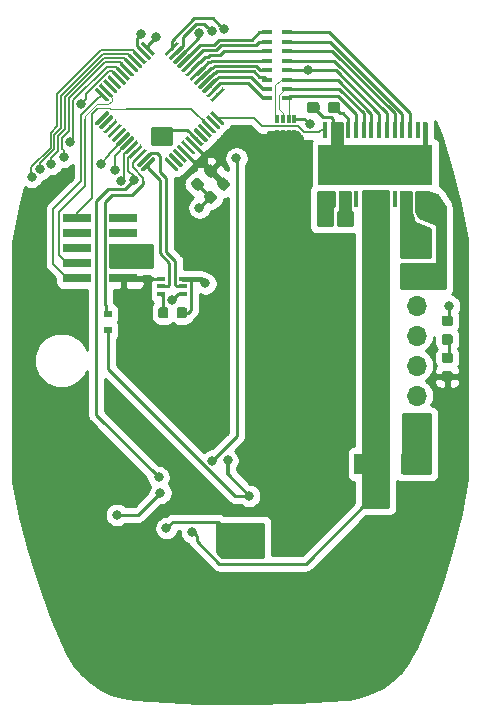
<source format=gbr>
G04 #@! TF.GenerationSoftware,KiCad,Pcbnew,(5.1.2)-2*
G04 #@! TF.CreationDate,2020-04-12T13:41:48-04:00*
G04 #@! TF.ProjectId,MotorcycleSwitch,4d6f746f-7263-4796-936c-655377697463,rev?*
G04 #@! TF.SameCoordinates,Original*
G04 #@! TF.FileFunction,Copper,L1,Top*
G04 #@! TF.FilePolarity,Positive*
%FSLAX46Y46*%
G04 Gerber Fmt 4.6, Leading zero omitted, Abs format (unit mm)*
G04 Created by KiCad (PCBNEW (5.1.2)-2) date 2020-04-12 13:41:48*
%MOMM*%
%LPD*%
G04 APERTURE LIST*
%ADD10C,0.100000*%
%ADD11C,0.875000*%
%ADD12C,0.499999*%
%ADD13R,9.700001X3.400001*%
%ADD14R,0.449999X1.400000*%
%ADD15C,0.300000*%
%ADD16R,0.700000X0.600000*%
%ADD17C,0.950000*%
%ADD18R,0.900000X0.450000*%
%ADD19R,0.300000X0.657200*%
%ADD20R,2.400000X0.740000*%
%ADD21O,1.700000X1.700000*%
%ADD22R,1.700000X1.700000*%
%ADD23R,0.650000X0.400000*%
%ADD24R,2.500000X1.800000*%
%ADD25C,0.500000*%
%ADD26C,0.800000*%
%ADD27C,0.250000*%
%ADD28C,0.127000*%
%ADD29C,0.090000*%
%ADD30C,0.381000*%
%ADD31C,0.254000*%
G04 APERTURE END LIST*
D10*
G36*
X164768091Y-102992553D02*
G01*
X164789326Y-102995703D01*
X164810150Y-103000919D01*
X164830362Y-103008151D01*
X164849768Y-103017330D01*
X164868181Y-103028366D01*
X164885424Y-103041154D01*
X164901330Y-103055570D01*
X164915746Y-103071476D01*
X164928534Y-103088719D01*
X164939570Y-103107132D01*
X164948749Y-103126538D01*
X164955981Y-103146750D01*
X164961197Y-103167574D01*
X164964347Y-103188809D01*
X164965400Y-103210250D01*
X164965400Y-103647750D01*
X164964347Y-103669191D01*
X164961197Y-103690426D01*
X164955981Y-103711250D01*
X164948749Y-103731462D01*
X164939570Y-103750868D01*
X164928534Y-103769281D01*
X164915746Y-103786524D01*
X164901330Y-103802430D01*
X164885424Y-103816846D01*
X164868181Y-103829634D01*
X164849768Y-103840670D01*
X164830362Y-103849849D01*
X164810150Y-103857081D01*
X164789326Y-103862297D01*
X164768091Y-103865447D01*
X164746650Y-103866500D01*
X164234150Y-103866500D01*
X164212709Y-103865447D01*
X164191474Y-103862297D01*
X164170650Y-103857081D01*
X164150438Y-103849849D01*
X164131032Y-103840670D01*
X164112619Y-103829634D01*
X164095376Y-103816846D01*
X164079470Y-103802430D01*
X164065054Y-103786524D01*
X164052266Y-103769281D01*
X164041230Y-103750868D01*
X164032051Y-103731462D01*
X164024819Y-103711250D01*
X164019603Y-103690426D01*
X164016453Y-103669191D01*
X164015400Y-103647750D01*
X164015400Y-103210250D01*
X164016453Y-103188809D01*
X164019603Y-103167574D01*
X164024819Y-103146750D01*
X164032051Y-103126538D01*
X164041230Y-103107132D01*
X164052266Y-103088719D01*
X164065054Y-103071476D01*
X164079470Y-103055570D01*
X164095376Y-103041154D01*
X164112619Y-103028366D01*
X164131032Y-103017330D01*
X164150438Y-103008151D01*
X164170650Y-103000919D01*
X164191474Y-102995703D01*
X164212709Y-102992553D01*
X164234150Y-102991500D01*
X164746650Y-102991500D01*
X164768091Y-102992553D01*
X164768091Y-102992553D01*
G37*
D11*
X164490400Y-103429000D03*
D10*
G36*
X164768091Y-101417553D02*
G01*
X164789326Y-101420703D01*
X164810150Y-101425919D01*
X164830362Y-101433151D01*
X164849768Y-101442330D01*
X164868181Y-101453366D01*
X164885424Y-101466154D01*
X164901330Y-101480570D01*
X164915746Y-101496476D01*
X164928534Y-101513719D01*
X164939570Y-101532132D01*
X164948749Y-101551538D01*
X164955981Y-101571750D01*
X164961197Y-101592574D01*
X164964347Y-101613809D01*
X164965400Y-101635250D01*
X164965400Y-102072750D01*
X164964347Y-102094191D01*
X164961197Y-102115426D01*
X164955981Y-102136250D01*
X164948749Y-102156462D01*
X164939570Y-102175868D01*
X164928534Y-102194281D01*
X164915746Y-102211524D01*
X164901330Y-102227430D01*
X164885424Y-102241846D01*
X164868181Y-102254634D01*
X164849768Y-102265670D01*
X164830362Y-102274849D01*
X164810150Y-102282081D01*
X164789326Y-102287297D01*
X164768091Y-102290447D01*
X164746650Y-102291500D01*
X164234150Y-102291500D01*
X164212709Y-102290447D01*
X164191474Y-102287297D01*
X164170650Y-102282081D01*
X164150438Y-102274849D01*
X164131032Y-102265670D01*
X164112619Y-102254634D01*
X164095376Y-102241846D01*
X164079470Y-102227430D01*
X164065054Y-102211524D01*
X164052266Y-102194281D01*
X164041230Y-102175868D01*
X164032051Y-102156462D01*
X164024819Y-102136250D01*
X164019603Y-102115426D01*
X164016453Y-102094191D01*
X164015400Y-102072750D01*
X164015400Y-101635250D01*
X164016453Y-101613809D01*
X164019603Y-101592574D01*
X164024819Y-101571750D01*
X164032051Y-101551538D01*
X164041230Y-101532132D01*
X164052266Y-101513719D01*
X164065054Y-101496476D01*
X164079470Y-101480570D01*
X164095376Y-101466154D01*
X164112619Y-101453366D01*
X164131032Y-101442330D01*
X164150438Y-101433151D01*
X164170650Y-101425919D01*
X164191474Y-101420703D01*
X164212709Y-101417553D01*
X164234150Y-101416500D01*
X164746650Y-101416500D01*
X164768091Y-101417553D01*
X164768091Y-101417553D01*
G37*
D11*
X164490400Y-101854000D03*
D12*
X158400000Y-85500003D03*
X158400000Y-86800000D03*
X159700000Y-86800000D03*
X159700000Y-85500003D03*
X161100000Y-84200000D03*
X161100000Y-85500000D03*
X161100000Y-86800000D03*
X162400000Y-84200000D03*
X162400000Y-85500003D03*
X162400000Y-86800000D03*
X157100000Y-85500003D03*
X157100000Y-86800000D03*
X154400000Y-86800002D03*
X154400000Y-85500005D03*
X154400000Y-84200003D03*
X155700000Y-86800002D03*
X155700000Y-85500003D03*
X155700000Y-84200003D03*
D13*
X158400000Y-85500000D03*
D14*
X162625000Y-88450002D03*
X161974999Y-88450002D03*
X161325000Y-88450002D03*
X160674999Y-88450002D03*
X160025001Y-88450002D03*
X159374999Y-88450002D03*
X158725001Y-88450002D03*
X158074999Y-88450002D03*
X157425001Y-88450002D03*
X156774999Y-88450002D03*
X156125001Y-88450002D03*
X155475000Y-88450002D03*
X154825001Y-88450002D03*
X154175000Y-88450002D03*
X154175000Y-82550001D03*
X154825001Y-82550001D03*
X155475000Y-82550001D03*
X156125001Y-82550001D03*
X156774999Y-82550001D03*
X157425001Y-82550001D03*
X158074999Y-82550001D03*
X158725001Y-82550001D03*
X159374999Y-82550001D03*
X160025001Y-82550001D03*
X160674999Y-82550001D03*
X161325000Y-82550001D03*
X161974999Y-82550001D03*
X162625000Y-82550001D03*
D10*
G36*
X139572776Y-84853870D02*
G01*
X139580057Y-84854950D01*
X139587196Y-84856738D01*
X139594126Y-84859218D01*
X139600780Y-84862365D01*
X139607093Y-84866149D01*
X139613004Y-84870533D01*
X139618458Y-84875476D01*
X139724524Y-84981542D01*
X139729467Y-84986996D01*
X139733851Y-84992907D01*
X139737635Y-84999220D01*
X139740782Y-85005874D01*
X139743262Y-85012804D01*
X139745050Y-85019943D01*
X139746130Y-85027224D01*
X139746491Y-85034575D01*
X139746130Y-85041926D01*
X139745050Y-85049207D01*
X139743262Y-85056346D01*
X139740782Y-85063276D01*
X139737635Y-85069930D01*
X139733851Y-85076243D01*
X139729467Y-85082154D01*
X139724524Y-85087608D01*
X138787608Y-86024524D01*
X138782154Y-86029467D01*
X138776243Y-86033851D01*
X138769930Y-86037635D01*
X138763276Y-86040782D01*
X138756346Y-86043262D01*
X138749207Y-86045050D01*
X138741926Y-86046130D01*
X138734575Y-86046491D01*
X138727224Y-86046130D01*
X138719943Y-86045050D01*
X138712804Y-86043262D01*
X138705874Y-86040782D01*
X138699220Y-86037635D01*
X138692907Y-86033851D01*
X138686996Y-86029467D01*
X138681542Y-86024524D01*
X138575476Y-85918458D01*
X138570533Y-85913004D01*
X138566149Y-85907093D01*
X138562365Y-85900780D01*
X138559218Y-85894126D01*
X138556738Y-85887196D01*
X138554950Y-85880057D01*
X138553870Y-85872776D01*
X138553509Y-85865425D01*
X138553870Y-85858074D01*
X138554950Y-85850793D01*
X138556738Y-85843654D01*
X138559218Y-85836724D01*
X138562365Y-85830070D01*
X138566149Y-85823757D01*
X138570533Y-85817846D01*
X138575476Y-85812392D01*
X139512392Y-84875476D01*
X139517846Y-84870533D01*
X139523757Y-84866149D01*
X139530070Y-84862365D01*
X139536724Y-84859218D01*
X139543654Y-84856738D01*
X139550793Y-84854950D01*
X139558074Y-84853870D01*
X139565425Y-84853509D01*
X139572776Y-84853870D01*
X139572776Y-84853870D01*
G37*
D15*
X139150000Y-85450000D03*
D10*
G36*
X139219222Y-84500316D02*
G01*
X139226503Y-84501396D01*
X139233642Y-84503184D01*
X139240572Y-84505664D01*
X139247226Y-84508811D01*
X139253539Y-84512595D01*
X139259450Y-84516979D01*
X139264904Y-84521922D01*
X139370970Y-84627988D01*
X139375913Y-84633442D01*
X139380297Y-84639353D01*
X139384081Y-84645666D01*
X139387228Y-84652320D01*
X139389708Y-84659250D01*
X139391496Y-84666389D01*
X139392576Y-84673670D01*
X139392937Y-84681021D01*
X139392576Y-84688372D01*
X139391496Y-84695653D01*
X139389708Y-84702792D01*
X139387228Y-84709722D01*
X139384081Y-84716376D01*
X139380297Y-84722689D01*
X139375913Y-84728600D01*
X139370970Y-84734054D01*
X138434054Y-85670970D01*
X138428600Y-85675913D01*
X138422689Y-85680297D01*
X138416376Y-85684081D01*
X138409722Y-85687228D01*
X138402792Y-85689708D01*
X138395653Y-85691496D01*
X138388372Y-85692576D01*
X138381021Y-85692937D01*
X138373670Y-85692576D01*
X138366389Y-85691496D01*
X138359250Y-85689708D01*
X138352320Y-85687228D01*
X138345666Y-85684081D01*
X138339353Y-85680297D01*
X138333442Y-85675913D01*
X138327988Y-85670970D01*
X138221922Y-85564904D01*
X138216979Y-85559450D01*
X138212595Y-85553539D01*
X138208811Y-85547226D01*
X138205664Y-85540572D01*
X138203184Y-85533642D01*
X138201396Y-85526503D01*
X138200316Y-85519222D01*
X138199955Y-85511871D01*
X138200316Y-85504520D01*
X138201396Y-85497239D01*
X138203184Y-85490100D01*
X138205664Y-85483170D01*
X138208811Y-85476516D01*
X138212595Y-85470203D01*
X138216979Y-85464292D01*
X138221922Y-85458838D01*
X139158838Y-84521922D01*
X139164292Y-84516979D01*
X139170203Y-84512595D01*
X139176516Y-84508811D01*
X139183170Y-84505664D01*
X139190100Y-84503184D01*
X139197239Y-84501396D01*
X139204520Y-84500316D01*
X139211871Y-84499955D01*
X139219222Y-84500316D01*
X139219222Y-84500316D01*
G37*
D15*
X138796446Y-85096446D03*
D10*
G36*
X138865669Y-84146763D02*
G01*
X138872950Y-84147843D01*
X138880089Y-84149631D01*
X138887019Y-84152111D01*
X138893673Y-84155258D01*
X138899986Y-84159042D01*
X138905897Y-84163426D01*
X138911351Y-84168369D01*
X139017417Y-84274435D01*
X139022360Y-84279889D01*
X139026744Y-84285800D01*
X139030528Y-84292113D01*
X139033675Y-84298767D01*
X139036155Y-84305697D01*
X139037943Y-84312836D01*
X139039023Y-84320117D01*
X139039384Y-84327468D01*
X139039023Y-84334819D01*
X139037943Y-84342100D01*
X139036155Y-84349239D01*
X139033675Y-84356169D01*
X139030528Y-84362823D01*
X139026744Y-84369136D01*
X139022360Y-84375047D01*
X139017417Y-84380501D01*
X138080501Y-85317417D01*
X138075047Y-85322360D01*
X138069136Y-85326744D01*
X138062823Y-85330528D01*
X138056169Y-85333675D01*
X138049239Y-85336155D01*
X138042100Y-85337943D01*
X138034819Y-85339023D01*
X138027468Y-85339384D01*
X138020117Y-85339023D01*
X138012836Y-85337943D01*
X138005697Y-85336155D01*
X137998767Y-85333675D01*
X137992113Y-85330528D01*
X137985800Y-85326744D01*
X137979889Y-85322360D01*
X137974435Y-85317417D01*
X137868369Y-85211351D01*
X137863426Y-85205897D01*
X137859042Y-85199986D01*
X137855258Y-85193673D01*
X137852111Y-85187019D01*
X137849631Y-85180089D01*
X137847843Y-85172950D01*
X137846763Y-85165669D01*
X137846402Y-85158318D01*
X137846763Y-85150967D01*
X137847843Y-85143686D01*
X137849631Y-85136547D01*
X137852111Y-85129617D01*
X137855258Y-85122963D01*
X137859042Y-85116650D01*
X137863426Y-85110739D01*
X137868369Y-85105285D01*
X138805285Y-84168369D01*
X138810739Y-84163426D01*
X138816650Y-84159042D01*
X138822963Y-84155258D01*
X138829617Y-84152111D01*
X138836547Y-84149631D01*
X138843686Y-84147843D01*
X138850967Y-84146763D01*
X138858318Y-84146402D01*
X138865669Y-84146763D01*
X138865669Y-84146763D01*
G37*
D15*
X138442893Y-84742893D03*
D10*
G36*
X138512115Y-83793209D02*
G01*
X138519396Y-83794289D01*
X138526535Y-83796077D01*
X138533465Y-83798557D01*
X138540119Y-83801704D01*
X138546432Y-83805488D01*
X138552343Y-83809872D01*
X138557797Y-83814815D01*
X138663863Y-83920881D01*
X138668806Y-83926335D01*
X138673190Y-83932246D01*
X138676974Y-83938559D01*
X138680121Y-83945213D01*
X138682601Y-83952143D01*
X138684389Y-83959282D01*
X138685469Y-83966563D01*
X138685830Y-83973914D01*
X138685469Y-83981265D01*
X138684389Y-83988546D01*
X138682601Y-83995685D01*
X138680121Y-84002615D01*
X138676974Y-84009269D01*
X138673190Y-84015582D01*
X138668806Y-84021493D01*
X138663863Y-84026947D01*
X137726947Y-84963863D01*
X137721493Y-84968806D01*
X137715582Y-84973190D01*
X137709269Y-84976974D01*
X137702615Y-84980121D01*
X137695685Y-84982601D01*
X137688546Y-84984389D01*
X137681265Y-84985469D01*
X137673914Y-84985830D01*
X137666563Y-84985469D01*
X137659282Y-84984389D01*
X137652143Y-84982601D01*
X137645213Y-84980121D01*
X137638559Y-84976974D01*
X137632246Y-84973190D01*
X137626335Y-84968806D01*
X137620881Y-84963863D01*
X137514815Y-84857797D01*
X137509872Y-84852343D01*
X137505488Y-84846432D01*
X137501704Y-84840119D01*
X137498557Y-84833465D01*
X137496077Y-84826535D01*
X137494289Y-84819396D01*
X137493209Y-84812115D01*
X137492848Y-84804764D01*
X137493209Y-84797413D01*
X137494289Y-84790132D01*
X137496077Y-84782993D01*
X137498557Y-84776063D01*
X137501704Y-84769409D01*
X137505488Y-84763096D01*
X137509872Y-84757185D01*
X137514815Y-84751731D01*
X138451731Y-83814815D01*
X138457185Y-83809872D01*
X138463096Y-83805488D01*
X138469409Y-83801704D01*
X138476063Y-83798557D01*
X138482993Y-83796077D01*
X138490132Y-83794289D01*
X138497413Y-83793209D01*
X138504764Y-83792848D01*
X138512115Y-83793209D01*
X138512115Y-83793209D01*
G37*
D15*
X138089339Y-84389339D03*
D10*
G36*
X138158562Y-83439656D02*
G01*
X138165843Y-83440736D01*
X138172982Y-83442524D01*
X138179912Y-83445004D01*
X138186566Y-83448151D01*
X138192879Y-83451935D01*
X138198790Y-83456319D01*
X138204244Y-83461262D01*
X138310310Y-83567328D01*
X138315253Y-83572782D01*
X138319637Y-83578693D01*
X138323421Y-83585006D01*
X138326568Y-83591660D01*
X138329048Y-83598590D01*
X138330836Y-83605729D01*
X138331916Y-83613010D01*
X138332277Y-83620361D01*
X138331916Y-83627712D01*
X138330836Y-83634993D01*
X138329048Y-83642132D01*
X138326568Y-83649062D01*
X138323421Y-83655716D01*
X138319637Y-83662029D01*
X138315253Y-83667940D01*
X138310310Y-83673394D01*
X137373394Y-84610310D01*
X137367940Y-84615253D01*
X137362029Y-84619637D01*
X137355716Y-84623421D01*
X137349062Y-84626568D01*
X137342132Y-84629048D01*
X137334993Y-84630836D01*
X137327712Y-84631916D01*
X137320361Y-84632277D01*
X137313010Y-84631916D01*
X137305729Y-84630836D01*
X137298590Y-84629048D01*
X137291660Y-84626568D01*
X137285006Y-84623421D01*
X137278693Y-84619637D01*
X137272782Y-84615253D01*
X137267328Y-84610310D01*
X137161262Y-84504244D01*
X137156319Y-84498790D01*
X137151935Y-84492879D01*
X137148151Y-84486566D01*
X137145004Y-84479912D01*
X137142524Y-84472982D01*
X137140736Y-84465843D01*
X137139656Y-84458562D01*
X137139295Y-84451211D01*
X137139656Y-84443860D01*
X137140736Y-84436579D01*
X137142524Y-84429440D01*
X137145004Y-84422510D01*
X137148151Y-84415856D01*
X137151935Y-84409543D01*
X137156319Y-84403632D01*
X137161262Y-84398178D01*
X138098178Y-83461262D01*
X138103632Y-83456319D01*
X138109543Y-83451935D01*
X138115856Y-83448151D01*
X138122510Y-83445004D01*
X138129440Y-83442524D01*
X138136579Y-83440736D01*
X138143860Y-83439656D01*
X138151211Y-83439295D01*
X138158562Y-83439656D01*
X138158562Y-83439656D01*
G37*
D15*
X137735786Y-84035786D03*
D10*
G36*
X137805009Y-83086103D02*
G01*
X137812290Y-83087183D01*
X137819429Y-83088971D01*
X137826359Y-83091451D01*
X137833013Y-83094598D01*
X137839326Y-83098382D01*
X137845237Y-83102766D01*
X137850691Y-83107709D01*
X137956757Y-83213775D01*
X137961700Y-83219229D01*
X137966084Y-83225140D01*
X137969868Y-83231453D01*
X137973015Y-83238107D01*
X137975495Y-83245037D01*
X137977283Y-83252176D01*
X137978363Y-83259457D01*
X137978724Y-83266808D01*
X137978363Y-83274159D01*
X137977283Y-83281440D01*
X137975495Y-83288579D01*
X137973015Y-83295509D01*
X137969868Y-83302163D01*
X137966084Y-83308476D01*
X137961700Y-83314387D01*
X137956757Y-83319841D01*
X137019841Y-84256757D01*
X137014387Y-84261700D01*
X137008476Y-84266084D01*
X137002163Y-84269868D01*
X136995509Y-84273015D01*
X136988579Y-84275495D01*
X136981440Y-84277283D01*
X136974159Y-84278363D01*
X136966808Y-84278724D01*
X136959457Y-84278363D01*
X136952176Y-84277283D01*
X136945037Y-84275495D01*
X136938107Y-84273015D01*
X136931453Y-84269868D01*
X136925140Y-84266084D01*
X136919229Y-84261700D01*
X136913775Y-84256757D01*
X136807709Y-84150691D01*
X136802766Y-84145237D01*
X136798382Y-84139326D01*
X136794598Y-84133013D01*
X136791451Y-84126359D01*
X136788971Y-84119429D01*
X136787183Y-84112290D01*
X136786103Y-84105009D01*
X136785742Y-84097658D01*
X136786103Y-84090307D01*
X136787183Y-84083026D01*
X136788971Y-84075887D01*
X136791451Y-84068957D01*
X136794598Y-84062303D01*
X136798382Y-84055990D01*
X136802766Y-84050079D01*
X136807709Y-84044625D01*
X137744625Y-83107709D01*
X137750079Y-83102766D01*
X137755990Y-83098382D01*
X137762303Y-83094598D01*
X137768957Y-83091451D01*
X137775887Y-83088971D01*
X137783026Y-83087183D01*
X137790307Y-83086103D01*
X137797658Y-83085742D01*
X137805009Y-83086103D01*
X137805009Y-83086103D01*
G37*
D15*
X137382233Y-83682233D03*
D10*
G36*
X137451455Y-82732549D02*
G01*
X137458736Y-82733629D01*
X137465875Y-82735417D01*
X137472805Y-82737897D01*
X137479459Y-82741044D01*
X137485772Y-82744828D01*
X137491683Y-82749212D01*
X137497137Y-82754155D01*
X137603203Y-82860221D01*
X137608146Y-82865675D01*
X137612530Y-82871586D01*
X137616314Y-82877899D01*
X137619461Y-82884553D01*
X137621941Y-82891483D01*
X137623729Y-82898622D01*
X137624809Y-82905903D01*
X137625170Y-82913254D01*
X137624809Y-82920605D01*
X137623729Y-82927886D01*
X137621941Y-82935025D01*
X137619461Y-82941955D01*
X137616314Y-82948609D01*
X137612530Y-82954922D01*
X137608146Y-82960833D01*
X137603203Y-82966287D01*
X136666287Y-83903203D01*
X136660833Y-83908146D01*
X136654922Y-83912530D01*
X136648609Y-83916314D01*
X136641955Y-83919461D01*
X136635025Y-83921941D01*
X136627886Y-83923729D01*
X136620605Y-83924809D01*
X136613254Y-83925170D01*
X136605903Y-83924809D01*
X136598622Y-83923729D01*
X136591483Y-83921941D01*
X136584553Y-83919461D01*
X136577899Y-83916314D01*
X136571586Y-83912530D01*
X136565675Y-83908146D01*
X136560221Y-83903203D01*
X136454155Y-83797137D01*
X136449212Y-83791683D01*
X136444828Y-83785772D01*
X136441044Y-83779459D01*
X136437897Y-83772805D01*
X136435417Y-83765875D01*
X136433629Y-83758736D01*
X136432549Y-83751455D01*
X136432188Y-83744104D01*
X136432549Y-83736753D01*
X136433629Y-83729472D01*
X136435417Y-83722333D01*
X136437897Y-83715403D01*
X136441044Y-83708749D01*
X136444828Y-83702436D01*
X136449212Y-83696525D01*
X136454155Y-83691071D01*
X137391071Y-82754155D01*
X137396525Y-82749212D01*
X137402436Y-82744828D01*
X137408749Y-82741044D01*
X137415403Y-82737897D01*
X137422333Y-82735417D01*
X137429472Y-82733629D01*
X137436753Y-82732549D01*
X137444104Y-82732188D01*
X137451455Y-82732549D01*
X137451455Y-82732549D01*
G37*
D15*
X137028679Y-83328679D03*
D10*
G36*
X137097902Y-82378996D02*
G01*
X137105183Y-82380076D01*
X137112322Y-82381864D01*
X137119252Y-82384344D01*
X137125906Y-82387491D01*
X137132219Y-82391275D01*
X137138130Y-82395659D01*
X137143584Y-82400602D01*
X137249650Y-82506668D01*
X137254593Y-82512122D01*
X137258977Y-82518033D01*
X137262761Y-82524346D01*
X137265908Y-82531000D01*
X137268388Y-82537930D01*
X137270176Y-82545069D01*
X137271256Y-82552350D01*
X137271617Y-82559701D01*
X137271256Y-82567052D01*
X137270176Y-82574333D01*
X137268388Y-82581472D01*
X137265908Y-82588402D01*
X137262761Y-82595056D01*
X137258977Y-82601369D01*
X137254593Y-82607280D01*
X137249650Y-82612734D01*
X136312734Y-83549650D01*
X136307280Y-83554593D01*
X136301369Y-83558977D01*
X136295056Y-83562761D01*
X136288402Y-83565908D01*
X136281472Y-83568388D01*
X136274333Y-83570176D01*
X136267052Y-83571256D01*
X136259701Y-83571617D01*
X136252350Y-83571256D01*
X136245069Y-83570176D01*
X136237930Y-83568388D01*
X136231000Y-83565908D01*
X136224346Y-83562761D01*
X136218033Y-83558977D01*
X136212122Y-83554593D01*
X136206668Y-83549650D01*
X136100602Y-83443584D01*
X136095659Y-83438130D01*
X136091275Y-83432219D01*
X136087491Y-83425906D01*
X136084344Y-83419252D01*
X136081864Y-83412322D01*
X136080076Y-83405183D01*
X136078996Y-83397902D01*
X136078635Y-83390551D01*
X136078996Y-83383200D01*
X136080076Y-83375919D01*
X136081864Y-83368780D01*
X136084344Y-83361850D01*
X136087491Y-83355196D01*
X136091275Y-83348883D01*
X136095659Y-83342972D01*
X136100602Y-83337518D01*
X137037518Y-82400602D01*
X137042972Y-82395659D01*
X137048883Y-82391275D01*
X137055196Y-82387491D01*
X137061850Y-82384344D01*
X137068780Y-82381864D01*
X137075919Y-82380076D01*
X137083200Y-82378996D01*
X137090551Y-82378635D01*
X137097902Y-82378996D01*
X137097902Y-82378996D01*
G37*
D15*
X136675126Y-82975126D03*
D10*
G36*
X136744349Y-82025443D02*
G01*
X136751630Y-82026523D01*
X136758769Y-82028311D01*
X136765699Y-82030791D01*
X136772353Y-82033938D01*
X136778666Y-82037722D01*
X136784577Y-82042106D01*
X136790031Y-82047049D01*
X136896097Y-82153115D01*
X136901040Y-82158569D01*
X136905424Y-82164480D01*
X136909208Y-82170793D01*
X136912355Y-82177447D01*
X136914835Y-82184377D01*
X136916623Y-82191516D01*
X136917703Y-82198797D01*
X136918064Y-82206148D01*
X136917703Y-82213499D01*
X136916623Y-82220780D01*
X136914835Y-82227919D01*
X136912355Y-82234849D01*
X136909208Y-82241503D01*
X136905424Y-82247816D01*
X136901040Y-82253727D01*
X136896097Y-82259181D01*
X135959181Y-83196097D01*
X135953727Y-83201040D01*
X135947816Y-83205424D01*
X135941503Y-83209208D01*
X135934849Y-83212355D01*
X135927919Y-83214835D01*
X135920780Y-83216623D01*
X135913499Y-83217703D01*
X135906148Y-83218064D01*
X135898797Y-83217703D01*
X135891516Y-83216623D01*
X135884377Y-83214835D01*
X135877447Y-83212355D01*
X135870793Y-83209208D01*
X135864480Y-83205424D01*
X135858569Y-83201040D01*
X135853115Y-83196097D01*
X135747049Y-83090031D01*
X135742106Y-83084577D01*
X135737722Y-83078666D01*
X135733938Y-83072353D01*
X135730791Y-83065699D01*
X135728311Y-83058769D01*
X135726523Y-83051630D01*
X135725443Y-83044349D01*
X135725082Y-83036998D01*
X135725443Y-83029647D01*
X135726523Y-83022366D01*
X135728311Y-83015227D01*
X135730791Y-83008297D01*
X135733938Y-83001643D01*
X135737722Y-82995330D01*
X135742106Y-82989419D01*
X135747049Y-82983965D01*
X136683965Y-82047049D01*
X136689419Y-82042106D01*
X136695330Y-82037722D01*
X136701643Y-82033938D01*
X136708297Y-82030791D01*
X136715227Y-82028311D01*
X136722366Y-82026523D01*
X136729647Y-82025443D01*
X136736998Y-82025082D01*
X136744349Y-82025443D01*
X136744349Y-82025443D01*
G37*
D15*
X136321573Y-82621573D03*
D10*
G36*
X136390795Y-81671889D02*
G01*
X136398076Y-81672969D01*
X136405215Y-81674757D01*
X136412145Y-81677237D01*
X136418799Y-81680384D01*
X136425112Y-81684168D01*
X136431023Y-81688552D01*
X136436477Y-81693495D01*
X136542543Y-81799561D01*
X136547486Y-81805015D01*
X136551870Y-81810926D01*
X136555654Y-81817239D01*
X136558801Y-81823893D01*
X136561281Y-81830823D01*
X136563069Y-81837962D01*
X136564149Y-81845243D01*
X136564510Y-81852594D01*
X136564149Y-81859945D01*
X136563069Y-81867226D01*
X136561281Y-81874365D01*
X136558801Y-81881295D01*
X136555654Y-81887949D01*
X136551870Y-81894262D01*
X136547486Y-81900173D01*
X136542543Y-81905627D01*
X135605627Y-82842543D01*
X135600173Y-82847486D01*
X135594262Y-82851870D01*
X135587949Y-82855654D01*
X135581295Y-82858801D01*
X135574365Y-82861281D01*
X135567226Y-82863069D01*
X135559945Y-82864149D01*
X135552594Y-82864510D01*
X135545243Y-82864149D01*
X135537962Y-82863069D01*
X135530823Y-82861281D01*
X135523893Y-82858801D01*
X135517239Y-82855654D01*
X135510926Y-82851870D01*
X135505015Y-82847486D01*
X135499561Y-82842543D01*
X135393495Y-82736477D01*
X135388552Y-82731023D01*
X135384168Y-82725112D01*
X135380384Y-82718799D01*
X135377237Y-82712145D01*
X135374757Y-82705215D01*
X135372969Y-82698076D01*
X135371889Y-82690795D01*
X135371528Y-82683444D01*
X135371889Y-82676093D01*
X135372969Y-82668812D01*
X135374757Y-82661673D01*
X135377237Y-82654743D01*
X135380384Y-82648089D01*
X135384168Y-82641776D01*
X135388552Y-82635865D01*
X135393495Y-82630411D01*
X136330411Y-81693495D01*
X136335865Y-81688552D01*
X136341776Y-81684168D01*
X136348089Y-81680384D01*
X136354743Y-81677237D01*
X136361673Y-81674757D01*
X136368812Y-81672969D01*
X136376093Y-81671889D01*
X136383444Y-81671528D01*
X136390795Y-81671889D01*
X136390795Y-81671889D01*
G37*
D15*
X135968019Y-82268019D03*
D10*
G36*
X136037242Y-81318336D02*
G01*
X136044523Y-81319416D01*
X136051662Y-81321204D01*
X136058592Y-81323684D01*
X136065246Y-81326831D01*
X136071559Y-81330615D01*
X136077470Y-81334999D01*
X136082924Y-81339942D01*
X136188990Y-81446008D01*
X136193933Y-81451462D01*
X136198317Y-81457373D01*
X136202101Y-81463686D01*
X136205248Y-81470340D01*
X136207728Y-81477270D01*
X136209516Y-81484409D01*
X136210596Y-81491690D01*
X136210957Y-81499041D01*
X136210596Y-81506392D01*
X136209516Y-81513673D01*
X136207728Y-81520812D01*
X136205248Y-81527742D01*
X136202101Y-81534396D01*
X136198317Y-81540709D01*
X136193933Y-81546620D01*
X136188990Y-81552074D01*
X135252074Y-82488990D01*
X135246620Y-82493933D01*
X135240709Y-82498317D01*
X135234396Y-82502101D01*
X135227742Y-82505248D01*
X135220812Y-82507728D01*
X135213673Y-82509516D01*
X135206392Y-82510596D01*
X135199041Y-82510957D01*
X135191690Y-82510596D01*
X135184409Y-82509516D01*
X135177270Y-82507728D01*
X135170340Y-82505248D01*
X135163686Y-82502101D01*
X135157373Y-82498317D01*
X135151462Y-82493933D01*
X135146008Y-82488990D01*
X135039942Y-82382924D01*
X135034999Y-82377470D01*
X135030615Y-82371559D01*
X135026831Y-82365246D01*
X135023684Y-82358592D01*
X135021204Y-82351662D01*
X135019416Y-82344523D01*
X135018336Y-82337242D01*
X135017975Y-82329891D01*
X135018336Y-82322540D01*
X135019416Y-82315259D01*
X135021204Y-82308120D01*
X135023684Y-82301190D01*
X135026831Y-82294536D01*
X135030615Y-82288223D01*
X135034999Y-82282312D01*
X135039942Y-82276858D01*
X135976858Y-81339942D01*
X135982312Y-81334999D01*
X135988223Y-81330615D01*
X135994536Y-81326831D01*
X136001190Y-81323684D01*
X136008120Y-81321204D01*
X136015259Y-81319416D01*
X136022540Y-81318336D01*
X136029891Y-81317975D01*
X136037242Y-81318336D01*
X136037242Y-81318336D01*
G37*
D15*
X135614466Y-81914466D03*
D10*
G36*
X135683688Y-80964782D02*
G01*
X135690969Y-80965862D01*
X135698108Y-80967650D01*
X135705038Y-80970130D01*
X135711692Y-80973277D01*
X135718005Y-80977061D01*
X135723916Y-80981445D01*
X135729370Y-80986388D01*
X135835436Y-81092454D01*
X135840379Y-81097908D01*
X135844763Y-81103819D01*
X135848547Y-81110132D01*
X135851694Y-81116786D01*
X135854174Y-81123716D01*
X135855962Y-81130855D01*
X135857042Y-81138136D01*
X135857403Y-81145487D01*
X135857042Y-81152838D01*
X135855962Y-81160119D01*
X135854174Y-81167258D01*
X135851694Y-81174188D01*
X135848547Y-81180842D01*
X135844763Y-81187155D01*
X135840379Y-81193066D01*
X135835436Y-81198520D01*
X134898520Y-82135436D01*
X134893066Y-82140379D01*
X134887155Y-82144763D01*
X134880842Y-82148547D01*
X134874188Y-82151694D01*
X134867258Y-82154174D01*
X134860119Y-82155962D01*
X134852838Y-82157042D01*
X134845487Y-82157403D01*
X134838136Y-82157042D01*
X134830855Y-82155962D01*
X134823716Y-82154174D01*
X134816786Y-82151694D01*
X134810132Y-82148547D01*
X134803819Y-82144763D01*
X134797908Y-82140379D01*
X134792454Y-82135436D01*
X134686388Y-82029370D01*
X134681445Y-82023916D01*
X134677061Y-82018005D01*
X134673277Y-82011692D01*
X134670130Y-82005038D01*
X134667650Y-81998108D01*
X134665862Y-81990969D01*
X134664782Y-81983688D01*
X134664421Y-81976337D01*
X134664782Y-81968986D01*
X134665862Y-81961705D01*
X134667650Y-81954566D01*
X134670130Y-81947636D01*
X134673277Y-81940982D01*
X134677061Y-81934669D01*
X134681445Y-81928758D01*
X134686388Y-81923304D01*
X135623304Y-80986388D01*
X135628758Y-80981445D01*
X135634669Y-80977061D01*
X135640982Y-80973277D01*
X135647636Y-80970130D01*
X135654566Y-80967650D01*
X135661705Y-80965862D01*
X135668986Y-80964782D01*
X135676337Y-80964421D01*
X135683688Y-80964782D01*
X135683688Y-80964782D01*
G37*
D15*
X135260912Y-81560912D03*
D10*
G36*
X134852838Y-78967206D02*
G01*
X134860119Y-78968286D01*
X134867258Y-78970074D01*
X134874188Y-78972554D01*
X134880842Y-78975701D01*
X134887155Y-78979485D01*
X134893066Y-78983869D01*
X134898520Y-78988812D01*
X135835436Y-79925728D01*
X135840379Y-79931182D01*
X135844763Y-79937093D01*
X135848547Y-79943406D01*
X135851694Y-79950060D01*
X135854174Y-79956990D01*
X135855962Y-79964129D01*
X135857042Y-79971410D01*
X135857403Y-79978761D01*
X135857042Y-79986112D01*
X135855962Y-79993393D01*
X135854174Y-80000532D01*
X135851694Y-80007462D01*
X135848547Y-80014116D01*
X135844763Y-80020429D01*
X135840379Y-80026340D01*
X135835436Y-80031794D01*
X135729370Y-80137860D01*
X135723916Y-80142803D01*
X135718005Y-80147187D01*
X135711692Y-80150971D01*
X135705038Y-80154118D01*
X135698108Y-80156598D01*
X135690969Y-80158386D01*
X135683688Y-80159466D01*
X135676337Y-80159827D01*
X135668986Y-80159466D01*
X135661705Y-80158386D01*
X135654566Y-80156598D01*
X135647636Y-80154118D01*
X135640982Y-80150971D01*
X135634669Y-80147187D01*
X135628758Y-80142803D01*
X135623304Y-80137860D01*
X134686388Y-79200944D01*
X134681445Y-79195490D01*
X134677061Y-79189579D01*
X134673277Y-79183266D01*
X134670130Y-79176612D01*
X134667650Y-79169682D01*
X134665862Y-79162543D01*
X134664782Y-79155262D01*
X134664421Y-79147911D01*
X134664782Y-79140560D01*
X134665862Y-79133279D01*
X134667650Y-79126140D01*
X134670130Y-79119210D01*
X134673277Y-79112556D01*
X134677061Y-79106243D01*
X134681445Y-79100332D01*
X134686388Y-79094878D01*
X134792454Y-78988812D01*
X134797908Y-78983869D01*
X134803819Y-78979485D01*
X134810132Y-78975701D01*
X134816786Y-78972554D01*
X134823716Y-78970074D01*
X134830855Y-78968286D01*
X134838136Y-78967206D01*
X134845487Y-78966845D01*
X134852838Y-78967206D01*
X134852838Y-78967206D01*
G37*
D15*
X135260912Y-79563336D03*
D10*
G36*
X135206392Y-78613652D02*
G01*
X135213673Y-78614732D01*
X135220812Y-78616520D01*
X135227742Y-78619000D01*
X135234396Y-78622147D01*
X135240709Y-78625931D01*
X135246620Y-78630315D01*
X135252074Y-78635258D01*
X136188990Y-79572174D01*
X136193933Y-79577628D01*
X136198317Y-79583539D01*
X136202101Y-79589852D01*
X136205248Y-79596506D01*
X136207728Y-79603436D01*
X136209516Y-79610575D01*
X136210596Y-79617856D01*
X136210957Y-79625207D01*
X136210596Y-79632558D01*
X136209516Y-79639839D01*
X136207728Y-79646978D01*
X136205248Y-79653908D01*
X136202101Y-79660562D01*
X136198317Y-79666875D01*
X136193933Y-79672786D01*
X136188990Y-79678240D01*
X136082924Y-79784306D01*
X136077470Y-79789249D01*
X136071559Y-79793633D01*
X136065246Y-79797417D01*
X136058592Y-79800564D01*
X136051662Y-79803044D01*
X136044523Y-79804832D01*
X136037242Y-79805912D01*
X136029891Y-79806273D01*
X136022540Y-79805912D01*
X136015259Y-79804832D01*
X136008120Y-79803044D01*
X136001190Y-79800564D01*
X135994536Y-79797417D01*
X135988223Y-79793633D01*
X135982312Y-79789249D01*
X135976858Y-79784306D01*
X135039942Y-78847390D01*
X135034999Y-78841936D01*
X135030615Y-78836025D01*
X135026831Y-78829712D01*
X135023684Y-78823058D01*
X135021204Y-78816128D01*
X135019416Y-78808989D01*
X135018336Y-78801708D01*
X135017975Y-78794357D01*
X135018336Y-78787006D01*
X135019416Y-78779725D01*
X135021204Y-78772586D01*
X135023684Y-78765656D01*
X135026831Y-78759002D01*
X135030615Y-78752689D01*
X135034999Y-78746778D01*
X135039942Y-78741324D01*
X135146008Y-78635258D01*
X135151462Y-78630315D01*
X135157373Y-78625931D01*
X135163686Y-78622147D01*
X135170340Y-78619000D01*
X135177270Y-78616520D01*
X135184409Y-78614732D01*
X135191690Y-78613652D01*
X135199041Y-78613291D01*
X135206392Y-78613652D01*
X135206392Y-78613652D01*
G37*
D15*
X135614466Y-79209782D03*
D10*
G36*
X135559945Y-78260099D02*
G01*
X135567226Y-78261179D01*
X135574365Y-78262967D01*
X135581295Y-78265447D01*
X135587949Y-78268594D01*
X135594262Y-78272378D01*
X135600173Y-78276762D01*
X135605627Y-78281705D01*
X136542543Y-79218621D01*
X136547486Y-79224075D01*
X136551870Y-79229986D01*
X136555654Y-79236299D01*
X136558801Y-79242953D01*
X136561281Y-79249883D01*
X136563069Y-79257022D01*
X136564149Y-79264303D01*
X136564510Y-79271654D01*
X136564149Y-79279005D01*
X136563069Y-79286286D01*
X136561281Y-79293425D01*
X136558801Y-79300355D01*
X136555654Y-79307009D01*
X136551870Y-79313322D01*
X136547486Y-79319233D01*
X136542543Y-79324687D01*
X136436477Y-79430753D01*
X136431023Y-79435696D01*
X136425112Y-79440080D01*
X136418799Y-79443864D01*
X136412145Y-79447011D01*
X136405215Y-79449491D01*
X136398076Y-79451279D01*
X136390795Y-79452359D01*
X136383444Y-79452720D01*
X136376093Y-79452359D01*
X136368812Y-79451279D01*
X136361673Y-79449491D01*
X136354743Y-79447011D01*
X136348089Y-79443864D01*
X136341776Y-79440080D01*
X136335865Y-79435696D01*
X136330411Y-79430753D01*
X135393495Y-78493837D01*
X135388552Y-78488383D01*
X135384168Y-78482472D01*
X135380384Y-78476159D01*
X135377237Y-78469505D01*
X135374757Y-78462575D01*
X135372969Y-78455436D01*
X135371889Y-78448155D01*
X135371528Y-78440804D01*
X135371889Y-78433453D01*
X135372969Y-78426172D01*
X135374757Y-78419033D01*
X135377237Y-78412103D01*
X135380384Y-78405449D01*
X135384168Y-78399136D01*
X135388552Y-78393225D01*
X135393495Y-78387771D01*
X135499561Y-78281705D01*
X135505015Y-78276762D01*
X135510926Y-78272378D01*
X135517239Y-78268594D01*
X135523893Y-78265447D01*
X135530823Y-78262967D01*
X135537962Y-78261179D01*
X135545243Y-78260099D01*
X135552594Y-78259738D01*
X135559945Y-78260099D01*
X135559945Y-78260099D01*
G37*
D15*
X135968019Y-78856229D03*
D10*
G36*
X135913499Y-77906545D02*
G01*
X135920780Y-77907625D01*
X135927919Y-77909413D01*
X135934849Y-77911893D01*
X135941503Y-77915040D01*
X135947816Y-77918824D01*
X135953727Y-77923208D01*
X135959181Y-77928151D01*
X136896097Y-78865067D01*
X136901040Y-78870521D01*
X136905424Y-78876432D01*
X136909208Y-78882745D01*
X136912355Y-78889399D01*
X136914835Y-78896329D01*
X136916623Y-78903468D01*
X136917703Y-78910749D01*
X136918064Y-78918100D01*
X136917703Y-78925451D01*
X136916623Y-78932732D01*
X136914835Y-78939871D01*
X136912355Y-78946801D01*
X136909208Y-78953455D01*
X136905424Y-78959768D01*
X136901040Y-78965679D01*
X136896097Y-78971133D01*
X136790031Y-79077199D01*
X136784577Y-79082142D01*
X136778666Y-79086526D01*
X136772353Y-79090310D01*
X136765699Y-79093457D01*
X136758769Y-79095937D01*
X136751630Y-79097725D01*
X136744349Y-79098805D01*
X136736998Y-79099166D01*
X136729647Y-79098805D01*
X136722366Y-79097725D01*
X136715227Y-79095937D01*
X136708297Y-79093457D01*
X136701643Y-79090310D01*
X136695330Y-79086526D01*
X136689419Y-79082142D01*
X136683965Y-79077199D01*
X135747049Y-78140283D01*
X135742106Y-78134829D01*
X135737722Y-78128918D01*
X135733938Y-78122605D01*
X135730791Y-78115951D01*
X135728311Y-78109021D01*
X135726523Y-78101882D01*
X135725443Y-78094601D01*
X135725082Y-78087250D01*
X135725443Y-78079899D01*
X135726523Y-78072618D01*
X135728311Y-78065479D01*
X135730791Y-78058549D01*
X135733938Y-78051895D01*
X135737722Y-78045582D01*
X135742106Y-78039671D01*
X135747049Y-78034217D01*
X135853115Y-77928151D01*
X135858569Y-77923208D01*
X135864480Y-77918824D01*
X135870793Y-77915040D01*
X135877447Y-77911893D01*
X135884377Y-77909413D01*
X135891516Y-77907625D01*
X135898797Y-77906545D01*
X135906148Y-77906184D01*
X135913499Y-77906545D01*
X135913499Y-77906545D01*
G37*
D15*
X136321573Y-78502675D03*
D10*
G36*
X136267052Y-77552992D02*
G01*
X136274333Y-77554072D01*
X136281472Y-77555860D01*
X136288402Y-77558340D01*
X136295056Y-77561487D01*
X136301369Y-77565271D01*
X136307280Y-77569655D01*
X136312734Y-77574598D01*
X137249650Y-78511514D01*
X137254593Y-78516968D01*
X137258977Y-78522879D01*
X137262761Y-78529192D01*
X137265908Y-78535846D01*
X137268388Y-78542776D01*
X137270176Y-78549915D01*
X137271256Y-78557196D01*
X137271617Y-78564547D01*
X137271256Y-78571898D01*
X137270176Y-78579179D01*
X137268388Y-78586318D01*
X137265908Y-78593248D01*
X137262761Y-78599902D01*
X137258977Y-78606215D01*
X137254593Y-78612126D01*
X137249650Y-78617580D01*
X137143584Y-78723646D01*
X137138130Y-78728589D01*
X137132219Y-78732973D01*
X137125906Y-78736757D01*
X137119252Y-78739904D01*
X137112322Y-78742384D01*
X137105183Y-78744172D01*
X137097902Y-78745252D01*
X137090551Y-78745613D01*
X137083200Y-78745252D01*
X137075919Y-78744172D01*
X137068780Y-78742384D01*
X137061850Y-78739904D01*
X137055196Y-78736757D01*
X137048883Y-78732973D01*
X137042972Y-78728589D01*
X137037518Y-78723646D01*
X136100602Y-77786730D01*
X136095659Y-77781276D01*
X136091275Y-77775365D01*
X136087491Y-77769052D01*
X136084344Y-77762398D01*
X136081864Y-77755468D01*
X136080076Y-77748329D01*
X136078996Y-77741048D01*
X136078635Y-77733697D01*
X136078996Y-77726346D01*
X136080076Y-77719065D01*
X136081864Y-77711926D01*
X136084344Y-77704996D01*
X136087491Y-77698342D01*
X136091275Y-77692029D01*
X136095659Y-77686118D01*
X136100602Y-77680664D01*
X136206668Y-77574598D01*
X136212122Y-77569655D01*
X136218033Y-77565271D01*
X136224346Y-77561487D01*
X136231000Y-77558340D01*
X136237930Y-77555860D01*
X136245069Y-77554072D01*
X136252350Y-77552992D01*
X136259701Y-77552631D01*
X136267052Y-77552992D01*
X136267052Y-77552992D01*
G37*
D15*
X136675126Y-78149122D03*
D10*
G36*
X136620605Y-77199439D02*
G01*
X136627886Y-77200519D01*
X136635025Y-77202307D01*
X136641955Y-77204787D01*
X136648609Y-77207934D01*
X136654922Y-77211718D01*
X136660833Y-77216102D01*
X136666287Y-77221045D01*
X137603203Y-78157961D01*
X137608146Y-78163415D01*
X137612530Y-78169326D01*
X137616314Y-78175639D01*
X137619461Y-78182293D01*
X137621941Y-78189223D01*
X137623729Y-78196362D01*
X137624809Y-78203643D01*
X137625170Y-78210994D01*
X137624809Y-78218345D01*
X137623729Y-78225626D01*
X137621941Y-78232765D01*
X137619461Y-78239695D01*
X137616314Y-78246349D01*
X137612530Y-78252662D01*
X137608146Y-78258573D01*
X137603203Y-78264027D01*
X137497137Y-78370093D01*
X137491683Y-78375036D01*
X137485772Y-78379420D01*
X137479459Y-78383204D01*
X137472805Y-78386351D01*
X137465875Y-78388831D01*
X137458736Y-78390619D01*
X137451455Y-78391699D01*
X137444104Y-78392060D01*
X137436753Y-78391699D01*
X137429472Y-78390619D01*
X137422333Y-78388831D01*
X137415403Y-78386351D01*
X137408749Y-78383204D01*
X137402436Y-78379420D01*
X137396525Y-78375036D01*
X137391071Y-78370093D01*
X136454155Y-77433177D01*
X136449212Y-77427723D01*
X136444828Y-77421812D01*
X136441044Y-77415499D01*
X136437897Y-77408845D01*
X136435417Y-77401915D01*
X136433629Y-77394776D01*
X136432549Y-77387495D01*
X136432188Y-77380144D01*
X136432549Y-77372793D01*
X136433629Y-77365512D01*
X136435417Y-77358373D01*
X136437897Y-77351443D01*
X136441044Y-77344789D01*
X136444828Y-77338476D01*
X136449212Y-77332565D01*
X136454155Y-77327111D01*
X136560221Y-77221045D01*
X136565675Y-77216102D01*
X136571586Y-77211718D01*
X136577899Y-77207934D01*
X136584553Y-77204787D01*
X136591483Y-77202307D01*
X136598622Y-77200519D01*
X136605903Y-77199439D01*
X136613254Y-77199078D01*
X136620605Y-77199439D01*
X136620605Y-77199439D01*
G37*
D15*
X137028679Y-77795569D03*
D10*
G36*
X136974159Y-76845885D02*
G01*
X136981440Y-76846965D01*
X136988579Y-76848753D01*
X136995509Y-76851233D01*
X137002163Y-76854380D01*
X137008476Y-76858164D01*
X137014387Y-76862548D01*
X137019841Y-76867491D01*
X137956757Y-77804407D01*
X137961700Y-77809861D01*
X137966084Y-77815772D01*
X137969868Y-77822085D01*
X137973015Y-77828739D01*
X137975495Y-77835669D01*
X137977283Y-77842808D01*
X137978363Y-77850089D01*
X137978724Y-77857440D01*
X137978363Y-77864791D01*
X137977283Y-77872072D01*
X137975495Y-77879211D01*
X137973015Y-77886141D01*
X137969868Y-77892795D01*
X137966084Y-77899108D01*
X137961700Y-77905019D01*
X137956757Y-77910473D01*
X137850691Y-78016539D01*
X137845237Y-78021482D01*
X137839326Y-78025866D01*
X137833013Y-78029650D01*
X137826359Y-78032797D01*
X137819429Y-78035277D01*
X137812290Y-78037065D01*
X137805009Y-78038145D01*
X137797658Y-78038506D01*
X137790307Y-78038145D01*
X137783026Y-78037065D01*
X137775887Y-78035277D01*
X137768957Y-78032797D01*
X137762303Y-78029650D01*
X137755990Y-78025866D01*
X137750079Y-78021482D01*
X137744625Y-78016539D01*
X136807709Y-77079623D01*
X136802766Y-77074169D01*
X136798382Y-77068258D01*
X136794598Y-77061945D01*
X136791451Y-77055291D01*
X136788971Y-77048361D01*
X136787183Y-77041222D01*
X136786103Y-77033941D01*
X136785742Y-77026590D01*
X136786103Y-77019239D01*
X136787183Y-77011958D01*
X136788971Y-77004819D01*
X136791451Y-76997889D01*
X136794598Y-76991235D01*
X136798382Y-76984922D01*
X136802766Y-76979011D01*
X136807709Y-76973557D01*
X136913775Y-76867491D01*
X136919229Y-76862548D01*
X136925140Y-76858164D01*
X136931453Y-76854380D01*
X136938107Y-76851233D01*
X136945037Y-76848753D01*
X136952176Y-76846965D01*
X136959457Y-76845885D01*
X136966808Y-76845524D01*
X136974159Y-76845885D01*
X136974159Y-76845885D01*
G37*
D15*
X137382233Y-77442015D03*
D10*
G36*
X137327712Y-76492332D02*
G01*
X137334993Y-76493412D01*
X137342132Y-76495200D01*
X137349062Y-76497680D01*
X137355716Y-76500827D01*
X137362029Y-76504611D01*
X137367940Y-76508995D01*
X137373394Y-76513938D01*
X138310310Y-77450854D01*
X138315253Y-77456308D01*
X138319637Y-77462219D01*
X138323421Y-77468532D01*
X138326568Y-77475186D01*
X138329048Y-77482116D01*
X138330836Y-77489255D01*
X138331916Y-77496536D01*
X138332277Y-77503887D01*
X138331916Y-77511238D01*
X138330836Y-77518519D01*
X138329048Y-77525658D01*
X138326568Y-77532588D01*
X138323421Y-77539242D01*
X138319637Y-77545555D01*
X138315253Y-77551466D01*
X138310310Y-77556920D01*
X138204244Y-77662986D01*
X138198790Y-77667929D01*
X138192879Y-77672313D01*
X138186566Y-77676097D01*
X138179912Y-77679244D01*
X138172982Y-77681724D01*
X138165843Y-77683512D01*
X138158562Y-77684592D01*
X138151211Y-77684953D01*
X138143860Y-77684592D01*
X138136579Y-77683512D01*
X138129440Y-77681724D01*
X138122510Y-77679244D01*
X138115856Y-77676097D01*
X138109543Y-77672313D01*
X138103632Y-77667929D01*
X138098178Y-77662986D01*
X137161262Y-76726070D01*
X137156319Y-76720616D01*
X137151935Y-76714705D01*
X137148151Y-76708392D01*
X137145004Y-76701738D01*
X137142524Y-76694808D01*
X137140736Y-76687669D01*
X137139656Y-76680388D01*
X137139295Y-76673037D01*
X137139656Y-76665686D01*
X137140736Y-76658405D01*
X137142524Y-76651266D01*
X137145004Y-76644336D01*
X137148151Y-76637682D01*
X137151935Y-76631369D01*
X137156319Y-76625458D01*
X137161262Y-76620004D01*
X137267328Y-76513938D01*
X137272782Y-76508995D01*
X137278693Y-76504611D01*
X137285006Y-76500827D01*
X137291660Y-76497680D01*
X137298590Y-76495200D01*
X137305729Y-76493412D01*
X137313010Y-76492332D01*
X137320361Y-76491971D01*
X137327712Y-76492332D01*
X137327712Y-76492332D01*
G37*
D15*
X137735786Y-77088462D03*
D10*
G36*
X137681265Y-76138779D02*
G01*
X137688546Y-76139859D01*
X137695685Y-76141647D01*
X137702615Y-76144127D01*
X137709269Y-76147274D01*
X137715582Y-76151058D01*
X137721493Y-76155442D01*
X137726947Y-76160385D01*
X138663863Y-77097301D01*
X138668806Y-77102755D01*
X138673190Y-77108666D01*
X138676974Y-77114979D01*
X138680121Y-77121633D01*
X138682601Y-77128563D01*
X138684389Y-77135702D01*
X138685469Y-77142983D01*
X138685830Y-77150334D01*
X138685469Y-77157685D01*
X138684389Y-77164966D01*
X138682601Y-77172105D01*
X138680121Y-77179035D01*
X138676974Y-77185689D01*
X138673190Y-77192002D01*
X138668806Y-77197913D01*
X138663863Y-77203367D01*
X138557797Y-77309433D01*
X138552343Y-77314376D01*
X138546432Y-77318760D01*
X138540119Y-77322544D01*
X138533465Y-77325691D01*
X138526535Y-77328171D01*
X138519396Y-77329959D01*
X138512115Y-77331039D01*
X138504764Y-77331400D01*
X138497413Y-77331039D01*
X138490132Y-77329959D01*
X138482993Y-77328171D01*
X138476063Y-77325691D01*
X138469409Y-77322544D01*
X138463096Y-77318760D01*
X138457185Y-77314376D01*
X138451731Y-77309433D01*
X137514815Y-76372517D01*
X137509872Y-76367063D01*
X137505488Y-76361152D01*
X137501704Y-76354839D01*
X137498557Y-76348185D01*
X137496077Y-76341255D01*
X137494289Y-76334116D01*
X137493209Y-76326835D01*
X137492848Y-76319484D01*
X137493209Y-76312133D01*
X137494289Y-76304852D01*
X137496077Y-76297713D01*
X137498557Y-76290783D01*
X137501704Y-76284129D01*
X137505488Y-76277816D01*
X137509872Y-76271905D01*
X137514815Y-76266451D01*
X137620881Y-76160385D01*
X137626335Y-76155442D01*
X137632246Y-76151058D01*
X137638559Y-76147274D01*
X137645213Y-76144127D01*
X137652143Y-76141647D01*
X137659282Y-76139859D01*
X137666563Y-76138779D01*
X137673914Y-76138418D01*
X137681265Y-76138779D01*
X137681265Y-76138779D01*
G37*
D15*
X138089339Y-76734909D03*
D10*
G36*
X138034819Y-75785225D02*
G01*
X138042100Y-75786305D01*
X138049239Y-75788093D01*
X138056169Y-75790573D01*
X138062823Y-75793720D01*
X138069136Y-75797504D01*
X138075047Y-75801888D01*
X138080501Y-75806831D01*
X139017417Y-76743747D01*
X139022360Y-76749201D01*
X139026744Y-76755112D01*
X139030528Y-76761425D01*
X139033675Y-76768079D01*
X139036155Y-76775009D01*
X139037943Y-76782148D01*
X139039023Y-76789429D01*
X139039384Y-76796780D01*
X139039023Y-76804131D01*
X139037943Y-76811412D01*
X139036155Y-76818551D01*
X139033675Y-76825481D01*
X139030528Y-76832135D01*
X139026744Y-76838448D01*
X139022360Y-76844359D01*
X139017417Y-76849813D01*
X138911351Y-76955879D01*
X138905897Y-76960822D01*
X138899986Y-76965206D01*
X138893673Y-76968990D01*
X138887019Y-76972137D01*
X138880089Y-76974617D01*
X138872950Y-76976405D01*
X138865669Y-76977485D01*
X138858318Y-76977846D01*
X138850967Y-76977485D01*
X138843686Y-76976405D01*
X138836547Y-76974617D01*
X138829617Y-76972137D01*
X138822963Y-76968990D01*
X138816650Y-76965206D01*
X138810739Y-76960822D01*
X138805285Y-76955879D01*
X137868369Y-76018963D01*
X137863426Y-76013509D01*
X137859042Y-76007598D01*
X137855258Y-76001285D01*
X137852111Y-75994631D01*
X137849631Y-75987701D01*
X137847843Y-75980562D01*
X137846763Y-75973281D01*
X137846402Y-75965930D01*
X137846763Y-75958579D01*
X137847843Y-75951298D01*
X137849631Y-75944159D01*
X137852111Y-75937229D01*
X137855258Y-75930575D01*
X137859042Y-75924262D01*
X137863426Y-75918351D01*
X137868369Y-75912897D01*
X137974435Y-75806831D01*
X137979889Y-75801888D01*
X137985800Y-75797504D01*
X137992113Y-75793720D01*
X137998767Y-75790573D01*
X138005697Y-75788093D01*
X138012836Y-75786305D01*
X138020117Y-75785225D01*
X138027468Y-75784864D01*
X138034819Y-75785225D01*
X138034819Y-75785225D01*
G37*
D15*
X138442893Y-76381355D03*
D10*
G36*
X138388372Y-75431672D02*
G01*
X138395653Y-75432752D01*
X138402792Y-75434540D01*
X138409722Y-75437020D01*
X138416376Y-75440167D01*
X138422689Y-75443951D01*
X138428600Y-75448335D01*
X138434054Y-75453278D01*
X139370970Y-76390194D01*
X139375913Y-76395648D01*
X139380297Y-76401559D01*
X139384081Y-76407872D01*
X139387228Y-76414526D01*
X139389708Y-76421456D01*
X139391496Y-76428595D01*
X139392576Y-76435876D01*
X139392937Y-76443227D01*
X139392576Y-76450578D01*
X139391496Y-76457859D01*
X139389708Y-76464998D01*
X139387228Y-76471928D01*
X139384081Y-76478582D01*
X139380297Y-76484895D01*
X139375913Y-76490806D01*
X139370970Y-76496260D01*
X139264904Y-76602326D01*
X139259450Y-76607269D01*
X139253539Y-76611653D01*
X139247226Y-76615437D01*
X139240572Y-76618584D01*
X139233642Y-76621064D01*
X139226503Y-76622852D01*
X139219222Y-76623932D01*
X139211871Y-76624293D01*
X139204520Y-76623932D01*
X139197239Y-76622852D01*
X139190100Y-76621064D01*
X139183170Y-76618584D01*
X139176516Y-76615437D01*
X139170203Y-76611653D01*
X139164292Y-76607269D01*
X139158838Y-76602326D01*
X138221922Y-75665410D01*
X138216979Y-75659956D01*
X138212595Y-75654045D01*
X138208811Y-75647732D01*
X138205664Y-75641078D01*
X138203184Y-75634148D01*
X138201396Y-75627009D01*
X138200316Y-75619728D01*
X138199955Y-75612377D01*
X138200316Y-75605026D01*
X138201396Y-75597745D01*
X138203184Y-75590606D01*
X138205664Y-75583676D01*
X138208811Y-75577022D01*
X138212595Y-75570709D01*
X138216979Y-75564798D01*
X138221922Y-75559344D01*
X138327988Y-75453278D01*
X138333442Y-75448335D01*
X138339353Y-75443951D01*
X138345666Y-75440167D01*
X138352320Y-75437020D01*
X138359250Y-75434540D01*
X138366389Y-75432752D01*
X138373670Y-75431672D01*
X138381021Y-75431311D01*
X138388372Y-75431672D01*
X138388372Y-75431672D01*
G37*
D15*
X138796446Y-76027802D03*
D10*
G36*
X138741926Y-75078118D02*
G01*
X138749207Y-75079198D01*
X138756346Y-75080986D01*
X138763276Y-75083466D01*
X138769930Y-75086613D01*
X138776243Y-75090397D01*
X138782154Y-75094781D01*
X138787608Y-75099724D01*
X139724524Y-76036640D01*
X139729467Y-76042094D01*
X139733851Y-76048005D01*
X139737635Y-76054318D01*
X139740782Y-76060972D01*
X139743262Y-76067902D01*
X139745050Y-76075041D01*
X139746130Y-76082322D01*
X139746491Y-76089673D01*
X139746130Y-76097024D01*
X139745050Y-76104305D01*
X139743262Y-76111444D01*
X139740782Y-76118374D01*
X139737635Y-76125028D01*
X139733851Y-76131341D01*
X139729467Y-76137252D01*
X139724524Y-76142706D01*
X139618458Y-76248772D01*
X139613004Y-76253715D01*
X139607093Y-76258099D01*
X139600780Y-76261883D01*
X139594126Y-76265030D01*
X139587196Y-76267510D01*
X139580057Y-76269298D01*
X139572776Y-76270378D01*
X139565425Y-76270739D01*
X139558074Y-76270378D01*
X139550793Y-76269298D01*
X139543654Y-76267510D01*
X139536724Y-76265030D01*
X139530070Y-76261883D01*
X139523757Y-76258099D01*
X139517846Y-76253715D01*
X139512392Y-76248772D01*
X138575476Y-75311856D01*
X138570533Y-75306402D01*
X138566149Y-75300491D01*
X138562365Y-75294178D01*
X138559218Y-75287524D01*
X138556738Y-75280594D01*
X138554950Y-75273455D01*
X138553870Y-75266174D01*
X138553509Y-75258823D01*
X138553870Y-75251472D01*
X138554950Y-75244191D01*
X138556738Y-75237052D01*
X138559218Y-75230122D01*
X138562365Y-75223468D01*
X138566149Y-75217155D01*
X138570533Y-75211244D01*
X138575476Y-75205790D01*
X138681542Y-75099724D01*
X138686996Y-75094781D01*
X138692907Y-75090397D01*
X138699220Y-75086613D01*
X138705874Y-75083466D01*
X138712804Y-75080986D01*
X138719943Y-75079198D01*
X138727224Y-75078118D01*
X138734575Y-75077757D01*
X138741926Y-75078118D01*
X138741926Y-75078118D01*
G37*
D15*
X139150000Y-75674248D03*
D10*
G36*
X141570352Y-75078118D02*
G01*
X141577633Y-75079198D01*
X141584772Y-75080986D01*
X141591702Y-75083466D01*
X141598356Y-75086613D01*
X141604669Y-75090397D01*
X141610580Y-75094781D01*
X141616034Y-75099724D01*
X141722100Y-75205790D01*
X141727043Y-75211244D01*
X141731427Y-75217155D01*
X141735211Y-75223468D01*
X141738358Y-75230122D01*
X141740838Y-75237052D01*
X141742626Y-75244191D01*
X141743706Y-75251472D01*
X141744067Y-75258823D01*
X141743706Y-75266174D01*
X141742626Y-75273455D01*
X141740838Y-75280594D01*
X141738358Y-75287524D01*
X141735211Y-75294178D01*
X141731427Y-75300491D01*
X141727043Y-75306402D01*
X141722100Y-75311856D01*
X140785184Y-76248772D01*
X140779730Y-76253715D01*
X140773819Y-76258099D01*
X140767506Y-76261883D01*
X140760852Y-76265030D01*
X140753922Y-76267510D01*
X140746783Y-76269298D01*
X140739502Y-76270378D01*
X140732151Y-76270739D01*
X140724800Y-76270378D01*
X140717519Y-76269298D01*
X140710380Y-76267510D01*
X140703450Y-76265030D01*
X140696796Y-76261883D01*
X140690483Y-76258099D01*
X140684572Y-76253715D01*
X140679118Y-76248772D01*
X140573052Y-76142706D01*
X140568109Y-76137252D01*
X140563725Y-76131341D01*
X140559941Y-76125028D01*
X140556794Y-76118374D01*
X140554314Y-76111444D01*
X140552526Y-76104305D01*
X140551446Y-76097024D01*
X140551085Y-76089673D01*
X140551446Y-76082322D01*
X140552526Y-76075041D01*
X140554314Y-76067902D01*
X140556794Y-76060972D01*
X140559941Y-76054318D01*
X140563725Y-76048005D01*
X140568109Y-76042094D01*
X140573052Y-76036640D01*
X141509968Y-75099724D01*
X141515422Y-75094781D01*
X141521333Y-75090397D01*
X141527646Y-75086613D01*
X141534300Y-75083466D01*
X141541230Y-75080986D01*
X141548369Y-75079198D01*
X141555650Y-75078118D01*
X141563001Y-75077757D01*
X141570352Y-75078118D01*
X141570352Y-75078118D01*
G37*
D15*
X141147576Y-75674248D03*
D10*
G36*
X141923906Y-75431672D02*
G01*
X141931187Y-75432752D01*
X141938326Y-75434540D01*
X141945256Y-75437020D01*
X141951910Y-75440167D01*
X141958223Y-75443951D01*
X141964134Y-75448335D01*
X141969588Y-75453278D01*
X142075654Y-75559344D01*
X142080597Y-75564798D01*
X142084981Y-75570709D01*
X142088765Y-75577022D01*
X142091912Y-75583676D01*
X142094392Y-75590606D01*
X142096180Y-75597745D01*
X142097260Y-75605026D01*
X142097621Y-75612377D01*
X142097260Y-75619728D01*
X142096180Y-75627009D01*
X142094392Y-75634148D01*
X142091912Y-75641078D01*
X142088765Y-75647732D01*
X142084981Y-75654045D01*
X142080597Y-75659956D01*
X142075654Y-75665410D01*
X141138738Y-76602326D01*
X141133284Y-76607269D01*
X141127373Y-76611653D01*
X141121060Y-76615437D01*
X141114406Y-76618584D01*
X141107476Y-76621064D01*
X141100337Y-76622852D01*
X141093056Y-76623932D01*
X141085705Y-76624293D01*
X141078354Y-76623932D01*
X141071073Y-76622852D01*
X141063934Y-76621064D01*
X141057004Y-76618584D01*
X141050350Y-76615437D01*
X141044037Y-76611653D01*
X141038126Y-76607269D01*
X141032672Y-76602326D01*
X140926606Y-76496260D01*
X140921663Y-76490806D01*
X140917279Y-76484895D01*
X140913495Y-76478582D01*
X140910348Y-76471928D01*
X140907868Y-76464998D01*
X140906080Y-76457859D01*
X140905000Y-76450578D01*
X140904639Y-76443227D01*
X140905000Y-76435876D01*
X140906080Y-76428595D01*
X140907868Y-76421456D01*
X140910348Y-76414526D01*
X140913495Y-76407872D01*
X140917279Y-76401559D01*
X140921663Y-76395648D01*
X140926606Y-76390194D01*
X141863522Y-75453278D01*
X141868976Y-75448335D01*
X141874887Y-75443951D01*
X141881200Y-75440167D01*
X141887854Y-75437020D01*
X141894784Y-75434540D01*
X141901923Y-75432752D01*
X141909204Y-75431672D01*
X141916555Y-75431311D01*
X141923906Y-75431672D01*
X141923906Y-75431672D01*
G37*
D15*
X141501130Y-76027802D03*
D10*
G36*
X142277459Y-75785225D02*
G01*
X142284740Y-75786305D01*
X142291879Y-75788093D01*
X142298809Y-75790573D01*
X142305463Y-75793720D01*
X142311776Y-75797504D01*
X142317687Y-75801888D01*
X142323141Y-75806831D01*
X142429207Y-75912897D01*
X142434150Y-75918351D01*
X142438534Y-75924262D01*
X142442318Y-75930575D01*
X142445465Y-75937229D01*
X142447945Y-75944159D01*
X142449733Y-75951298D01*
X142450813Y-75958579D01*
X142451174Y-75965930D01*
X142450813Y-75973281D01*
X142449733Y-75980562D01*
X142447945Y-75987701D01*
X142445465Y-75994631D01*
X142442318Y-76001285D01*
X142438534Y-76007598D01*
X142434150Y-76013509D01*
X142429207Y-76018963D01*
X141492291Y-76955879D01*
X141486837Y-76960822D01*
X141480926Y-76965206D01*
X141474613Y-76968990D01*
X141467959Y-76972137D01*
X141461029Y-76974617D01*
X141453890Y-76976405D01*
X141446609Y-76977485D01*
X141439258Y-76977846D01*
X141431907Y-76977485D01*
X141424626Y-76976405D01*
X141417487Y-76974617D01*
X141410557Y-76972137D01*
X141403903Y-76968990D01*
X141397590Y-76965206D01*
X141391679Y-76960822D01*
X141386225Y-76955879D01*
X141280159Y-76849813D01*
X141275216Y-76844359D01*
X141270832Y-76838448D01*
X141267048Y-76832135D01*
X141263901Y-76825481D01*
X141261421Y-76818551D01*
X141259633Y-76811412D01*
X141258553Y-76804131D01*
X141258192Y-76796780D01*
X141258553Y-76789429D01*
X141259633Y-76782148D01*
X141261421Y-76775009D01*
X141263901Y-76768079D01*
X141267048Y-76761425D01*
X141270832Y-76755112D01*
X141275216Y-76749201D01*
X141280159Y-76743747D01*
X142217075Y-75806831D01*
X142222529Y-75801888D01*
X142228440Y-75797504D01*
X142234753Y-75793720D01*
X142241407Y-75790573D01*
X142248337Y-75788093D01*
X142255476Y-75786305D01*
X142262757Y-75785225D01*
X142270108Y-75784864D01*
X142277459Y-75785225D01*
X142277459Y-75785225D01*
G37*
D15*
X141854683Y-76381355D03*
D10*
G36*
X142631013Y-76138779D02*
G01*
X142638294Y-76139859D01*
X142645433Y-76141647D01*
X142652363Y-76144127D01*
X142659017Y-76147274D01*
X142665330Y-76151058D01*
X142671241Y-76155442D01*
X142676695Y-76160385D01*
X142782761Y-76266451D01*
X142787704Y-76271905D01*
X142792088Y-76277816D01*
X142795872Y-76284129D01*
X142799019Y-76290783D01*
X142801499Y-76297713D01*
X142803287Y-76304852D01*
X142804367Y-76312133D01*
X142804728Y-76319484D01*
X142804367Y-76326835D01*
X142803287Y-76334116D01*
X142801499Y-76341255D01*
X142799019Y-76348185D01*
X142795872Y-76354839D01*
X142792088Y-76361152D01*
X142787704Y-76367063D01*
X142782761Y-76372517D01*
X141845845Y-77309433D01*
X141840391Y-77314376D01*
X141834480Y-77318760D01*
X141828167Y-77322544D01*
X141821513Y-77325691D01*
X141814583Y-77328171D01*
X141807444Y-77329959D01*
X141800163Y-77331039D01*
X141792812Y-77331400D01*
X141785461Y-77331039D01*
X141778180Y-77329959D01*
X141771041Y-77328171D01*
X141764111Y-77325691D01*
X141757457Y-77322544D01*
X141751144Y-77318760D01*
X141745233Y-77314376D01*
X141739779Y-77309433D01*
X141633713Y-77203367D01*
X141628770Y-77197913D01*
X141624386Y-77192002D01*
X141620602Y-77185689D01*
X141617455Y-77179035D01*
X141614975Y-77172105D01*
X141613187Y-77164966D01*
X141612107Y-77157685D01*
X141611746Y-77150334D01*
X141612107Y-77142983D01*
X141613187Y-77135702D01*
X141614975Y-77128563D01*
X141617455Y-77121633D01*
X141620602Y-77114979D01*
X141624386Y-77108666D01*
X141628770Y-77102755D01*
X141633713Y-77097301D01*
X142570629Y-76160385D01*
X142576083Y-76155442D01*
X142581994Y-76151058D01*
X142588307Y-76147274D01*
X142594961Y-76144127D01*
X142601891Y-76141647D01*
X142609030Y-76139859D01*
X142616311Y-76138779D01*
X142623662Y-76138418D01*
X142631013Y-76138779D01*
X142631013Y-76138779D01*
G37*
D15*
X142208237Y-76734909D03*
D10*
G36*
X142984566Y-76492332D02*
G01*
X142991847Y-76493412D01*
X142998986Y-76495200D01*
X143005916Y-76497680D01*
X143012570Y-76500827D01*
X143018883Y-76504611D01*
X143024794Y-76508995D01*
X143030248Y-76513938D01*
X143136314Y-76620004D01*
X143141257Y-76625458D01*
X143145641Y-76631369D01*
X143149425Y-76637682D01*
X143152572Y-76644336D01*
X143155052Y-76651266D01*
X143156840Y-76658405D01*
X143157920Y-76665686D01*
X143158281Y-76673037D01*
X143157920Y-76680388D01*
X143156840Y-76687669D01*
X143155052Y-76694808D01*
X143152572Y-76701738D01*
X143149425Y-76708392D01*
X143145641Y-76714705D01*
X143141257Y-76720616D01*
X143136314Y-76726070D01*
X142199398Y-77662986D01*
X142193944Y-77667929D01*
X142188033Y-77672313D01*
X142181720Y-77676097D01*
X142175066Y-77679244D01*
X142168136Y-77681724D01*
X142160997Y-77683512D01*
X142153716Y-77684592D01*
X142146365Y-77684953D01*
X142139014Y-77684592D01*
X142131733Y-77683512D01*
X142124594Y-77681724D01*
X142117664Y-77679244D01*
X142111010Y-77676097D01*
X142104697Y-77672313D01*
X142098786Y-77667929D01*
X142093332Y-77662986D01*
X141987266Y-77556920D01*
X141982323Y-77551466D01*
X141977939Y-77545555D01*
X141974155Y-77539242D01*
X141971008Y-77532588D01*
X141968528Y-77525658D01*
X141966740Y-77518519D01*
X141965660Y-77511238D01*
X141965299Y-77503887D01*
X141965660Y-77496536D01*
X141966740Y-77489255D01*
X141968528Y-77482116D01*
X141971008Y-77475186D01*
X141974155Y-77468532D01*
X141977939Y-77462219D01*
X141982323Y-77456308D01*
X141987266Y-77450854D01*
X142924182Y-76513938D01*
X142929636Y-76508995D01*
X142935547Y-76504611D01*
X142941860Y-76500827D01*
X142948514Y-76497680D01*
X142955444Y-76495200D01*
X142962583Y-76493412D01*
X142969864Y-76492332D01*
X142977215Y-76491971D01*
X142984566Y-76492332D01*
X142984566Y-76492332D01*
G37*
D15*
X142561790Y-77088462D03*
D10*
G36*
X143338119Y-76845885D02*
G01*
X143345400Y-76846965D01*
X143352539Y-76848753D01*
X143359469Y-76851233D01*
X143366123Y-76854380D01*
X143372436Y-76858164D01*
X143378347Y-76862548D01*
X143383801Y-76867491D01*
X143489867Y-76973557D01*
X143494810Y-76979011D01*
X143499194Y-76984922D01*
X143502978Y-76991235D01*
X143506125Y-76997889D01*
X143508605Y-77004819D01*
X143510393Y-77011958D01*
X143511473Y-77019239D01*
X143511834Y-77026590D01*
X143511473Y-77033941D01*
X143510393Y-77041222D01*
X143508605Y-77048361D01*
X143506125Y-77055291D01*
X143502978Y-77061945D01*
X143499194Y-77068258D01*
X143494810Y-77074169D01*
X143489867Y-77079623D01*
X142552951Y-78016539D01*
X142547497Y-78021482D01*
X142541586Y-78025866D01*
X142535273Y-78029650D01*
X142528619Y-78032797D01*
X142521689Y-78035277D01*
X142514550Y-78037065D01*
X142507269Y-78038145D01*
X142499918Y-78038506D01*
X142492567Y-78038145D01*
X142485286Y-78037065D01*
X142478147Y-78035277D01*
X142471217Y-78032797D01*
X142464563Y-78029650D01*
X142458250Y-78025866D01*
X142452339Y-78021482D01*
X142446885Y-78016539D01*
X142340819Y-77910473D01*
X142335876Y-77905019D01*
X142331492Y-77899108D01*
X142327708Y-77892795D01*
X142324561Y-77886141D01*
X142322081Y-77879211D01*
X142320293Y-77872072D01*
X142319213Y-77864791D01*
X142318852Y-77857440D01*
X142319213Y-77850089D01*
X142320293Y-77842808D01*
X142322081Y-77835669D01*
X142324561Y-77828739D01*
X142327708Y-77822085D01*
X142331492Y-77815772D01*
X142335876Y-77809861D01*
X142340819Y-77804407D01*
X143277735Y-76867491D01*
X143283189Y-76862548D01*
X143289100Y-76858164D01*
X143295413Y-76854380D01*
X143302067Y-76851233D01*
X143308997Y-76848753D01*
X143316136Y-76846965D01*
X143323417Y-76845885D01*
X143330768Y-76845524D01*
X143338119Y-76845885D01*
X143338119Y-76845885D01*
G37*
D15*
X142915343Y-77442015D03*
D10*
G36*
X143691673Y-77199439D02*
G01*
X143698954Y-77200519D01*
X143706093Y-77202307D01*
X143713023Y-77204787D01*
X143719677Y-77207934D01*
X143725990Y-77211718D01*
X143731901Y-77216102D01*
X143737355Y-77221045D01*
X143843421Y-77327111D01*
X143848364Y-77332565D01*
X143852748Y-77338476D01*
X143856532Y-77344789D01*
X143859679Y-77351443D01*
X143862159Y-77358373D01*
X143863947Y-77365512D01*
X143865027Y-77372793D01*
X143865388Y-77380144D01*
X143865027Y-77387495D01*
X143863947Y-77394776D01*
X143862159Y-77401915D01*
X143859679Y-77408845D01*
X143856532Y-77415499D01*
X143852748Y-77421812D01*
X143848364Y-77427723D01*
X143843421Y-77433177D01*
X142906505Y-78370093D01*
X142901051Y-78375036D01*
X142895140Y-78379420D01*
X142888827Y-78383204D01*
X142882173Y-78386351D01*
X142875243Y-78388831D01*
X142868104Y-78390619D01*
X142860823Y-78391699D01*
X142853472Y-78392060D01*
X142846121Y-78391699D01*
X142838840Y-78390619D01*
X142831701Y-78388831D01*
X142824771Y-78386351D01*
X142818117Y-78383204D01*
X142811804Y-78379420D01*
X142805893Y-78375036D01*
X142800439Y-78370093D01*
X142694373Y-78264027D01*
X142689430Y-78258573D01*
X142685046Y-78252662D01*
X142681262Y-78246349D01*
X142678115Y-78239695D01*
X142675635Y-78232765D01*
X142673847Y-78225626D01*
X142672767Y-78218345D01*
X142672406Y-78210994D01*
X142672767Y-78203643D01*
X142673847Y-78196362D01*
X142675635Y-78189223D01*
X142678115Y-78182293D01*
X142681262Y-78175639D01*
X142685046Y-78169326D01*
X142689430Y-78163415D01*
X142694373Y-78157961D01*
X143631289Y-77221045D01*
X143636743Y-77216102D01*
X143642654Y-77211718D01*
X143648967Y-77207934D01*
X143655621Y-77204787D01*
X143662551Y-77202307D01*
X143669690Y-77200519D01*
X143676971Y-77199439D01*
X143684322Y-77199078D01*
X143691673Y-77199439D01*
X143691673Y-77199439D01*
G37*
D15*
X143268897Y-77795569D03*
D10*
G36*
X144045226Y-77552992D02*
G01*
X144052507Y-77554072D01*
X144059646Y-77555860D01*
X144066576Y-77558340D01*
X144073230Y-77561487D01*
X144079543Y-77565271D01*
X144085454Y-77569655D01*
X144090908Y-77574598D01*
X144196974Y-77680664D01*
X144201917Y-77686118D01*
X144206301Y-77692029D01*
X144210085Y-77698342D01*
X144213232Y-77704996D01*
X144215712Y-77711926D01*
X144217500Y-77719065D01*
X144218580Y-77726346D01*
X144218941Y-77733697D01*
X144218580Y-77741048D01*
X144217500Y-77748329D01*
X144215712Y-77755468D01*
X144213232Y-77762398D01*
X144210085Y-77769052D01*
X144206301Y-77775365D01*
X144201917Y-77781276D01*
X144196974Y-77786730D01*
X143260058Y-78723646D01*
X143254604Y-78728589D01*
X143248693Y-78732973D01*
X143242380Y-78736757D01*
X143235726Y-78739904D01*
X143228796Y-78742384D01*
X143221657Y-78744172D01*
X143214376Y-78745252D01*
X143207025Y-78745613D01*
X143199674Y-78745252D01*
X143192393Y-78744172D01*
X143185254Y-78742384D01*
X143178324Y-78739904D01*
X143171670Y-78736757D01*
X143165357Y-78732973D01*
X143159446Y-78728589D01*
X143153992Y-78723646D01*
X143047926Y-78617580D01*
X143042983Y-78612126D01*
X143038599Y-78606215D01*
X143034815Y-78599902D01*
X143031668Y-78593248D01*
X143029188Y-78586318D01*
X143027400Y-78579179D01*
X143026320Y-78571898D01*
X143025959Y-78564547D01*
X143026320Y-78557196D01*
X143027400Y-78549915D01*
X143029188Y-78542776D01*
X143031668Y-78535846D01*
X143034815Y-78529192D01*
X143038599Y-78522879D01*
X143042983Y-78516968D01*
X143047926Y-78511514D01*
X143984842Y-77574598D01*
X143990296Y-77569655D01*
X143996207Y-77565271D01*
X144002520Y-77561487D01*
X144009174Y-77558340D01*
X144016104Y-77555860D01*
X144023243Y-77554072D01*
X144030524Y-77552992D01*
X144037875Y-77552631D01*
X144045226Y-77552992D01*
X144045226Y-77552992D01*
G37*
D15*
X143622450Y-78149122D03*
D10*
G36*
X144398779Y-77906545D02*
G01*
X144406060Y-77907625D01*
X144413199Y-77909413D01*
X144420129Y-77911893D01*
X144426783Y-77915040D01*
X144433096Y-77918824D01*
X144439007Y-77923208D01*
X144444461Y-77928151D01*
X144550527Y-78034217D01*
X144555470Y-78039671D01*
X144559854Y-78045582D01*
X144563638Y-78051895D01*
X144566785Y-78058549D01*
X144569265Y-78065479D01*
X144571053Y-78072618D01*
X144572133Y-78079899D01*
X144572494Y-78087250D01*
X144572133Y-78094601D01*
X144571053Y-78101882D01*
X144569265Y-78109021D01*
X144566785Y-78115951D01*
X144563638Y-78122605D01*
X144559854Y-78128918D01*
X144555470Y-78134829D01*
X144550527Y-78140283D01*
X143613611Y-79077199D01*
X143608157Y-79082142D01*
X143602246Y-79086526D01*
X143595933Y-79090310D01*
X143589279Y-79093457D01*
X143582349Y-79095937D01*
X143575210Y-79097725D01*
X143567929Y-79098805D01*
X143560578Y-79099166D01*
X143553227Y-79098805D01*
X143545946Y-79097725D01*
X143538807Y-79095937D01*
X143531877Y-79093457D01*
X143525223Y-79090310D01*
X143518910Y-79086526D01*
X143512999Y-79082142D01*
X143507545Y-79077199D01*
X143401479Y-78971133D01*
X143396536Y-78965679D01*
X143392152Y-78959768D01*
X143388368Y-78953455D01*
X143385221Y-78946801D01*
X143382741Y-78939871D01*
X143380953Y-78932732D01*
X143379873Y-78925451D01*
X143379512Y-78918100D01*
X143379873Y-78910749D01*
X143380953Y-78903468D01*
X143382741Y-78896329D01*
X143385221Y-78889399D01*
X143388368Y-78882745D01*
X143392152Y-78876432D01*
X143396536Y-78870521D01*
X143401479Y-78865067D01*
X144338395Y-77928151D01*
X144343849Y-77923208D01*
X144349760Y-77918824D01*
X144356073Y-77915040D01*
X144362727Y-77911893D01*
X144369657Y-77909413D01*
X144376796Y-77907625D01*
X144384077Y-77906545D01*
X144391428Y-77906184D01*
X144398779Y-77906545D01*
X144398779Y-77906545D01*
G37*
D15*
X143976003Y-78502675D03*
D10*
G36*
X144752333Y-78260099D02*
G01*
X144759614Y-78261179D01*
X144766753Y-78262967D01*
X144773683Y-78265447D01*
X144780337Y-78268594D01*
X144786650Y-78272378D01*
X144792561Y-78276762D01*
X144798015Y-78281705D01*
X144904081Y-78387771D01*
X144909024Y-78393225D01*
X144913408Y-78399136D01*
X144917192Y-78405449D01*
X144920339Y-78412103D01*
X144922819Y-78419033D01*
X144924607Y-78426172D01*
X144925687Y-78433453D01*
X144926048Y-78440804D01*
X144925687Y-78448155D01*
X144924607Y-78455436D01*
X144922819Y-78462575D01*
X144920339Y-78469505D01*
X144917192Y-78476159D01*
X144913408Y-78482472D01*
X144909024Y-78488383D01*
X144904081Y-78493837D01*
X143967165Y-79430753D01*
X143961711Y-79435696D01*
X143955800Y-79440080D01*
X143949487Y-79443864D01*
X143942833Y-79447011D01*
X143935903Y-79449491D01*
X143928764Y-79451279D01*
X143921483Y-79452359D01*
X143914132Y-79452720D01*
X143906781Y-79452359D01*
X143899500Y-79451279D01*
X143892361Y-79449491D01*
X143885431Y-79447011D01*
X143878777Y-79443864D01*
X143872464Y-79440080D01*
X143866553Y-79435696D01*
X143861099Y-79430753D01*
X143755033Y-79324687D01*
X143750090Y-79319233D01*
X143745706Y-79313322D01*
X143741922Y-79307009D01*
X143738775Y-79300355D01*
X143736295Y-79293425D01*
X143734507Y-79286286D01*
X143733427Y-79279005D01*
X143733066Y-79271654D01*
X143733427Y-79264303D01*
X143734507Y-79257022D01*
X143736295Y-79249883D01*
X143738775Y-79242953D01*
X143741922Y-79236299D01*
X143745706Y-79229986D01*
X143750090Y-79224075D01*
X143755033Y-79218621D01*
X144691949Y-78281705D01*
X144697403Y-78276762D01*
X144703314Y-78272378D01*
X144709627Y-78268594D01*
X144716281Y-78265447D01*
X144723211Y-78262967D01*
X144730350Y-78261179D01*
X144737631Y-78260099D01*
X144744982Y-78259738D01*
X144752333Y-78260099D01*
X144752333Y-78260099D01*
G37*
D15*
X144329557Y-78856229D03*
D10*
G36*
X145105886Y-78613652D02*
G01*
X145113167Y-78614732D01*
X145120306Y-78616520D01*
X145127236Y-78619000D01*
X145133890Y-78622147D01*
X145140203Y-78625931D01*
X145146114Y-78630315D01*
X145151568Y-78635258D01*
X145257634Y-78741324D01*
X145262577Y-78746778D01*
X145266961Y-78752689D01*
X145270745Y-78759002D01*
X145273892Y-78765656D01*
X145276372Y-78772586D01*
X145278160Y-78779725D01*
X145279240Y-78787006D01*
X145279601Y-78794357D01*
X145279240Y-78801708D01*
X145278160Y-78808989D01*
X145276372Y-78816128D01*
X145273892Y-78823058D01*
X145270745Y-78829712D01*
X145266961Y-78836025D01*
X145262577Y-78841936D01*
X145257634Y-78847390D01*
X144320718Y-79784306D01*
X144315264Y-79789249D01*
X144309353Y-79793633D01*
X144303040Y-79797417D01*
X144296386Y-79800564D01*
X144289456Y-79803044D01*
X144282317Y-79804832D01*
X144275036Y-79805912D01*
X144267685Y-79806273D01*
X144260334Y-79805912D01*
X144253053Y-79804832D01*
X144245914Y-79803044D01*
X144238984Y-79800564D01*
X144232330Y-79797417D01*
X144226017Y-79793633D01*
X144220106Y-79789249D01*
X144214652Y-79784306D01*
X144108586Y-79678240D01*
X144103643Y-79672786D01*
X144099259Y-79666875D01*
X144095475Y-79660562D01*
X144092328Y-79653908D01*
X144089848Y-79646978D01*
X144088060Y-79639839D01*
X144086980Y-79632558D01*
X144086619Y-79625207D01*
X144086980Y-79617856D01*
X144088060Y-79610575D01*
X144089848Y-79603436D01*
X144092328Y-79596506D01*
X144095475Y-79589852D01*
X144099259Y-79583539D01*
X144103643Y-79577628D01*
X144108586Y-79572174D01*
X145045502Y-78635258D01*
X145050956Y-78630315D01*
X145056867Y-78625931D01*
X145063180Y-78622147D01*
X145069834Y-78619000D01*
X145076764Y-78616520D01*
X145083903Y-78614732D01*
X145091184Y-78613652D01*
X145098535Y-78613291D01*
X145105886Y-78613652D01*
X145105886Y-78613652D01*
G37*
D15*
X144683110Y-79209782D03*
D10*
G36*
X145459440Y-78967206D02*
G01*
X145466721Y-78968286D01*
X145473860Y-78970074D01*
X145480790Y-78972554D01*
X145487444Y-78975701D01*
X145493757Y-78979485D01*
X145499668Y-78983869D01*
X145505122Y-78988812D01*
X145611188Y-79094878D01*
X145616131Y-79100332D01*
X145620515Y-79106243D01*
X145624299Y-79112556D01*
X145627446Y-79119210D01*
X145629926Y-79126140D01*
X145631714Y-79133279D01*
X145632794Y-79140560D01*
X145633155Y-79147911D01*
X145632794Y-79155262D01*
X145631714Y-79162543D01*
X145629926Y-79169682D01*
X145627446Y-79176612D01*
X145624299Y-79183266D01*
X145620515Y-79189579D01*
X145616131Y-79195490D01*
X145611188Y-79200944D01*
X144674272Y-80137860D01*
X144668818Y-80142803D01*
X144662907Y-80147187D01*
X144656594Y-80150971D01*
X144649940Y-80154118D01*
X144643010Y-80156598D01*
X144635871Y-80158386D01*
X144628590Y-80159466D01*
X144621239Y-80159827D01*
X144613888Y-80159466D01*
X144606607Y-80158386D01*
X144599468Y-80156598D01*
X144592538Y-80154118D01*
X144585884Y-80150971D01*
X144579571Y-80147187D01*
X144573660Y-80142803D01*
X144568206Y-80137860D01*
X144462140Y-80031794D01*
X144457197Y-80026340D01*
X144452813Y-80020429D01*
X144449029Y-80014116D01*
X144445882Y-80007462D01*
X144443402Y-80000532D01*
X144441614Y-79993393D01*
X144440534Y-79986112D01*
X144440173Y-79978761D01*
X144440534Y-79971410D01*
X144441614Y-79964129D01*
X144443402Y-79956990D01*
X144445882Y-79950060D01*
X144449029Y-79943406D01*
X144452813Y-79937093D01*
X144457197Y-79931182D01*
X144462140Y-79925728D01*
X145399056Y-78988812D01*
X145404510Y-78983869D01*
X145410421Y-78979485D01*
X145416734Y-78975701D01*
X145423388Y-78972554D01*
X145430318Y-78970074D01*
X145437457Y-78968286D01*
X145444738Y-78967206D01*
X145452089Y-78966845D01*
X145459440Y-78967206D01*
X145459440Y-78967206D01*
G37*
D15*
X145036664Y-79563336D03*
D10*
G36*
X144628590Y-80964782D02*
G01*
X144635871Y-80965862D01*
X144643010Y-80967650D01*
X144649940Y-80970130D01*
X144656594Y-80973277D01*
X144662907Y-80977061D01*
X144668818Y-80981445D01*
X144674272Y-80986388D01*
X145611188Y-81923304D01*
X145616131Y-81928758D01*
X145620515Y-81934669D01*
X145624299Y-81940982D01*
X145627446Y-81947636D01*
X145629926Y-81954566D01*
X145631714Y-81961705D01*
X145632794Y-81968986D01*
X145633155Y-81976337D01*
X145632794Y-81983688D01*
X145631714Y-81990969D01*
X145629926Y-81998108D01*
X145627446Y-82005038D01*
X145624299Y-82011692D01*
X145620515Y-82018005D01*
X145616131Y-82023916D01*
X145611188Y-82029370D01*
X145505122Y-82135436D01*
X145499668Y-82140379D01*
X145493757Y-82144763D01*
X145487444Y-82148547D01*
X145480790Y-82151694D01*
X145473860Y-82154174D01*
X145466721Y-82155962D01*
X145459440Y-82157042D01*
X145452089Y-82157403D01*
X145444738Y-82157042D01*
X145437457Y-82155962D01*
X145430318Y-82154174D01*
X145423388Y-82151694D01*
X145416734Y-82148547D01*
X145410421Y-82144763D01*
X145404510Y-82140379D01*
X145399056Y-82135436D01*
X144462140Y-81198520D01*
X144457197Y-81193066D01*
X144452813Y-81187155D01*
X144449029Y-81180842D01*
X144445882Y-81174188D01*
X144443402Y-81167258D01*
X144441614Y-81160119D01*
X144440534Y-81152838D01*
X144440173Y-81145487D01*
X144440534Y-81138136D01*
X144441614Y-81130855D01*
X144443402Y-81123716D01*
X144445882Y-81116786D01*
X144449029Y-81110132D01*
X144452813Y-81103819D01*
X144457197Y-81097908D01*
X144462140Y-81092454D01*
X144568206Y-80986388D01*
X144573660Y-80981445D01*
X144579571Y-80977061D01*
X144585884Y-80973277D01*
X144592538Y-80970130D01*
X144599468Y-80967650D01*
X144606607Y-80965862D01*
X144613888Y-80964782D01*
X144621239Y-80964421D01*
X144628590Y-80964782D01*
X144628590Y-80964782D01*
G37*
D15*
X145036664Y-81560912D03*
D10*
G36*
X144275036Y-81318336D02*
G01*
X144282317Y-81319416D01*
X144289456Y-81321204D01*
X144296386Y-81323684D01*
X144303040Y-81326831D01*
X144309353Y-81330615D01*
X144315264Y-81334999D01*
X144320718Y-81339942D01*
X145257634Y-82276858D01*
X145262577Y-82282312D01*
X145266961Y-82288223D01*
X145270745Y-82294536D01*
X145273892Y-82301190D01*
X145276372Y-82308120D01*
X145278160Y-82315259D01*
X145279240Y-82322540D01*
X145279601Y-82329891D01*
X145279240Y-82337242D01*
X145278160Y-82344523D01*
X145276372Y-82351662D01*
X145273892Y-82358592D01*
X145270745Y-82365246D01*
X145266961Y-82371559D01*
X145262577Y-82377470D01*
X145257634Y-82382924D01*
X145151568Y-82488990D01*
X145146114Y-82493933D01*
X145140203Y-82498317D01*
X145133890Y-82502101D01*
X145127236Y-82505248D01*
X145120306Y-82507728D01*
X145113167Y-82509516D01*
X145105886Y-82510596D01*
X145098535Y-82510957D01*
X145091184Y-82510596D01*
X145083903Y-82509516D01*
X145076764Y-82507728D01*
X145069834Y-82505248D01*
X145063180Y-82502101D01*
X145056867Y-82498317D01*
X145050956Y-82493933D01*
X145045502Y-82488990D01*
X144108586Y-81552074D01*
X144103643Y-81546620D01*
X144099259Y-81540709D01*
X144095475Y-81534396D01*
X144092328Y-81527742D01*
X144089848Y-81520812D01*
X144088060Y-81513673D01*
X144086980Y-81506392D01*
X144086619Y-81499041D01*
X144086980Y-81491690D01*
X144088060Y-81484409D01*
X144089848Y-81477270D01*
X144092328Y-81470340D01*
X144095475Y-81463686D01*
X144099259Y-81457373D01*
X144103643Y-81451462D01*
X144108586Y-81446008D01*
X144214652Y-81339942D01*
X144220106Y-81334999D01*
X144226017Y-81330615D01*
X144232330Y-81326831D01*
X144238984Y-81323684D01*
X144245914Y-81321204D01*
X144253053Y-81319416D01*
X144260334Y-81318336D01*
X144267685Y-81317975D01*
X144275036Y-81318336D01*
X144275036Y-81318336D01*
G37*
D15*
X144683110Y-81914466D03*
D10*
G36*
X143921483Y-81671889D02*
G01*
X143928764Y-81672969D01*
X143935903Y-81674757D01*
X143942833Y-81677237D01*
X143949487Y-81680384D01*
X143955800Y-81684168D01*
X143961711Y-81688552D01*
X143967165Y-81693495D01*
X144904081Y-82630411D01*
X144909024Y-82635865D01*
X144913408Y-82641776D01*
X144917192Y-82648089D01*
X144920339Y-82654743D01*
X144922819Y-82661673D01*
X144924607Y-82668812D01*
X144925687Y-82676093D01*
X144926048Y-82683444D01*
X144925687Y-82690795D01*
X144924607Y-82698076D01*
X144922819Y-82705215D01*
X144920339Y-82712145D01*
X144917192Y-82718799D01*
X144913408Y-82725112D01*
X144909024Y-82731023D01*
X144904081Y-82736477D01*
X144798015Y-82842543D01*
X144792561Y-82847486D01*
X144786650Y-82851870D01*
X144780337Y-82855654D01*
X144773683Y-82858801D01*
X144766753Y-82861281D01*
X144759614Y-82863069D01*
X144752333Y-82864149D01*
X144744982Y-82864510D01*
X144737631Y-82864149D01*
X144730350Y-82863069D01*
X144723211Y-82861281D01*
X144716281Y-82858801D01*
X144709627Y-82855654D01*
X144703314Y-82851870D01*
X144697403Y-82847486D01*
X144691949Y-82842543D01*
X143755033Y-81905627D01*
X143750090Y-81900173D01*
X143745706Y-81894262D01*
X143741922Y-81887949D01*
X143738775Y-81881295D01*
X143736295Y-81874365D01*
X143734507Y-81867226D01*
X143733427Y-81859945D01*
X143733066Y-81852594D01*
X143733427Y-81845243D01*
X143734507Y-81837962D01*
X143736295Y-81830823D01*
X143738775Y-81823893D01*
X143741922Y-81817239D01*
X143745706Y-81810926D01*
X143750090Y-81805015D01*
X143755033Y-81799561D01*
X143861099Y-81693495D01*
X143866553Y-81688552D01*
X143872464Y-81684168D01*
X143878777Y-81680384D01*
X143885431Y-81677237D01*
X143892361Y-81674757D01*
X143899500Y-81672969D01*
X143906781Y-81671889D01*
X143914132Y-81671528D01*
X143921483Y-81671889D01*
X143921483Y-81671889D01*
G37*
D15*
X144329557Y-82268019D03*
D10*
G36*
X143567929Y-82025443D02*
G01*
X143575210Y-82026523D01*
X143582349Y-82028311D01*
X143589279Y-82030791D01*
X143595933Y-82033938D01*
X143602246Y-82037722D01*
X143608157Y-82042106D01*
X143613611Y-82047049D01*
X144550527Y-82983965D01*
X144555470Y-82989419D01*
X144559854Y-82995330D01*
X144563638Y-83001643D01*
X144566785Y-83008297D01*
X144569265Y-83015227D01*
X144571053Y-83022366D01*
X144572133Y-83029647D01*
X144572494Y-83036998D01*
X144572133Y-83044349D01*
X144571053Y-83051630D01*
X144569265Y-83058769D01*
X144566785Y-83065699D01*
X144563638Y-83072353D01*
X144559854Y-83078666D01*
X144555470Y-83084577D01*
X144550527Y-83090031D01*
X144444461Y-83196097D01*
X144439007Y-83201040D01*
X144433096Y-83205424D01*
X144426783Y-83209208D01*
X144420129Y-83212355D01*
X144413199Y-83214835D01*
X144406060Y-83216623D01*
X144398779Y-83217703D01*
X144391428Y-83218064D01*
X144384077Y-83217703D01*
X144376796Y-83216623D01*
X144369657Y-83214835D01*
X144362727Y-83212355D01*
X144356073Y-83209208D01*
X144349760Y-83205424D01*
X144343849Y-83201040D01*
X144338395Y-83196097D01*
X143401479Y-82259181D01*
X143396536Y-82253727D01*
X143392152Y-82247816D01*
X143388368Y-82241503D01*
X143385221Y-82234849D01*
X143382741Y-82227919D01*
X143380953Y-82220780D01*
X143379873Y-82213499D01*
X143379512Y-82206148D01*
X143379873Y-82198797D01*
X143380953Y-82191516D01*
X143382741Y-82184377D01*
X143385221Y-82177447D01*
X143388368Y-82170793D01*
X143392152Y-82164480D01*
X143396536Y-82158569D01*
X143401479Y-82153115D01*
X143507545Y-82047049D01*
X143512999Y-82042106D01*
X143518910Y-82037722D01*
X143525223Y-82033938D01*
X143531877Y-82030791D01*
X143538807Y-82028311D01*
X143545946Y-82026523D01*
X143553227Y-82025443D01*
X143560578Y-82025082D01*
X143567929Y-82025443D01*
X143567929Y-82025443D01*
G37*
D15*
X143976003Y-82621573D03*
D10*
G36*
X143214376Y-82378996D02*
G01*
X143221657Y-82380076D01*
X143228796Y-82381864D01*
X143235726Y-82384344D01*
X143242380Y-82387491D01*
X143248693Y-82391275D01*
X143254604Y-82395659D01*
X143260058Y-82400602D01*
X144196974Y-83337518D01*
X144201917Y-83342972D01*
X144206301Y-83348883D01*
X144210085Y-83355196D01*
X144213232Y-83361850D01*
X144215712Y-83368780D01*
X144217500Y-83375919D01*
X144218580Y-83383200D01*
X144218941Y-83390551D01*
X144218580Y-83397902D01*
X144217500Y-83405183D01*
X144215712Y-83412322D01*
X144213232Y-83419252D01*
X144210085Y-83425906D01*
X144206301Y-83432219D01*
X144201917Y-83438130D01*
X144196974Y-83443584D01*
X144090908Y-83549650D01*
X144085454Y-83554593D01*
X144079543Y-83558977D01*
X144073230Y-83562761D01*
X144066576Y-83565908D01*
X144059646Y-83568388D01*
X144052507Y-83570176D01*
X144045226Y-83571256D01*
X144037875Y-83571617D01*
X144030524Y-83571256D01*
X144023243Y-83570176D01*
X144016104Y-83568388D01*
X144009174Y-83565908D01*
X144002520Y-83562761D01*
X143996207Y-83558977D01*
X143990296Y-83554593D01*
X143984842Y-83549650D01*
X143047926Y-82612734D01*
X143042983Y-82607280D01*
X143038599Y-82601369D01*
X143034815Y-82595056D01*
X143031668Y-82588402D01*
X143029188Y-82581472D01*
X143027400Y-82574333D01*
X143026320Y-82567052D01*
X143025959Y-82559701D01*
X143026320Y-82552350D01*
X143027400Y-82545069D01*
X143029188Y-82537930D01*
X143031668Y-82531000D01*
X143034815Y-82524346D01*
X143038599Y-82518033D01*
X143042983Y-82512122D01*
X143047926Y-82506668D01*
X143153992Y-82400602D01*
X143159446Y-82395659D01*
X143165357Y-82391275D01*
X143171670Y-82387491D01*
X143178324Y-82384344D01*
X143185254Y-82381864D01*
X143192393Y-82380076D01*
X143199674Y-82378996D01*
X143207025Y-82378635D01*
X143214376Y-82378996D01*
X143214376Y-82378996D01*
G37*
D15*
X143622450Y-82975126D03*
D10*
G36*
X142860823Y-82732549D02*
G01*
X142868104Y-82733629D01*
X142875243Y-82735417D01*
X142882173Y-82737897D01*
X142888827Y-82741044D01*
X142895140Y-82744828D01*
X142901051Y-82749212D01*
X142906505Y-82754155D01*
X143843421Y-83691071D01*
X143848364Y-83696525D01*
X143852748Y-83702436D01*
X143856532Y-83708749D01*
X143859679Y-83715403D01*
X143862159Y-83722333D01*
X143863947Y-83729472D01*
X143865027Y-83736753D01*
X143865388Y-83744104D01*
X143865027Y-83751455D01*
X143863947Y-83758736D01*
X143862159Y-83765875D01*
X143859679Y-83772805D01*
X143856532Y-83779459D01*
X143852748Y-83785772D01*
X143848364Y-83791683D01*
X143843421Y-83797137D01*
X143737355Y-83903203D01*
X143731901Y-83908146D01*
X143725990Y-83912530D01*
X143719677Y-83916314D01*
X143713023Y-83919461D01*
X143706093Y-83921941D01*
X143698954Y-83923729D01*
X143691673Y-83924809D01*
X143684322Y-83925170D01*
X143676971Y-83924809D01*
X143669690Y-83923729D01*
X143662551Y-83921941D01*
X143655621Y-83919461D01*
X143648967Y-83916314D01*
X143642654Y-83912530D01*
X143636743Y-83908146D01*
X143631289Y-83903203D01*
X142694373Y-82966287D01*
X142689430Y-82960833D01*
X142685046Y-82954922D01*
X142681262Y-82948609D01*
X142678115Y-82941955D01*
X142675635Y-82935025D01*
X142673847Y-82927886D01*
X142672767Y-82920605D01*
X142672406Y-82913254D01*
X142672767Y-82905903D01*
X142673847Y-82898622D01*
X142675635Y-82891483D01*
X142678115Y-82884553D01*
X142681262Y-82877899D01*
X142685046Y-82871586D01*
X142689430Y-82865675D01*
X142694373Y-82860221D01*
X142800439Y-82754155D01*
X142805893Y-82749212D01*
X142811804Y-82744828D01*
X142818117Y-82741044D01*
X142824771Y-82737897D01*
X142831701Y-82735417D01*
X142838840Y-82733629D01*
X142846121Y-82732549D01*
X142853472Y-82732188D01*
X142860823Y-82732549D01*
X142860823Y-82732549D01*
G37*
D15*
X143268897Y-83328679D03*
D10*
G36*
X142507269Y-83086103D02*
G01*
X142514550Y-83087183D01*
X142521689Y-83088971D01*
X142528619Y-83091451D01*
X142535273Y-83094598D01*
X142541586Y-83098382D01*
X142547497Y-83102766D01*
X142552951Y-83107709D01*
X143489867Y-84044625D01*
X143494810Y-84050079D01*
X143499194Y-84055990D01*
X143502978Y-84062303D01*
X143506125Y-84068957D01*
X143508605Y-84075887D01*
X143510393Y-84083026D01*
X143511473Y-84090307D01*
X143511834Y-84097658D01*
X143511473Y-84105009D01*
X143510393Y-84112290D01*
X143508605Y-84119429D01*
X143506125Y-84126359D01*
X143502978Y-84133013D01*
X143499194Y-84139326D01*
X143494810Y-84145237D01*
X143489867Y-84150691D01*
X143383801Y-84256757D01*
X143378347Y-84261700D01*
X143372436Y-84266084D01*
X143366123Y-84269868D01*
X143359469Y-84273015D01*
X143352539Y-84275495D01*
X143345400Y-84277283D01*
X143338119Y-84278363D01*
X143330768Y-84278724D01*
X143323417Y-84278363D01*
X143316136Y-84277283D01*
X143308997Y-84275495D01*
X143302067Y-84273015D01*
X143295413Y-84269868D01*
X143289100Y-84266084D01*
X143283189Y-84261700D01*
X143277735Y-84256757D01*
X142340819Y-83319841D01*
X142335876Y-83314387D01*
X142331492Y-83308476D01*
X142327708Y-83302163D01*
X142324561Y-83295509D01*
X142322081Y-83288579D01*
X142320293Y-83281440D01*
X142319213Y-83274159D01*
X142318852Y-83266808D01*
X142319213Y-83259457D01*
X142320293Y-83252176D01*
X142322081Y-83245037D01*
X142324561Y-83238107D01*
X142327708Y-83231453D01*
X142331492Y-83225140D01*
X142335876Y-83219229D01*
X142340819Y-83213775D01*
X142446885Y-83107709D01*
X142452339Y-83102766D01*
X142458250Y-83098382D01*
X142464563Y-83094598D01*
X142471217Y-83091451D01*
X142478147Y-83088971D01*
X142485286Y-83087183D01*
X142492567Y-83086103D01*
X142499918Y-83085742D01*
X142507269Y-83086103D01*
X142507269Y-83086103D01*
G37*
D15*
X142915343Y-83682233D03*
D10*
G36*
X142153716Y-83439656D02*
G01*
X142160997Y-83440736D01*
X142168136Y-83442524D01*
X142175066Y-83445004D01*
X142181720Y-83448151D01*
X142188033Y-83451935D01*
X142193944Y-83456319D01*
X142199398Y-83461262D01*
X143136314Y-84398178D01*
X143141257Y-84403632D01*
X143145641Y-84409543D01*
X143149425Y-84415856D01*
X143152572Y-84422510D01*
X143155052Y-84429440D01*
X143156840Y-84436579D01*
X143157920Y-84443860D01*
X143158281Y-84451211D01*
X143157920Y-84458562D01*
X143156840Y-84465843D01*
X143155052Y-84472982D01*
X143152572Y-84479912D01*
X143149425Y-84486566D01*
X143145641Y-84492879D01*
X143141257Y-84498790D01*
X143136314Y-84504244D01*
X143030248Y-84610310D01*
X143024794Y-84615253D01*
X143018883Y-84619637D01*
X143012570Y-84623421D01*
X143005916Y-84626568D01*
X142998986Y-84629048D01*
X142991847Y-84630836D01*
X142984566Y-84631916D01*
X142977215Y-84632277D01*
X142969864Y-84631916D01*
X142962583Y-84630836D01*
X142955444Y-84629048D01*
X142948514Y-84626568D01*
X142941860Y-84623421D01*
X142935547Y-84619637D01*
X142929636Y-84615253D01*
X142924182Y-84610310D01*
X141987266Y-83673394D01*
X141982323Y-83667940D01*
X141977939Y-83662029D01*
X141974155Y-83655716D01*
X141971008Y-83649062D01*
X141968528Y-83642132D01*
X141966740Y-83634993D01*
X141965660Y-83627712D01*
X141965299Y-83620361D01*
X141965660Y-83613010D01*
X141966740Y-83605729D01*
X141968528Y-83598590D01*
X141971008Y-83591660D01*
X141974155Y-83585006D01*
X141977939Y-83578693D01*
X141982323Y-83572782D01*
X141987266Y-83567328D01*
X142093332Y-83461262D01*
X142098786Y-83456319D01*
X142104697Y-83451935D01*
X142111010Y-83448151D01*
X142117664Y-83445004D01*
X142124594Y-83442524D01*
X142131733Y-83440736D01*
X142139014Y-83439656D01*
X142146365Y-83439295D01*
X142153716Y-83439656D01*
X142153716Y-83439656D01*
G37*
D15*
X142561790Y-84035786D03*
D10*
G36*
X141800163Y-83793209D02*
G01*
X141807444Y-83794289D01*
X141814583Y-83796077D01*
X141821513Y-83798557D01*
X141828167Y-83801704D01*
X141834480Y-83805488D01*
X141840391Y-83809872D01*
X141845845Y-83814815D01*
X142782761Y-84751731D01*
X142787704Y-84757185D01*
X142792088Y-84763096D01*
X142795872Y-84769409D01*
X142799019Y-84776063D01*
X142801499Y-84782993D01*
X142803287Y-84790132D01*
X142804367Y-84797413D01*
X142804728Y-84804764D01*
X142804367Y-84812115D01*
X142803287Y-84819396D01*
X142801499Y-84826535D01*
X142799019Y-84833465D01*
X142795872Y-84840119D01*
X142792088Y-84846432D01*
X142787704Y-84852343D01*
X142782761Y-84857797D01*
X142676695Y-84963863D01*
X142671241Y-84968806D01*
X142665330Y-84973190D01*
X142659017Y-84976974D01*
X142652363Y-84980121D01*
X142645433Y-84982601D01*
X142638294Y-84984389D01*
X142631013Y-84985469D01*
X142623662Y-84985830D01*
X142616311Y-84985469D01*
X142609030Y-84984389D01*
X142601891Y-84982601D01*
X142594961Y-84980121D01*
X142588307Y-84976974D01*
X142581994Y-84973190D01*
X142576083Y-84968806D01*
X142570629Y-84963863D01*
X141633713Y-84026947D01*
X141628770Y-84021493D01*
X141624386Y-84015582D01*
X141620602Y-84009269D01*
X141617455Y-84002615D01*
X141614975Y-83995685D01*
X141613187Y-83988546D01*
X141612107Y-83981265D01*
X141611746Y-83973914D01*
X141612107Y-83966563D01*
X141613187Y-83959282D01*
X141614975Y-83952143D01*
X141617455Y-83945213D01*
X141620602Y-83938559D01*
X141624386Y-83932246D01*
X141628770Y-83926335D01*
X141633713Y-83920881D01*
X141739779Y-83814815D01*
X141745233Y-83809872D01*
X141751144Y-83805488D01*
X141757457Y-83801704D01*
X141764111Y-83798557D01*
X141771041Y-83796077D01*
X141778180Y-83794289D01*
X141785461Y-83793209D01*
X141792812Y-83792848D01*
X141800163Y-83793209D01*
X141800163Y-83793209D01*
G37*
D15*
X142208237Y-84389339D03*
D10*
G36*
X141446609Y-84146763D02*
G01*
X141453890Y-84147843D01*
X141461029Y-84149631D01*
X141467959Y-84152111D01*
X141474613Y-84155258D01*
X141480926Y-84159042D01*
X141486837Y-84163426D01*
X141492291Y-84168369D01*
X142429207Y-85105285D01*
X142434150Y-85110739D01*
X142438534Y-85116650D01*
X142442318Y-85122963D01*
X142445465Y-85129617D01*
X142447945Y-85136547D01*
X142449733Y-85143686D01*
X142450813Y-85150967D01*
X142451174Y-85158318D01*
X142450813Y-85165669D01*
X142449733Y-85172950D01*
X142447945Y-85180089D01*
X142445465Y-85187019D01*
X142442318Y-85193673D01*
X142438534Y-85199986D01*
X142434150Y-85205897D01*
X142429207Y-85211351D01*
X142323141Y-85317417D01*
X142317687Y-85322360D01*
X142311776Y-85326744D01*
X142305463Y-85330528D01*
X142298809Y-85333675D01*
X142291879Y-85336155D01*
X142284740Y-85337943D01*
X142277459Y-85339023D01*
X142270108Y-85339384D01*
X142262757Y-85339023D01*
X142255476Y-85337943D01*
X142248337Y-85336155D01*
X142241407Y-85333675D01*
X142234753Y-85330528D01*
X142228440Y-85326744D01*
X142222529Y-85322360D01*
X142217075Y-85317417D01*
X141280159Y-84380501D01*
X141275216Y-84375047D01*
X141270832Y-84369136D01*
X141267048Y-84362823D01*
X141263901Y-84356169D01*
X141261421Y-84349239D01*
X141259633Y-84342100D01*
X141258553Y-84334819D01*
X141258192Y-84327468D01*
X141258553Y-84320117D01*
X141259633Y-84312836D01*
X141261421Y-84305697D01*
X141263901Y-84298767D01*
X141267048Y-84292113D01*
X141270832Y-84285800D01*
X141275216Y-84279889D01*
X141280159Y-84274435D01*
X141386225Y-84168369D01*
X141391679Y-84163426D01*
X141397590Y-84159042D01*
X141403903Y-84155258D01*
X141410557Y-84152111D01*
X141417487Y-84149631D01*
X141424626Y-84147843D01*
X141431907Y-84146763D01*
X141439258Y-84146402D01*
X141446609Y-84146763D01*
X141446609Y-84146763D01*
G37*
D15*
X141854683Y-84742893D03*
D10*
G36*
X141093056Y-84500316D02*
G01*
X141100337Y-84501396D01*
X141107476Y-84503184D01*
X141114406Y-84505664D01*
X141121060Y-84508811D01*
X141127373Y-84512595D01*
X141133284Y-84516979D01*
X141138738Y-84521922D01*
X142075654Y-85458838D01*
X142080597Y-85464292D01*
X142084981Y-85470203D01*
X142088765Y-85476516D01*
X142091912Y-85483170D01*
X142094392Y-85490100D01*
X142096180Y-85497239D01*
X142097260Y-85504520D01*
X142097621Y-85511871D01*
X142097260Y-85519222D01*
X142096180Y-85526503D01*
X142094392Y-85533642D01*
X142091912Y-85540572D01*
X142088765Y-85547226D01*
X142084981Y-85553539D01*
X142080597Y-85559450D01*
X142075654Y-85564904D01*
X141969588Y-85670970D01*
X141964134Y-85675913D01*
X141958223Y-85680297D01*
X141951910Y-85684081D01*
X141945256Y-85687228D01*
X141938326Y-85689708D01*
X141931187Y-85691496D01*
X141923906Y-85692576D01*
X141916555Y-85692937D01*
X141909204Y-85692576D01*
X141901923Y-85691496D01*
X141894784Y-85689708D01*
X141887854Y-85687228D01*
X141881200Y-85684081D01*
X141874887Y-85680297D01*
X141868976Y-85675913D01*
X141863522Y-85670970D01*
X140926606Y-84734054D01*
X140921663Y-84728600D01*
X140917279Y-84722689D01*
X140913495Y-84716376D01*
X140910348Y-84709722D01*
X140907868Y-84702792D01*
X140906080Y-84695653D01*
X140905000Y-84688372D01*
X140904639Y-84681021D01*
X140905000Y-84673670D01*
X140906080Y-84666389D01*
X140907868Y-84659250D01*
X140910348Y-84652320D01*
X140913495Y-84645666D01*
X140917279Y-84639353D01*
X140921663Y-84633442D01*
X140926606Y-84627988D01*
X141032672Y-84521922D01*
X141038126Y-84516979D01*
X141044037Y-84512595D01*
X141050350Y-84508811D01*
X141057004Y-84505664D01*
X141063934Y-84503184D01*
X141071073Y-84501396D01*
X141078354Y-84500316D01*
X141085705Y-84499955D01*
X141093056Y-84500316D01*
X141093056Y-84500316D01*
G37*
D15*
X141501130Y-85096446D03*
D10*
G36*
X140739502Y-84853870D02*
G01*
X140746783Y-84854950D01*
X140753922Y-84856738D01*
X140760852Y-84859218D01*
X140767506Y-84862365D01*
X140773819Y-84866149D01*
X140779730Y-84870533D01*
X140785184Y-84875476D01*
X141722100Y-85812392D01*
X141727043Y-85817846D01*
X141731427Y-85823757D01*
X141735211Y-85830070D01*
X141738358Y-85836724D01*
X141740838Y-85843654D01*
X141742626Y-85850793D01*
X141743706Y-85858074D01*
X141744067Y-85865425D01*
X141743706Y-85872776D01*
X141742626Y-85880057D01*
X141740838Y-85887196D01*
X141738358Y-85894126D01*
X141735211Y-85900780D01*
X141731427Y-85907093D01*
X141727043Y-85913004D01*
X141722100Y-85918458D01*
X141616034Y-86024524D01*
X141610580Y-86029467D01*
X141604669Y-86033851D01*
X141598356Y-86037635D01*
X141591702Y-86040782D01*
X141584772Y-86043262D01*
X141577633Y-86045050D01*
X141570352Y-86046130D01*
X141563001Y-86046491D01*
X141555650Y-86046130D01*
X141548369Y-86045050D01*
X141541230Y-86043262D01*
X141534300Y-86040782D01*
X141527646Y-86037635D01*
X141521333Y-86033851D01*
X141515422Y-86029467D01*
X141509968Y-86024524D01*
X140573052Y-85087608D01*
X140568109Y-85082154D01*
X140563725Y-85076243D01*
X140559941Y-85069930D01*
X140556794Y-85063276D01*
X140554314Y-85056346D01*
X140552526Y-85049207D01*
X140551446Y-85041926D01*
X140551085Y-85034575D01*
X140551446Y-85027224D01*
X140552526Y-85019943D01*
X140554314Y-85012804D01*
X140556794Y-85005874D01*
X140559941Y-84999220D01*
X140563725Y-84992907D01*
X140568109Y-84986996D01*
X140573052Y-84981542D01*
X140679118Y-84875476D01*
X140684572Y-84870533D01*
X140690483Y-84866149D01*
X140696796Y-84862365D01*
X140703450Y-84859218D01*
X140710380Y-84856738D01*
X140717519Y-84854950D01*
X140724800Y-84853870D01*
X140732151Y-84853509D01*
X140739502Y-84853870D01*
X140739502Y-84853870D01*
G37*
D15*
X141147576Y-85450000D03*
D16*
X135735060Y-99513620D03*
X135735060Y-98113620D03*
D10*
G36*
X140690191Y-97576053D02*
G01*
X140711426Y-97579203D01*
X140732250Y-97584419D01*
X140752462Y-97591651D01*
X140771868Y-97600830D01*
X140790281Y-97611866D01*
X140807524Y-97624654D01*
X140823430Y-97639070D01*
X140837846Y-97654976D01*
X140850634Y-97672219D01*
X140861670Y-97690632D01*
X140870849Y-97710038D01*
X140878081Y-97730250D01*
X140883297Y-97751074D01*
X140886447Y-97772309D01*
X140887500Y-97793750D01*
X140887500Y-98306250D01*
X140886447Y-98327691D01*
X140883297Y-98348926D01*
X140878081Y-98369750D01*
X140870849Y-98389962D01*
X140861670Y-98409368D01*
X140850634Y-98427781D01*
X140837846Y-98445024D01*
X140823430Y-98460930D01*
X140807524Y-98475346D01*
X140790281Y-98488134D01*
X140771868Y-98499170D01*
X140752462Y-98508349D01*
X140732250Y-98515581D01*
X140711426Y-98520797D01*
X140690191Y-98523947D01*
X140668750Y-98525000D01*
X140231250Y-98525000D01*
X140209809Y-98523947D01*
X140188574Y-98520797D01*
X140167750Y-98515581D01*
X140147538Y-98508349D01*
X140128132Y-98499170D01*
X140109719Y-98488134D01*
X140092476Y-98475346D01*
X140076570Y-98460930D01*
X140062154Y-98445024D01*
X140049366Y-98427781D01*
X140038330Y-98409368D01*
X140029151Y-98389962D01*
X140021919Y-98369750D01*
X140016703Y-98348926D01*
X140013553Y-98327691D01*
X140012500Y-98306250D01*
X140012500Y-97793750D01*
X140013553Y-97772309D01*
X140016703Y-97751074D01*
X140021919Y-97730250D01*
X140029151Y-97710038D01*
X140038330Y-97690632D01*
X140049366Y-97672219D01*
X140062154Y-97654976D01*
X140076570Y-97639070D01*
X140092476Y-97624654D01*
X140109719Y-97611866D01*
X140128132Y-97600830D01*
X140147538Y-97591651D01*
X140167750Y-97584419D01*
X140188574Y-97579203D01*
X140209809Y-97576053D01*
X140231250Y-97575000D01*
X140668750Y-97575000D01*
X140690191Y-97576053D01*
X140690191Y-97576053D01*
G37*
D11*
X140450000Y-98050000D03*
D10*
G36*
X142265191Y-97576053D02*
G01*
X142286426Y-97579203D01*
X142307250Y-97584419D01*
X142327462Y-97591651D01*
X142346868Y-97600830D01*
X142365281Y-97611866D01*
X142382524Y-97624654D01*
X142398430Y-97639070D01*
X142412846Y-97654976D01*
X142425634Y-97672219D01*
X142436670Y-97690632D01*
X142445849Y-97710038D01*
X142453081Y-97730250D01*
X142458297Y-97751074D01*
X142461447Y-97772309D01*
X142462500Y-97793750D01*
X142462500Y-98306250D01*
X142461447Y-98327691D01*
X142458297Y-98348926D01*
X142453081Y-98369750D01*
X142445849Y-98389962D01*
X142436670Y-98409368D01*
X142425634Y-98427781D01*
X142412846Y-98445024D01*
X142398430Y-98460930D01*
X142382524Y-98475346D01*
X142365281Y-98488134D01*
X142346868Y-98499170D01*
X142327462Y-98508349D01*
X142307250Y-98515581D01*
X142286426Y-98520797D01*
X142265191Y-98523947D01*
X142243750Y-98525000D01*
X141806250Y-98525000D01*
X141784809Y-98523947D01*
X141763574Y-98520797D01*
X141742750Y-98515581D01*
X141722538Y-98508349D01*
X141703132Y-98499170D01*
X141684719Y-98488134D01*
X141667476Y-98475346D01*
X141651570Y-98460930D01*
X141637154Y-98445024D01*
X141624366Y-98427781D01*
X141613330Y-98409368D01*
X141604151Y-98389962D01*
X141596919Y-98369750D01*
X141591703Y-98348926D01*
X141588553Y-98327691D01*
X141587500Y-98306250D01*
X141587500Y-97793750D01*
X141588553Y-97772309D01*
X141591703Y-97751074D01*
X141596919Y-97730250D01*
X141604151Y-97710038D01*
X141613330Y-97690632D01*
X141624366Y-97672219D01*
X141637154Y-97654976D01*
X141651570Y-97639070D01*
X141667476Y-97624654D01*
X141684719Y-97611866D01*
X141703132Y-97600830D01*
X141722538Y-97591651D01*
X141742750Y-97584419D01*
X141763574Y-97579203D01*
X141784809Y-97576053D01*
X141806250Y-97575000D01*
X142243750Y-97575000D01*
X142265191Y-97576053D01*
X142265191Y-97576053D01*
G37*
D11*
X142025000Y-98050000D03*
D10*
G36*
X164768091Y-98293253D02*
G01*
X164789326Y-98296403D01*
X164810150Y-98301619D01*
X164830362Y-98308851D01*
X164849768Y-98318030D01*
X164868181Y-98329066D01*
X164885424Y-98341854D01*
X164901330Y-98356270D01*
X164915746Y-98372176D01*
X164928534Y-98389419D01*
X164939570Y-98407832D01*
X164948749Y-98427238D01*
X164955981Y-98447450D01*
X164961197Y-98468274D01*
X164964347Y-98489509D01*
X164965400Y-98510950D01*
X164965400Y-98948450D01*
X164964347Y-98969891D01*
X164961197Y-98991126D01*
X164955981Y-99011950D01*
X164948749Y-99032162D01*
X164939570Y-99051568D01*
X164928534Y-99069981D01*
X164915746Y-99087224D01*
X164901330Y-99103130D01*
X164885424Y-99117546D01*
X164868181Y-99130334D01*
X164849768Y-99141370D01*
X164830362Y-99150549D01*
X164810150Y-99157781D01*
X164789326Y-99162997D01*
X164768091Y-99166147D01*
X164746650Y-99167200D01*
X164234150Y-99167200D01*
X164212709Y-99166147D01*
X164191474Y-99162997D01*
X164170650Y-99157781D01*
X164150438Y-99150549D01*
X164131032Y-99141370D01*
X164112619Y-99130334D01*
X164095376Y-99117546D01*
X164079470Y-99103130D01*
X164065054Y-99087224D01*
X164052266Y-99069981D01*
X164041230Y-99051568D01*
X164032051Y-99032162D01*
X164024819Y-99011950D01*
X164019603Y-98991126D01*
X164016453Y-98969891D01*
X164015400Y-98948450D01*
X164015400Y-98510950D01*
X164016453Y-98489509D01*
X164019603Y-98468274D01*
X164024819Y-98447450D01*
X164032051Y-98427238D01*
X164041230Y-98407832D01*
X164052266Y-98389419D01*
X164065054Y-98372176D01*
X164079470Y-98356270D01*
X164095376Y-98341854D01*
X164112619Y-98329066D01*
X164131032Y-98318030D01*
X164150438Y-98308851D01*
X164170650Y-98301619D01*
X164191474Y-98296403D01*
X164212709Y-98293253D01*
X164234150Y-98292200D01*
X164746650Y-98292200D01*
X164768091Y-98293253D01*
X164768091Y-98293253D01*
G37*
D11*
X164490400Y-98729700D03*
D10*
G36*
X164768091Y-99868253D02*
G01*
X164789326Y-99871403D01*
X164810150Y-99876619D01*
X164830362Y-99883851D01*
X164849768Y-99893030D01*
X164868181Y-99904066D01*
X164885424Y-99916854D01*
X164901330Y-99931270D01*
X164915746Y-99947176D01*
X164928534Y-99964419D01*
X164939570Y-99982832D01*
X164948749Y-100002238D01*
X164955981Y-100022450D01*
X164961197Y-100043274D01*
X164964347Y-100064509D01*
X164965400Y-100085950D01*
X164965400Y-100523450D01*
X164964347Y-100544891D01*
X164961197Y-100566126D01*
X164955981Y-100586950D01*
X164948749Y-100607162D01*
X164939570Y-100626568D01*
X164928534Y-100644981D01*
X164915746Y-100662224D01*
X164901330Y-100678130D01*
X164885424Y-100692546D01*
X164868181Y-100705334D01*
X164849768Y-100716370D01*
X164830362Y-100725549D01*
X164810150Y-100732781D01*
X164789326Y-100737997D01*
X164768091Y-100741147D01*
X164746650Y-100742200D01*
X164234150Y-100742200D01*
X164212709Y-100741147D01*
X164191474Y-100737997D01*
X164170650Y-100732781D01*
X164150438Y-100725549D01*
X164131032Y-100716370D01*
X164112619Y-100705334D01*
X164095376Y-100692546D01*
X164079470Y-100678130D01*
X164065054Y-100662224D01*
X164052266Y-100644981D01*
X164041230Y-100626568D01*
X164032051Y-100607162D01*
X164024819Y-100586950D01*
X164019603Y-100566126D01*
X164016453Y-100544891D01*
X164015400Y-100523450D01*
X164015400Y-100085950D01*
X164016453Y-100064509D01*
X164019603Y-100043274D01*
X164024819Y-100022450D01*
X164032051Y-100002238D01*
X164041230Y-99982832D01*
X164052266Y-99964419D01*
X164065054Y-99947176D01*
X164079470Y-99931270D01*
X164095376Y-99916854D01*
X164112619Y-99904066D01*
X164131032Y-99893030D01*
X164150438Y-99883851D01*
X164170650Y-99876619D01*
X164191474Y-99871403D01*
X164212709Y-99868253D01*
X164234150Y-99867200D01*
X164746650Y-99867200D01*
X164768091Y-99868253D01*
X164768091Y-99868253D01*
G37*
D11*
X164490400Y-100304700D03*
D10*
G36*
X153460779Y-80176144D02*
G01*
X153483834Y-80179563D01*
X153506443Y-80185227D01*
X153528387Y-80193079D01*
X153549457Y-80203044D01*
X153569448Y-80215026D01*
X153588168Y-80228910D01*
X153605438Y-80244562D01*
X153621090Y-80261832D01*
X153634974Y-80280552D01*
X153646956Y-80300543D01*
X153656921Y-80321613D01*
X153664773Y-80343557D01*
X153670437Y-80366166D01*
X153673856Y-80389221D01*
X153675000Y-80412500D01*
X153675000Y-80887500D01*
X153673856Y-80910779D01*
X153670437Y-80933834D01*
X153664773Y-80956443D01*
X153656921Y-80978387D01*
X153646956Y-80999457D01*
X153634974Y-81019448D01*
X153621090Y-81038168D01*
X153605438Y-81055438D01*
X153588168Y-81071090D01*
X153569448Y-81084974D01*
X153549457Y-81096956D01*
X153528387Y-81106921D01*
X153506443Y-81114773D01*
X153483834Y-81120437D01*
X153460779Y-81123856D01*
X153437500Y-81125000D01*
X152862500Y-81125000D01*
X152839221Y-81123856D01*
X152816166Y-81120437D01*
X152793557Y-81114773D01*
X152771613Y-81106921D01*
X152750543Y-81096956D01*
X152730552Y-81084974D01*
X152711832Y-81071090D01*
X152694562Y-81055438D01*
X152678910Y-81038168D01*
X152665026Y-81019448D01*
X152653044Y-80999457D01*
X152643079Y-80978387D01*
X152635227Y-80956443D01*
X152629563Y-80933834D01*
X152626144Y-80910779D01*
X152625000Y-80887500D01*
X152625000Y-80412500D01*
X152626144Y-80389221D01*
X152629563Y-80366166D01*
X152635227Y-80343557D01*
X152643079Y-80321613D01*
X152653044Y-80300543D01*
X152665026Y-80280552D01*
X152678910Y-80261832D01*
X152694562Y-80244562D01*
X152711832Y-80228910D01*
X152730552Y-80215026D01*
X152750543Y-80203044D01*
X152771613Y-80193079D01*
X152793557Y-80185227D01*
X152816166Y-80179563D01*
X152839221Y-80176144D01*
X152862500Y-80175000D01*
X153437500Y-80175000D01*
X153460779Y-80176144D01*
X153460779Y-80176144D01*
G37*
D17*
X153150000Y-80650000D03*
D10*
G36*
X155210779Y-80176144D02*
G01*
X155233834Y-80179563D01*
X155256443Y-80185227D01*
X155278387Y-80193079D01*
X155299457Y-80203044D01*
X155319448Y-80215026D01*
X155338168Y-80228910D01*
X155355438Y-80244562D01*
X155371090Y-80261832D01*
X155384974Y-80280552D01*
X155396956Y-80300543D01*
X155406921Y-80321613D01*
X155414773Y-80343557D01*
X155420437Y-80366166D01*
X155423856Y-80389221D01*
X155425000Y-80412500D01*
X155425000Y-80887500D01*
X155423856Y-80910779D01*
X155420437Y-80933834D01*
X155414773Y-80956443D01*
X155406921Y-80978387D01*
X155396956Y-80999457D01*
X155384974Y-81019448D01*
X155371090Y-81038168D01*
X155355438Y-81055438D01*
X155338168Y-81071090D01*
X155319448Y-81084974D01*
X155299457Y-81096956D01*
X155278387Y-81106921D01*
X155256443Y-81114773D01*
X155233834Y-81120437D01*
X155210779Y-81123856D01*
X155187500Y-81125000D01*
X154612500Y-81125000D01*
X154589221Y-81123856D01*
X154566166Y-81120437D01*
X154543557Y-81114773D01*
X154521613Y-81106921D01*
X154500543Y-81096956D01*
X154480552Y-81084974D01*
X154461832Y-81071090D01*
X154444562Y-81055438D01*
X154428910Y-81038168D01*
X154415026Y-81019448D01*
X154403044Y-80999457D01*
X154393079Y-80978387D01*
X154385227Y-80956443D01*
X154379563Y-80933834D01*
X154376144Y-80910779D01*
X154375000Y-80887500D01*
X154375000Y-80412500D01*
X154376144Y-80389221D01*
X154379563Y-80366166D01*
X154385227Y-80343557D01*
X154393079Y-80321613D01*
X154403044Y-80300543D01*
X154415026Y-80280552D01*
X154428910Y-80261832D01*
X154444562Y-80244562D01*
X154461832Y-80228910D01*
X154480552Y-80215026D01*
X154500543Y-80203044D01*
X154521613Y-80193079D01*
X154543557Y-80185227D01*
X154566166Y-80179563D01*
X154589221Y-80176144D01*
X154612500Y-80175000D01*
X155187500Y-80175000D01*
X155210779Y-80176144D01*
X155210779Y-80176144D01*
G37*
D17*
X154900000Y-80650000D03*
D10*
G36*
X144438077Y-87703274D02*
G01*
X144459312Y-87706424D01*
X144480136Y-87711640D01*
X144500348Y-87718872D01*
X144519754Y-87728051D01*
X144538167Y-87739087D01*
X144555410Y-87751875D01*
X144571316Y-87766291D01*
X144933709Y-88128684D01*
X144948125Y-88144590D01*
X144960913Y-88161833D01*
X144971949Y-88180246D01*
X144981128Y-88199652D01*
X144988360Y-88219864D01*
X144993576Y-88240688D01*
X144996726Y-88261923D01*
X144997779Y-88283364D01*
X144996726Y-88304805D01*
X144993576Y-88326040D01*
X144988360Y-88346864D01*
X144981128Y-88367076D01*
X144971949Y-88386482D01*
X144960913Y-88404895D01*
X144948125Y-88422138D01*
X144933709Y-88438044D01*
X144624350Y-88747403D01*
X144608444Y-88761819D01*
X144591201Y-88774607D01*
X144572788Y-88785643D01*
X144553382Y-88794822D01*
X144533170Y-88802054D01*
X144512346Y-88807270D01*
X144491111Y-88810420D01*
X144469670Y-88811473D01*
X144448229Y-88810420D01*
X144426994Y-88807270D01*
X144406170Y-88802054D01*
X144385958Y-88794822D01*
X144366552Y-88785643D01*
X144348139Y-88774607D01*
X144330896Y-88761819D01*
X144314990Y-88747403D01*
X143952597Y-88385010D01*
X143938181Y-88369104D01*
X143925393Y-88351861D01*
X143914357Y-88333448D01*
X143905178Y-88314042D01*
X143897946Y-88293830D01*
X143892730Y-88273006D01*
X143889580Y-88251771D01*
X143888527Y-88230330D01*
X143889580Y-88208889D01*
X143892730Y-88187654D01*
X143897946Y-88166830D01*
X143905178Y-88146618D01*
X143914357Y-88127212D01*
X143925393Y-88108799D01*
X143938181Y-88091556D01*
X143952597Y-88075650D01*
X144261956Y-87766291D01*
X144277862Y-87751875D01*
X144295105Y-87739087D01*
X144313518Y-87728051D01*
X144332924Y-87718872D01*
X144353136Y-87711640D01*
X144373960Y-87706424D01*
X144395195Y-87703274D01*
X144416636Y-87702221D01*
X144438077Y-87703274D01*
X144438077Y-87703274D01*
G37*
D11*
X144443153Y-88256847D03*
D10*
G36*
X145551771Y-86589580D02*
G01*
X145573006Y-86592730D01*
X145593830Y-86597946D01*
X145614042Y-86605178D01*
X145633448Y-86614357D01*
X145651861Y-86625393D01*
X145669104Y-86638181D01*
X145685010Y-86652597D01*
X146047403Y-87014990D01*
X146061819Y-87030896D01*
X146074607Y-87048139D01*
X146085643Y-87066552D01*
X146094822Y-87085958D01*
X146102054Y-87106170D01*
X146107270Y-87126994D01*
X146110420Y-87148229D01*
X146111473Y-87169670D01*
X146110420Y-87191111D01*
X146107270Y-87212346D01*
X146102054Y-87233170D01*
X146094822Y-87253382D01*
X146085643Y-87272788D01*
X146074607Y-87291201D01*
X146061819Y-87308444D01*
X146047403Y-87324350D01*
X145738044Y-87633709D01*
X145722138Y-87648125D01*
X145704895Y-87660913D01*
X145686482Y-87671949D01*
X145667076Y-87681128D01*
X145646864Y-87688360D01*
X145626040Y-87693576D01*
X145604805Y-87696726D01*
X145583364Y-87697779D01*
X145561923Y-87696726D01*
X145540688Y-87693576D01*
X145519864Y-87688360D01*
X145499652Y-87681128D01*
X145480246Y-87671949D01*
X145461833Y-87660913D01*
X145444590Y-87648125D01*
X145428684Y-87633709D01*
X145066291Y-87271316D01*
X145051875Y-87255410D01*
X145039087Y-87238167D01*
X145028051Y-87219754D01*
X145018872Y-87200348D01*
X145011640Y-87180136D01*
X145006424Y-87159312D01*
X145003274Y-87138077D01*
X145002221Y-87116636D01*
X145003274Y-87095195D01*
X145006424Y-87073960D01*
X145011640Y-87053136D01*
X145018872Y-87032924D01*
X145028051Y-87013518D01*
X145039087Y-86995105D01*
X145051875Y-86977862D01*
X145066291Y-86961956D01*
X145375650Y-86652597D01*
X145391556Y-86638181D01*
X145408799Y-86625393D01*
X145427212Y-86614357D01*
X145446618Y-86605178D01*
X145466830Y-86597946D01*
X145487654Y-86592730D01*
X145508889Y-86589580D01*
X145530330Y-86588527D01*
X145551771Y-86589580D01*
X145551771Y-86589580D01*
G37*
D11*
X145556847Y-87143153D03*
D10*
G36*
X143338077Y-86603274D02*
G01*
X143359312Y-86606424D01*
X143380136Y-86611640D01*
X143400348Y-86618872D01*
X143419754Y-86628051D01*
X143438167Y-86639087D01*
X143455410Y-86651875D01*
X143471316Y-86666291D01*
X143833709Y-87028684D01*
X143848125Y-87044590D01*
X143860913Y-87061833D01*
X143871949Y-87080246D01*
X143881128Y-87099652D01*
X143888360Y-87119864D01*
X143893576Y-87140688D01*
X143896726Y-87161923D01*
X143897779Y-87183364D01*
X143896726Y-87204805D01*
X143893576Y-87226040D01*
X143888360Y-87246864D01*
X143881128Y-87267076D01*
X143871949Y-87286482D01*
X143860913Y-87304895D01*
X143848125Y-87322138D01*
X143833709Y-87338044D01*
X143524350Y-87647403D01*
X143508444Y-87661819D01*
X143491201Y-87674607D01*
X143472788Y-87685643D01*
X143453382Y-87694822D01*
X143433170Y-87702054D01*
X143412346Y-87707270D01*
X143391111Y-87710420D01*
X143369670Y-87711473D01*
X143348229Y-87710420D01*
X143326994Y-87707270D01*
X143306170Y-87702054D01*
X143285958Y-87694822D01*
X143266552Y-87685643D01*
X143248139Y-87674607D01*
X143230896Y-87661819D01*
X143214990Y-87647403D01*
X142852597Y-87285010D01*
X142838181Y-87269104D01*
X142825393Y-87251861D01*
X142814357Y-87233448D01*
X142805178Y-87214042D01*
X142797946Y-87193830D01*
X142792730Y-87173006D01*
X142789580Y-87151771D01*
X142788527Y-87130330D01*
X142789580Y-87108889D01*
X142792730Y-87087654D01*
X142797946Y-87066830D01*
X142805178Y-87046618D01*
X142814357Y-87027212D01*
X142825393Y-87008799D01*
X142838181Y-86991556D01*
X142852597Y-86975650D01*
X143161956Y-86666291D01*
X143177862Y-86651875D01*
X143195105Y-86639087D01*
X143213518Y-86628051D01*
X143232924Y-86618872D01*
X143253136Y-86611640D01*
X143273960Y-86606424D01*
X143295195Y-86603274D01*
X143316636Y-86602221D01*
X143338077Y-86603274D01*
X143338077Y-86603274D01*
G37*
D11*
X143343153Y-87156847D03*
D10*
G36*
X144451771Y-85489580D02*
G01*
X144473006Y-85492730D01*
X144493830Y-85497946D01*
X144514042Y-85505178D01*
X144533448Y-85514357D01*
X144551861Y-85525393D01*
X144569104Y-85538181D01*
X144585010Y-85552597D01*
X144947403Y-85914990D01*
X144961819Y-85930896D01*
X144974607Y-85948139D01*
X144985643Y-85966552D01*
X144994822Y-85985958D01*
X145002054Y-86006170D01*
X145007270Y-86026994D01*
X145010420Y-86048229D01*
X145011473Y-86069670D01*
X145010420Y-86091111D01*
X145007270Y-86112346D01*
X145002054Y-86133170D01*
X144994822Y-86153382D01*
X144985643Y-86172788D01*
X144974607Y-86191201D01*
X144961819Y-86208444D01*
X144947403Y-86224350D01*
X144638044Y-86533709D01*
X144622138Y-86548125D01*
X144604895Y-86560913D01*
X144586482Y-86571949D01*
X144567076Y-86581128D01*
X144546864Y-86588360D01*
X144526040Y-86593576D01*
X144504805Y-86596726D01*
X144483364Y-86597779D01*
X144461923Y-86596726D01*
X144440688Y-86593576D01*
X144419864Y-86588360D01*
X144399652Y-86581128D01*
X144380246Y-86571949D01*
X144361833Y-86560913D01*
X144344590Y-86548125D01*
X144328684Y-86533709D01*
X143966291Y-86171316D01*
X143951875Y-86155410D01*
X143939087Y-86138167D01*
X143928051Y-86119754D01*
X143918872Y-86100348D01*
X143911640Y-86080136D01*
X143906424Y-86059312D01*
X143903274Y-86038077D01*
X143902221Y-86016636D01*
X143903274Y-85995195D01*
X143906424Y-85973960D01*
X143911640Y-85953136D01*
X143918872Y-85932924D01*
X143928051Y-85913518D01*
X143939087Y-85895105D01*
X143951875Y-85877862D01*
X143966291Y-85861956D01*
X144275650Y-85552597D01*
X144291556Y-85538181D01*
X144308799Y-85525393D01*
X144327212Y-85514357D01*
X144346618Y-85505178D01*
X144366830Y-85497946D01*
X144387654Y-85492730D01*
X144408889Y-85489580D01*
X144430330Y-85488527D01*
X144451771Y-85489580D01*
X144451771Y-85489580D01*
G37*
D11*
X144456847Y-86043153D03*
D18*
X150950000Y-79100000D03*
X150950000Y-79900000D03*
X150950000Y-78300000D03*
X149250000Y-79100000D03*
X149250000Y-78300000D03*
X149250000Y-79900000D03*
X149250000Y-77500000D03*
X150950000Y-77500000D03*
X149250000Y-76700000D03*
X150950000Y-76700000D03*
X149250000Y-75900000D03*
X150950000Y-75900000D03*
X149250000Y-75100000D03*
X150950000Y-75100000D03*
X149250000Y-74300000D03*
X150950000Y-74300000D03*
D19*
X151550001Y-82928599D03*
X151050000Y-82928599D03*
X150550000Y-82928599D03*
X150049999Y-82928599D03*
X150049999Y-81671401D03*
X150550000Y-81671401D03*
X151050000Y-81671401D03*
X151550001Y-81671401D03*
D20*
X133150000Y-90060000D03*
X137050000Y-90060000D03*
X133150000Y-91330000D03*
X137050000Y-91330000D03*
X133150000Y-92600000D03*
X137050000Y-92600000D03*
X133150000Y-93870000D03*
X137050000Y-93870000D03*
X133150000Y-95140000D03*
X137050000Y-95140000D03*
D21*
X161900000Y-92360000D03*
X161900000Y-94900000D03*
X161900000Y-97440000D03*
X161900000Y-99980000D03*
X161900000Y-102520000D03*
X161900000Y-105060000D03*
D22*
X161900000Y-107600000D03*
D23*
X140250000Y-96450000D03*
X140250000Y-95150000D03*
X142150000Y-95800000D03*
X140250000Y-95800000D03*
X142150000Y-95150000D03*
X142150000Y-96450000D03*
D24*
X161850000Y-110850000D03*
X157850000Y-110850000D03*
D25*
X140614400Y-82804000D03*
X139903200Y-83413600D03*
X139903200Y-82804000D03*
X140614400Y-83413600D03*
D26*
X140716000Y-116281200D03*
X138938000Y-92710000D03*
X138938000Y-93776800D03*
X143500000Y-89150000D03*
X148000000Y-118050000D03*
X146150000Y-118050000D03*
X148050000Y-116850000D03*
X146166840Y-116850000D03*
X141224000Y-96926400D03*
X164642778Y-97485200D03*
X149504400Y-124663200D03*
X148386800Y-124663200D03*
X148386800Y-123647200D03*
X149504400Y-123647200D03*
X157800000Y-114000000D03*
X158950000Y-114000000D03*
X158950000Y-112850000D03*
X157800000Y-112850000D03*
D25*
X157886400Y-89966800D03*
X158902400Y-89966800D03*
D26*
X142900400Y-116636800D03*
X137988040Y-86834980D03*
X140047980Y-111970820D03*
X143500000Y-74350000D03*
X144600000Y-110567440D03*
X146639280Y-84965540D03*
X130955693Y-85430714D03*
X133487650Y-80337704D03*
X136510000Y-115163600D03*
X140208000Y-113284000D03*
X135143240Y-85422740D03*
X138542929Y-74448567D03*
X136826850Y-86873998D03*
X145600000Y-74050008D03*
X132550000Y-83550000D03*
X139825632Y-74728457D03*
X130045950Y-85877995D03*
X136334500Y-85979000D03*
X144546086Y-74211478D03*
X132010028Y-84838843D03*
X144018000Y-95554800D03*
X152700000Y-77500000D03*
X152850004Y-82100000D03*
X129300000Y-86550000D03*
X147726400Y-113538000D03*
X145897600Y-110540800D03*
D25*
X155448000Y-90322400D03*
X156159200Y-90322400D03*
X156159200Y-89712800D03*
X155448000Y-89712800D03*
X153771600Y-89712800D03*
X154482800Y-89712800D03*
X153771600Y-90322400D03*
X154482800Y-90322400D03*
D27*
X160625001Y-85500000D02*
X158400000Y-85500000D01*
X154825001Y-82550001D02*
X155475000Y-82550001D01*
X143343153Y-87156847D02*
X144443153Y-88256847D01*
X144393153Y-88256847D02*
X143500000Y-89150000D01*
X144443153Y-88256847D02*
X144393153Y-88256847D01*
X154825001Y-81600001D02*
X154825001Y-82550001D01*
X154675010Y-81450010D02*
X154825001Y-81600001D01*
X153950010Y-81450010D02*
X154675010Y-81450010D01*
X153150000Y-80650000D02*
X153950010Y-81450010D01*
X141274800Y-115722400D02*
X140716000Y-116281200D01*
X146166840Y-116850000D02*
X145039240Y-115722400D01*
X145039240Y-115722400D02*
X141274800Y-115722400D01*
X141700400Y-96450000D02*
X141224000Y-96926400D01*
X142150000Y-96450000D02*
X141700400Y-96450000D01*
X140864399Y-82554001D02*
X140614400Y-82804000D01*
X142494219Y-82554001D02*
X140864399Y-82554001D01*
X143268897Y-83328679D02*
X142494219Y-82554001D01*
X164642800Y-98729700D02*
X164642778Y-98729678D01*
X164642778Y-98050885D02*
X164642778Y-97485200D01*
X164642778Y-98729678D02*
X164642778Y-98050885D01*
X137050000Y-95140000D02*
X137935002Y-95140000D01*
X143507544Y-84274434D02*
X142915343Y-83682233D01*
X144050261Y-84817151D02*
X143507544Y-84274434D01*
X144050261Y-85636567D02*
X144050261Y-84817151D01*
X144456847Y-86043153D02*
X144050261Y-85636567D01*
X142208237Y-84424681D02*
X142208237Y-84389339D01*
X144050261Y-85636567D02*
X143420123Y-85636567D01*
X143420123Y-85636567D02*
X142208237Y-84424681D01*
X145556847Y-87143153D02*
X144456847Y-86043153D01*
X137060000Y-95150000D02*
X137050000Y-95140000D01*
X140250000Y-95150000D02*
X137060000Y-95150000D01*
X157800000Y-114000000D02*
X152521600Y-119278400D01*
X152521600Y-119278400D02*
X145186400Y-119278400D01*
X145186400Y-119278400D02*
X143300399Y-117392399D01*
X143300399Y-117392399D02*
X143300399Y-116935199D01*
X143300399Y-116935199D02*
X142900400Y-116535200D01*
X140047980Y-111970820D02*
X140047980Y-111970820D01*
D28*
X137988040Y-86504780D02*
X137988040Y-86834980D01*
X137497138Y-86013878D02*
X137988040Y-86504780D01*
X138089339Y-84389339D02*
X137497138Y-84981540D01*
X137497138Y-84981540D02*
X137497138Y-86013878D01*
D27*
X134750000Y-106672840D02*
X140047980Y-111970820D01*
X134750000Y-88600000D02*
X134750000Y-106672840D01*
X135750000Y-87600000D02*
X134750000Y-88600000D01*
X137988040Y-86834980D02*
X137223020Y-87600000D01*
X137223020Y-87600000D02*
X135750000Y-87600000D01*
X143500000Y-74736038D02*
X143500000Y-74350000D01*
X141854683Y-76381355D02*
X143500000Y-74736038D01*
X146639280Y-85265260D02*
X146659600Y-85285580D01*
X146639280Y-84965540D02*
X146639280Y-85265260D01*
X146659600Y-84985860D02*
X146639280Y-84965540D01*
X144600000Y-110567440D02*
X146659600Y-108507840D01*
X146659600Y-108507840D02*
X146659600Y-84985860D01*
D28*
X132130800Y-82524755D02*
X131559488Y-83096067D01*
X132130800Y-79787644D02*
X132130800Y-82524755D01*
X137143585Y-76496261D02*
X135422183Y-76496261D01*
X137735786Y-77088462D02*
X137143585Y-76496261D01*
X131559488Y-84351037D02*
X130955693Y-84954831D01*
X130955693Y-84954831D02*
X130955693Y-85430714D01*
X131559488Y-83096067D02*
X131559488Y-84351037D01*
X135422183Y-76496261D02*
X132130800Y-79787644D01*
X135851689Y-77556921D02*
X133887649Y-79520961D01*
X133887649Y-79937705D02*
X133487650Y-80337704D01*
X133887649Y-79520961D02*
X133887649Y-79937705D01*
X136082925Y-77556921D02*
X135851689Y-77556921D01*
X136675126Y-78149122D02*
X136082925Y-77556921D01*
D27*
X138328400Y-115163600D02*
X139808001Y-113683999D01*
X139808001Y-113683999D02*
X140208000Y-113284000D01*
X136510000Y-115163600D02*
X138328400Y-115163600D01*
D28*
X135893837Y-84672143D02*
X135143240Y-85422740D01*
X135893837Y-84585837D02*
X135893837Y-84672143D01*
X137028679Y-83328679D02*
X137028679Y-83450995D01*
X137028679Y-83450995D02*
X135893837Y-84585837D01*
D27*
X164642800Y-101854000D02*
X164642800Y-100304700D01*
X138796446Y-76027802D02*
X138204245Y-75435601D01*
X138204245Y-75435601D02*
X138204245Y-74787251D01*
X138204245Y-74787251D02*
X138542929Y-74448567D01*
D28*
X137143585Y-84627987D02*
X137143585Y-86557263D01*
X137143585Y-86557263D02*
X136826850Y-86873998D01*
X137735786Y-84035786D02*
X137143585Y-84627987D01*
D27*
X141147576Y-75674248D02*
X141147576Y-74993009D01*
X144674979Y-73124987D02*
X145200001Y-73650009D01*
X141147576Y-74993009D02*
X143015598Y-73124987D01*
X145200001Y-73650009D02*
X145600000Y-74050008D01*
X143015598Y-73124987D02*
X144674979Y-73124987D01*
D28*
X136436478Y-77203368D02*
X137028679Y-77795569D01*
X132813411Y-83286589D02*
X132813411Y-80029959D01*
X132813411Y-80029959D02*
X135640002Y-77203368D01*
X135640002Y-77203368D02*
X136436478Y-77203368D01*
X132550000Y-83550000D02*
X132813411Y-83286589D01*
D27*
X139150000Y-75404089D02*
X139825632Y-74728457D01*
X139150000Y-75674248D02*
X139150000Y-75404089D01*
D28*
X131797411Y-79658570D02*
X131797411Y-82395681D01*
X135313273Y-76142708D02*
X131797411Y-79658570D01*
X138089339Y-76734909D02*
X137497138Y-76142708D01*
X137497138Y-76142708D02*
X135313273Y-76142708D01*
X131797411Y-82395681D02*
X131232477Y-82960615D01*
X131232477Y-82960615D02*
X131232477Y-84215586D01*
X131232477Y-84215586D02*
X130045950Y-85402112D01*
X130045950Y-85402112D02*
X130045950Y-85877995D01*
X136334500Y-84729966D02*
X136334500Y-85413315D01*
X136334500Y-85413315D02*
X136334500Y-85979000D01*
X137382233Y-83682233D02*
X136334500Y-84729966D01*
D27*
X141501130Y-76027802D02*
X142093331Y-75435601D01*
X144146087Y-73811479D02*
X144546086Y-74211478D01*
X142093331Y-74683665D02*
X143201998Y-73574998D01*
X143909606Y-73574998D02*
X144146087Y-73811479D01*
X143201998Y-73574998D02*
X143909606Y-73574998D01*
X142093331Y-75435601D02*
X142093331Y-74683665D01*
D28*
X132010028Y-84273158D02*
X132010028Y-84838843D01*
X131886499Y-84149629D02*
X132010028Y-84273158D01*
X132486400Y-82631618D02*
X131886499Y-83231519D01*
X132486400Y-79894507D02*
X132486400Y-82631618D01*
X135531093Y-76849814D02*
X132486400Y-79894507D01*
X137382233Y-77442015D02*
X136790032Y-76849814D01*
X136790032Y-76849814D02*
X135531093Y-76849814D01*
X131886499Y-83231519D02*
X131886499Y-84149629D01*
X132320000Y-93870000D02*
X131624999Y-93174999D01*
X133150000Y-93870000D02*
X132320000Y-93870000D01*
X131624999Y-93174999D02*
X131624999Y-89475001D01*
X131624999Y-89475001D02*
X133800000Y-87300000D01*
X133800000Y-87300000D02*
X133800000Y-81599997D01*
D29*
X133800000Y-81400000D02*
X133800000Y-81599997D01*
X134800000Y-80400000D02*
X133800000Y-81400000D01*
X134804837Y-80404837D02*
X134800000Y-80400000D01*
X135808891Y-80404837D02*
X134804837Y-80404837D01*
X136102413Y-80111315D02*
X135808891Y-80404837D01*
X136102413Y-79846207D02*
X136102413Y-80111315D01*
X135540227Y-79284021D02*
X136102413Y-79846207D01*
X135614466Y-79209782D02*
X135540227Y-79284021D01*
D28*
X131100000Y-89300000D02*
X133472989Y-86927011D01*
X135084136Y-79740112D02*
X135260912Y-79563336D01*
X135023588Y-79740112D02*
X135084136Y-79740112D01*
X133472989Y-81290711D02*
X135023588Y-79740112D01*
X133472989Y-86927011D02*
X133472989Y-81290711D01*
X131100000Y-93920000D02*
X131100000Y-89300000D01*
X132320000Y-95140000D02*
X131100000Y-93920000D01*
X133150000Y-95140000D02*
X132320000Y-95140000D01*
X142811885Y-80750347D02*
X137249653Y-80750347D01*
X144329557Y-82268019D02*
X142811885Y-80750347D01*
D29*
X135919411Y-80719411D02*
X134890725Y-80719411D01*
X137249653Y-80750347D02*
X135950347Y-80750347D01*
X135950347Y-80750347D02*
X135919411Y-80719411D01*
D28*
X134400000Y-81236298D02*
X134418149Y-81218149D01*
X134400000Y-88313000D02*
X134400000Y-81236298D01*
X133150000Y-90060000D02*
X133150000Y-89563000D01*
X133150000Y-89563000D02*
X134400000Y-88313000D01*
X134400000Y-81236298D02*
X134918149Y-80718149D01*
D27*
X142725000Y-95150000D02*
X142150000Y-95150000D01*
X142800001Y-95225001D02*
X142725000Y-95150000D01*
X142800001Y-97812499D02*
X142800001Y-95225001D01*
X142562500Y-98050000D02*
X142800001Y-97812499D01*
X142025000Y-98050000D02*
X142562500Y-98050000D01*
D30*
X143613200Y-95150000D02*
X144018000Y-95554800D01*
X142150000Y-95150000D02*
X143613200Y-95150000D01*
D27*
X140450000Y-96650000D02*
X140250000Y-96450000D01*
X140450000Y-98050000D02*
X140450000Y-96650000D01*
X140665200Y-86640922D02*
X140665200Y-92886390D01*
X139388647Y-84504245D02*
X139897463Y-84504245D01*
X140665200Y-92886390D02*
X141470811Y-93692001D01*
X141470811Y-93692001D02*
X141470811Y-95695811D01*
X141575000Y-95800000D02*
X142150000Y-95800000D01*
X141470811Y-95695811D02*
X141575000Y-95800000D01*
X138796446Y-85096446D02*
X139388647Y-84504245D01*
X140150000Y-84756782D02*
X140150000Y-86125722D01*
X139897463Y-84504245D02*
X140150000Y-84756782D01*
X140150000Y-86125722D02*
X140665200Y-86640922D01*
X140825000Y-95800000D02*
X140250000Y-95800000D01*
X139150000Y-85762132D02*
X140157200Y-86769332D01*
X140157200Y-86769332D02*
X140157200Y-93014800D01*
X140157200Y-93014800D02*
X140970000Y-93827600D01*
X139150000Y-85450000D02*
X139150000Y-85762132D01*
X140970000Y-93827600D02*
X140970000Y-95655000D01*
X140970000Y-95655000D02*
X140825000Y-95800000D01*
X156125001Y-81600001D02*
X156125001Y-82550001D01*
X155674072Y-81149072D02*
X156125001Y-81600001D01*
X154900000Y-80650000D02*
X155399072Y-81149072D01*
X155399072Y-81149072D02*
X155674072Y-81149072D01*
X143861098Y-77203368D02*
X143268897Y-77795569D01*
X149250000Y-76700000D02*
X148550000Y-76700000D01*
X144440777Y-76849990D02*
X144214476Y-76849990D01*
X144590800Y-76699967D02*
X144440777Y-76849990D01*
X148549967Y-76699967D02*
X144590800Y-76699967D01*
X148550000Y-76700000D02*
X148549967Y-76699967D01*
X144214476Y-76849990D02*
X143861098Y-77203368D01*
X149250000Y-75900000D02*
X145600000Y-75900000D01*
X143507544Y-76849814D02*
X142915343Y-77442015D01*
X143992724Y-76399989D02*
X143542899Y-76849814D01*
X143542899Y-76849814D02*
X143507544Y-76849814D01*
X144254367Y-76399989D02*
X143992724Y-76399989D01*
X144404400Y-76249956D02*
X144254367Y-76399989D01*
X145250044Y-76249956D02*
X144404400Y-76249956D01*
X145600000Y-75900000D02*
X145250044Y-76249956D01*
X145374988Y-75375012D02*
X148274988Y-75375012D01*
X143850307Y-75799945D02*
X144950055Y-75799945D01*
X144950055Y-75799945D02*
X145374988Y-75375012D01*
X148550000Y-75100000D02*
X149250000Y-75100000D01*
X142561790Y-77088462D02*
X143850307Y-75799945D01*
X148274988Y-75375012D02*
X148550000Y-75100000D01*
X148550000Y-74300000D02*
X149250000Y-74300000D01*
X147924999Y-74925001D02*
X148550000Y-74300000D01*
X145151999Y-74925001D02*
X147924999Y-74925001D01*
X143593212Y-75349934D02*
X144727066Y-75349934D01*
X142208237Y-76734909D02*
X143593212Y-75349934D01*
X144727066Y-75349934D02*
X145151999Y-74925001D01*
X158725001Y-81600001D02*
X158725001Y-82550001D01*
X158725001Y-81188591D02*
X158725001Y-81600001D01*
X155036410Y-77500000D02*
X158725001Y-81188591D01*
X150950000Y-77500000D02*
X152700000Y-77500000D01*
X152700000Y-77500000D02*
X155036410Y-77500000D01*
X151550001Y-81671401D02*
X152421405Y-81671401D01*
X152450005Y-81700001D02*
X152850004Y-82100000D01*
X152421405Y-81671401D02*
X152450005Y-81700001D01*
X158074999Y-81174999D02*
X158074999Y-82550001D01*
X150950000Y-78300000D02*
X155200000Y-78300000D01*
X155200000Y-78300000D02*
X158074999Y-81174999D01*
D29*
X150410000Y-78300000D02*
X150950000Y-78300000D01*
X149945001Y-78764999D02*
X150410000Y-78300000D01*
X150049999Y-81671401D02*
X149945001Y-81566403D01*
X149945001Y-81566403D02*
X149945001Y-78764999D01*
D27*
X155363590Y-79100000D02*
X157425001Y-81161411D01*
X157425001Y-81600001D02*
X157425001Y-82550001D01*
X150950000Y-79100000D02*
X155363590Y-79100000D01*
X157425001Y-81161411D02*
X157425001Y-81600001D01*
D29*
X150725000Y-79100000D02*
X150950000Y-79100000D01*
X150254999Y-79570001D02*
X150725000Y-79100000D01*
X150254999Y-80826639D02*
X150254999Y-79570001D01*
X150550000Y-81671401D02*
X150550000Y-81121640D01*
X150550000Y-81121640D02*
X150254999Y-80826639D01*
X151050000Y-80000000D02*
X150950000Y-79900000D01*
X151050000Y-81671401D02*
X151050000Y-80000000D01*
D27*
X156774999Y-81600001D02*
X156774999Y-82550001D01*
X156774999Y-81179489D02*
X156774999Y-81600001D01*
X155245510Y-79650000D02*
X156774999Y-81179489D01*
X150950000Y-79900000D02*
X151200000Y-79650000D01*
X151200000Y-79650000D02*
X155245510Y-79650000D01*
D28*
X148108002Y-81560912D02*
X145348796Y-81560912D01*
X145348796Y-81560912D02*
X145036664Y-81560912D01*
X152337805Y-82763501D02*
X151837806Y-82263502D01*
X153823001Y-82550001D02*
X153609501Y-82763501D01*
X153609501Y-82763501D02*
X152337805Y-82763501D01*
X154175000Y-82550001D02*
X153823001Y-82550001D01*
X148810592Y-82263502D02*
X148108002Y-81560912D01*
X151837806Y-82263502D02*
X148810592Y-82263502D01*
D27*
X159374999Y-81147819D02*
X159374999Y-81600001D01*
X154927180Y-76700000D02*
X159374999Y-81147819D01*
X159374999Y-81600001D02*
X159374999Y-82550001D01*
X150950000Y-76700000D02*
X154927180Y-76700000D01*
X160025001Y-81161411D02*
X160025001Y-81600001D01*
X154763590Y-75900000D02*
X160025001Y-81161411D01*
X150950000Y-75900000D02*
X154763590Y-75900000D01*
X160025001Y-81600001D02*
X160025001Y-82550001D01*
X160674999Y-81600001D02*
X160674999Y-82550001D01*
X154600000Y-75100000D02*
X160674999Y-81174999D01*
X150950000Y-75100000D02*
X154600000Y-75100000D01*
X160674999Y-81174999D02*
X160674999Y-81600001D01*
X161325000Y-81600001D02*
X161325000Y-82550001D01*
X161325000Y-81125000D02*
X161325000Y-81600001D01*
X150950000Y-74300000D02*
X154500000Y-74300000D01*
X154500000Y-74300000D02*
X161325000Y-81125000D01*
X144471572Y-77300000D02*
X144214651Y-77556921D01*
X149250000Y-77500000D02*
X148626410Y-77500000D01*
X144777200Y-77149978D02*
X144627179Y-77299999D01*
X148276388Y-77149978D02*
X144777200Y-77149978D01*
X144627179Y-77299999D02*
X144471572Y-77300000D01*
X148626410Y-77500000D02*
X148276388Y-77149978D01*
X144214651Y-77556921D02*
X143622450Y-78149122D01*
X148539998Y-78050000D02*
X148089988Y-77599989D01*
X149000001Y-78050001D02*
X148539998Y-78050000D01*
X144568204Y-77910474D02*
X143976003Y-78502675D01*
X144728668Y-77750010D02*
X144568204Y-77910474D01*
X144813579Y-77750010D02*
X144728668Y-77750010D01*
X148089988Y-77599989D02*
X144963600Y-77599989D01*
X149250000Y-78300000D02*
X149000001Y-78050001D01*
X144963600Y-77599989D02*
X144813579Y-77750010D01*
X144364897Y-78856229D02*
X144329557Y-78856229D01*
X148899200Y-79100000D02*
X147849200Y-78050000D01*
X149250000Y-79100000D02*
X148899200Y-79100000D01*
X147849200Y-78050000D02*
X145150000Y-78050000D01*
X145150000Y-78050000D02*
X144932845Y-78267155D01*
X144932845Y-78267155D02*
X144932845Y-78288281D01*
X144932845Y-78288281D02*
X144364897Y-78856229D01*
X145275311Y-78617581D02*
X144683110Y-79209782D01*
X147603981Y-78617581D02*
X145275311Y-78617581D01*
X149250000Y-79900000D02*
X148886400Y-79900000D01*
X148886400Y-79900000D02*
X147603981Y-78617581D01*
D28*
X131470400Y-82260229D02*
X131470400Y-79523118D01*
X131470400Y-79523118D02*
X135204364Y-75789154D01*
X129300000Y-86550000D02*
X129286000Y-86536000D01*
X129286000Y-86536000D02*
X129286000Y-85699600D01*
X129286000Y-85699600D02*
X130905466Y-84080134D01*
X130905466Y-84080134D02*
X130905466Y-82825163D01*
X130905466Y-82825163D02*
X131470400Y-82260229D01*
X135204364Y-75789154D02*
X137850692Y-75789154D01*
X137850692Y-75789154D02*
X138442893Y-76381355D01*
D27*
X145879820Y-110558580D02*
X145897600Y-110540800D01*
X145879820Y-111700000D02*
X145879820Y-110558580D01*
X145897600Y-111709200D02*
X145897600Y-110540800D01*
X147726400Y-113538000D02*
X145897600Y-111709200D01*
X147160715Y-113538000D02*
X147726400Y-113538000D01*
X146497558Y-113538000D02*
X147160715Y-113538000D01*
X135735060Y-102775502D02*
X146497558Y-113538000D01*
X135735060Y-99513620D02*
X135735060Y-102775502D01*
D28*
X137850692Y-85335094D02*
X138442893Y-84742893D01*
X137850692Y-85714652D02*
X137850692Y-85335094D01*
X138750000Y-86613960D02*
X138750000Y-86850000D01*
X137850692Y-85714652D02*
X138750000Y-86613960D01*
D27*
X138750000Y-87146022D02*
X137796022Y-88100000D01*
X138750000Y-86850000D02*
X138750000Y-87146022D01*
X136100000Y-88100000D02*
X135524999Y-88675001D01*
X137796022Y-88100000D02*
X136100000Y-88100000D01*
X135571000Y-97398280D02*
X135571000Y-97998280D01*
X135524999Y-97352279D02*
X135571000Y-97398280D01*
X135524999Y-88675001D02*
X135524999Y-97352279D01*
D31*
G36*
X155571420Y-83250001D02*
G01*
X155573000Y-83266042D01*
X155573000Y-85323000D01*
X154727000Y-85323000D01*
X154727000Y-83266052D01*
X154728581Y-83250001D01*
X154728581Y-81977000D01*
X155571420Y-81977000D01*
X155571420Y-83250001D01*
X155571420Y-83250001D01*
G37*
X155571420Y-83250001D02*
X155573000Y-83266042D01*
X155573000Y-85323000D01*
X154727000Y-85323000D01*
X154727000Y-83266052D01*
X154728581Y-83250001D01*
X154728581Y-81977000D01*
X155571420Y-81977000D01*
X155571420Y-83250001D01*
G36*
X162723000Y-85323000D02*
G01*
X162527000Y-85323000D01*
X162527000Y-83266042D01*
X162528580Y-83250001D01*
X162528580Y-81977000D01*
X162723000Y-81977000D01*
X162723000Y-85323000D01*
X162723000Y-85323000D01*
G37*
X162723000Y-85323000D02*
X162527000Y-85323000D01*
X162527000Y-83266042D01*
X162528580Y-83250001D01*
X162528580Y-81977000D01*
X162723000Y-81977000D01*
X162723000Y-85323000D01*
G36*
X163927353Y-83034361D02*
G01*
X164822931Y-85906814D01*
X165566951Y-88822207D01*
X166158898Y-91780173D01*
X166199038Y-92015839D01*
X166198150Y-112120359D01*
X165632050Y-115028217D01*
X164903324Y-117947397D01*
X164022807Y-120824476D01*
X162992931Y-123651505D01*
X161813511Y-126427821D01*
X161682290Y-126713269D01*
X161182327Y-127615935D01*
X160571319Y-128418552D01*
X159850848Y-129124562D01*
X159036006Y-129719171D01*
X158143861Y-130189926D01*
X157193108Y-130526962D01*
X156187489Y-130726428D01*
X155887263Y-130756760D01*
X151766596Y-131008711D01*
X147638543Y-131109518D01*
X143509492Y-131058990D01*
X139381135Y-130856999D01*
X138034442Y-130758078D01*
X137015889Y-130601296D01*
X136051355Y-130305475D01*
X135139628Y-129873517D01*
X134299808Y-129314470D01*
X133549483Y-128640043D01*
X132904379Y-127864370D01*
X132369712Y-126990140D01*
X132227285Y-126696815D01*
X131035406Y-123931497D01*
X129990723Y-121109847D01*
X129095139Y-118237371D01*
X128351126Y-115322001D01*
X127759182Y-112364038D01*
X127719039Y-112128366D01*
X127718907Y-92023673D01*
X128285014Y-89115776D01*
X128712734Y-87402385D01*
X128809744Y-87467205D01*
X128998102Y-87545226D01*
X129198061Y-87585000D01*
X129401939Y-87585000D01*
X129601898Y-87545226D01*
X129790256Y-87467205D01*
X129959774Y-87353937D01*
X130103937Y-87209774D01*
X130217205Y-87040256D01*
X130280876Y-86886543D01*
X130347848Y-86873221D01*
X130536206Y-86795200D01*
X130705724Y-86681932D01*
X130849887Y-86537769D01*
X130898032Y-86465714D01*
X131057632Y-86465714D01*
X131257591Y-86425940D01*
X131445949Y-86347919D01*
X131615467Y-86234651D01*
X131759630Y-86090488D01*
X131872898Y-85920970D01*
X131893612Y-85870963D01*
X131908089Y-85873843D01*
X132111967Y-85873843D01*
X132311926Y-85834069D01*
X132500284Y-85756048D01*
X132669802Y-85642780D01*
X132774489Y-85538093D01*
X132774489Y-86637682D01*
X130630344Y-88781829D01*
X130603698Y-88803697D01*
X130581830Y-88830343D01*
X130581826Y-88830347D01*
X130516409Y-88910057D01*
X130451549Y-89031402D01*
X130439831Y-89070032D01*
X130411608Y-89163070D01*
X130404148Y-89238815D01*
X130398122Y-89300000D01*
X130401501Y-89334308D01*
X130401500Y-93885702D01*
X130398122Y-93920000D01*
X130401500Y-93954298D01*
X130401500Y-93954308D01*
X130411607Y-94056929D01*
X130451548Y-94188596D01*
X130451549Y-94188598D01*
X130516409Y-94309943D01*
X130581826Y-94389653D01*
X130581829Y-94389656D01*
X130603697Y-94416302D01*
X130630344Y-94438171D01*
X131311928Y-95119756D01*
X131311928Y-95510000D01*
X131324188Y-95634482D01*
X131360498Y-95754180D01*
X131419463Y-95864494D01*
X131498815Y-95961185D01*
X131595506Y-96040537D01*
X131705820Y-96099502D01*
X131825518Y-96135812D01*
X131950000Y-96148072D01*
X133990000Y-96148072D01*
X133990001Y-101164290D01*
X133973353Y-101114245D01*
X133746329Y-100714612D01*
X133446007Y-100366685D01*
X133083825Y-100083718D01*
X132673579Y-99876487D01*
X132230894Y-99752888D01*
X131772634Y-99717626D01*
X131316251Y-99772047D01*
X130879131Y-99914076D01*
X130477923Y-100138304D01*
X130127908Y-100436190D01*
X129842419Y-100796387D01*
X129632329Y-101205177D01*
X129505642Y-101646987D01*
X129467183Y-102104991D01*
X129518415Y-102561742D01*
X129657389Y-102999843D01*
X129878811Y-103402607D01*
X130174246Y-103754693D01*
X130532442Y-104042690D01*
X130939754Y-104255628D01*
X131380670Y-104385396D01*
X131838394Y-104427053D01*
X132295492Y-104379010D01*
X132734552Y-104243098D01*
X133138852Y-104024493D01*
X133492992Y-103731524D01*
X133783483Y-103375347D01*
X133990001Y-102986943D01*
X133990001Y-106635507D01*
X133986324Y-106672840D01*
X134000998Y-106821825D01*
X134044454Y-106965086D01*
X134115026Y-107097116D01*
X134186201Y-107183842D01*
X134210000Y-107212841D01*
X134238998Y-107236639D01*
X139012980Y-112010622D01*
X139012980Y-112072759D01*
X139052754Y-112272718D01*
X139130775Y-112461076D01*
X139244043Y-112630594D01*
X139337417Y-112723968D01*
X139290795Y-112793744D01*
X139212774Y-112982102D01*
X139173000Y-113182061D01*
X139173000Y-113244198D01*
X138013599Y-114403600D01*
X137213711Y-114403600D01*
X137169774Y-114359663D01*
X137000256Y-114246395D01*
X136811898Y-114168374D01*
X136611939Y-114128600D01*
X136408061Y-114128600D01*
X136208102Y-114168374D01*
X136019744Y-114246395D01*
X135850226Y-114359663D01*
X135706063Y-114503826D01*
X135592795Y-114673344D01*
X135514774Y-114861702D01*
X135475000Y-115061661D01*
X135475000Y-115265539D01*
X135514774Y-115465498D01*
X135592795Y-115653856D01*
X135706063Y-115823374D01*
X135850226Y-115967537D01*
X136019744Y-116080805D01*
X136208102Y-116158826D01*
X136408061Y-116198600D01*
X136611939Y-116198600D01*
X136811898Y-116158826D01*
X137000256Y-116080805D01*
X137169774Y-115967537D01*
X137213711Y-115923600D01*
X138291078Y-115923600D01*
X138328400Y-115927276D01*
X138365722Y-115923600D01*
X138365733Y-115923600D01*
X138477386Y-115912603D01*
X138620647Y-115869146D01*
X138752676Y-115798574D01*
X138868401Y-115703601D01*
X138892204Y-115674597D01*
X140247802Y-114319000D01*
X140309939Y-114319000D01*
X140509898Y-114279226D01*
X140698256Y-114201205D01*
X140867774Y-114087937D01*
X141011937Y-113943774D01*
X141125205Y-113774256D01*
X141203226Y-113585898D01*
X141243000Y-113385939D01*
X141243000Y-113182061D01*
X141203226Y-112982102D01*
X141125205Y-112793744D01*
X141011937Y-112624226D01*
X140918563Y-112530852D01*
X140965185Y-112461076D01*
X141043206Y-112272718D01*
X141082980Y-112072759D01*
X141082980Y-111868881D01*
X141043206Y-111668922D01*
X140965185Y-111480564D01*
X140851917Y-111311046D01*
X140707754Y-111166883D01*
X140538236Y-111053615D01*
X140349878Y-110975594D01*
X140149919Y-110935820D01*
X140087782Y-110935820D01*
X135510000Y-106358039D01*
X135510000Y-103625243D01*
X145933759Y-114049003D01*
X145957557Y-114078001D01*
X146073282Y-114172974D01*
X146205311Y-114243546D01*
X146348572Y-114287003D01*
X146460225Y-114298000D01*
X146460233Y-114298000D01*
X146497558Y-114301676D01*
X146534883Y-114298000D01*
X147022689Y-114298000D01*
X147066626Y-114341937D01*
X147236144Y-114455205D01*
X147424502Y-114533226D01*
X147624461Y-114573000D01*
X147828339Y-114573000D01*
X148028298Y-114533226D01*
X148216656Y-114455205D01*
X148386174Y-114341937D01*
X148530337Y-114197774D01*
X148643605Y-114028256D01*
X148721626Y-113839898D01*
X148761400Y-113639939D01*
X148761400Y-113436061D01*
X148721626Y-113236102D01*
X148643605Y-113047744D01*
X148530337Y-112878226D01*
X148386174Y-112734063D01*
X148216656Y-112620795D01*
X148028298Y-112542774D01*
X147828339Y-112503000D01*
X147766202Y-112503000D01*
X146657600Y-111394399D01*
X146657600Y-111244511D01*
X146701537Y-111200574D01*
X146814805Y-111031056D01*
X146892826Y-110842698D01*
X146932600Y-110642739D01*
X146932600Y-110438861D01*
X146892826Y-110238902D01*
X146814805Y-110050544D01*
X146701537Y-109881026D01*
X146557374Y-109736863D01*
X146526205Y-109716037D01*
X147170604Y-109071638D01*
X147199601Y-109047841D01*
X147294574Y-108932116D01*
X147365146Y-108800087D01*
X147408603Y-108656826D01*
X147419600Y-108545173D01*
X147419600Y-108545164D01*
X147423276Y-108507841D01*
X147419600Y-108470518D01*
X147419600Y-85648931D01*
X147443217Y-85625314D01*
X147556485Y-85455796D01*
X147634506Y-85267438D01*
X147674280Y-85067479D01*
X147674280Y-84863601D01*
X147634506Y-84663642D01*
X147556485Y-84475284D01*
X147443217Y-84305766D01*
X147299054Y-84161603D01*
X147129536Y-84048335D01*
X146941178Y-83970314D01*
X146741219Y-83930540D01*
X146537341Y-83930540D01*
X146337382Y-83970314D01*
X146149024Y-84048335D01*
X145979506Y-84161603D01*
X145835343Y-84305766D01*
X145722075Y-84475284D01*
X145644054Y-84663642D01*
X145604280Y-84863601D01*
X145604280Y-85067479D01*
X145644054Y-85267438D01*
X145722075Y-85455796D01*
X145835343Y-85625314D01*
X145899601Y-85689572D01*
X145899601Y-85979507D01*
X145884824Y-85967380D01*
X145774510Y-85908416D01*
X145710884Y-85889116D01*
X145691584Y-85825490D01*
X145632620Y-85715176D01*
X145553267Y-85618484D01*
X145417275Y-85486837D01*
X145192768Y-85486837D01*
X144636452Y-86043153D01*
X145556847Y-86963548D01*
X145570990Y-86949406D01*
X145750595Y-87129011D01*
X145736452Y-87143153D01*
X145750595Y-87157296D01*
X145570990Y-87336901D01*
X145556847Y-87322758D01*
X145542705Y-87336901D01*
X145363100Y-87157296D01*
X145377242Y-87143153D01*
X144456847Y-86222758D01*
X144442705Y-86236901D01*
X144263100Y-86057296D01*
X144277242Y-86043153D01*
X143694409Y-85460320D01*
X143469903Y-85460320D01*
X143360427Y-85565451D01*
X143281074Y-85662143D01*
X143222110Y-85772457D01*
X143185801Y-85892155D01*
X143177359Y-85977867D01*
X143149478Y-85980613D01*
X142988744Y-86029371D01*
X142840611Y-86108550D01*
X142710771Y-86215106D01*
X142401412Y-86524465D01*
X142294856Y-86654305D01*
X142215677Y-86802438D01*
X142166919Y-86963172D01*
X142150455Y-87130330D01*
X142166919Y-87297488D01*
X142215677Y-87458222D01*
X142294856Y-87606355D01*
X142401412Y-87736195D01*
X142763805Y-88098588D01*
X142893645Y-88205144D01*
X142981137Y-88251910D01*
X142840226Y-88346063D01*
X142696063Y-88490226D01*
X142582795Y-88659744D01*
X142504774Y-88848102D01*
X142465000Y-89048061D01*
X142465000Y-89251939D01*
X142504774Y-89451898D01*
X142582795Y-89640256D01*
X142696063Y-89809774D01*
X142840226Y-89953937D01*
X143009744Y-90067205D01*
X143198102Y-90145226D01*
X143398061Y-90185000D01*
X143601939Y-90185000D01*
X143801898Y-90145226D01*
X143990256Y-90067205D01*
X144159774Y-89953937D01*
X144303937Y-89809774D01*
X144417205Y-89640256D01*
X144495226Y-89451898D01*
X144496214Y-89446931D01*
X144636828Y-89433081D01*
X144797562Y-89384323D01*
X144945695Y-89305144D01*
X145075535Y-89198588D01*
X145384894Y-88889229D01*
X145491450Y-88759389D01*
X145570629Y-88611256D01*
X145619387Y-88450522D01*
X145622133Y-88422641D01*
X145707845Y-88414199D01*
X145827543Y-88377890D01*
X145899601Y-88339374D01*
X145899600Y-108193038D01*
X144560199Y-109532440D01*
X144498061Y-109532440D01*
X144298102Y-109572214D01*
X144109744Y-109650235D01*
X143940226Y-109763503D01*
X143869044Y-109834685D01*
X136495060Y-102460701D01*
X136495060Y-100298605D01*
X136536245Y-100264805D01*
X136615597Y-100168114D01*
X136674562Y-100057800D01*
X136710872Y-99938102D01*
X136723132Y-99813620D01*
X136723132Y-99213620D01*
X136710872Y-99089138D01*
X136674562Y-98969440D01*
X136615597Y-98859126D01*
X136578251Y-98813620D01*
X136615597Y-98768114D01*
X136674562Y-98657800D01*
X136710872Y-98538102D01*
X136723132Y-98413620D01*
X136723132Y-97813620D01*
X136710872Y-97689138D01*
X136674562Y-97569440D01*
X136615597Y-97459126D01*
X136536245Y-97362435D01*
X136439554Y-97283083D01*
X136329240Y-97224118D01*
X136310656Y-97218481D01*
X136284999Y-97133899D01*
X136284999Y-96146610D01*
X136764250Y-96145000D01*
X136923000Y-95986250D01*
X136923000Y-95267000D01*
X137177000Y-95267000D01*
X137177000Y-95986250D01*
X137335750Y-96145000D01*
X138250000Y-96148072D01*
X138374482Y-96135812D01*
X138494180Y-96099502D01*
X138604494Y-96040537D01*
X138701185Y-95961185D01*
X138780537Y-95864494D01*
X138839502Y-95754180D01*
X138875812Y-95634482D01*
X138888072Y-95510000D01*
X138885000Y-95425750D01*
X138726250Y-95267000D01*
X137177000Y-95267000D01*
X136923000Y-95267000D01*
X136903000Y-95267000D01*
X136903000Y-95013000D01*
X136923000Y-95013000D01*
X136923000Y-94993000D01*
X137177000Y-94993000D01*
X137177000Y-95013000D01*
X138726250Y-95013000D01*
X138819450Y-94919800D01*
X139291550Y-94919800D01*
X139448750Y-95077000D01*
X139561322Y-95077000D01*
X139473815Y-95148815D01*
X139394463Y-95245506D01*
X139357968Y-95313782D01*
X139290000Y-95381750D01*
X139300355Y-95471672D01*
X139299188Y-95475518D01*
X139286928Y-95600000D01*
X139286928Y-96000000D01*
X139299188Y-96124482D01*
X139299345Y-96125000D01*
X139299188Y-96125518D01*
X139286928Y-96250000D01*
X139286928Y-96650000D01*
X139299188Y-96774482D01*
X139335498Y-96894180D01*
X139394463Y-97004494D01*
X139473815Y-97101185D01*
X139570506Y-97180537D01*
X139612843Y-97203167D01*
X139518829Y-97317725D01*
X139439650Y-97465858D01*
X139390892Y-97626592D01*
X139374428Y-97793750D01*
X139374428Y-98306250D01*
X139390892Y-98473408D01*
X139439650Y-98634142D01*
X139518829Y-98782275D01*
X139625385Y-98912115D01*
X139755225Y-99018671D01*
X139903358Y-99097850D01*
X140064092Y-99146608D01*
X140231250Y-99163072D01*
X140668750Y-99163072D01*
X140835908Y-99146608D01*
X140996642Y-99097850D01*
X141144775Y-99018671D01*
X141237500Y-98942574D01*
X141330225Y-99018671D01*
X141478358Y-99097850D01*
X141639092Y-99146608D01*
X141806250Y-99163072D01*
X142243750Y-99163072D01*
X142410908Y-99146608D01*
X142571642Y-99097850D01*
X142719775Y-99018671D01*
X142849615Y-98912115D01*
X142956171Y-98782275D01*
X143024906Y-98653682D01*
X143102501Y-98590001D01*
X143126304Y-98560997D01*
X143310999Y-98376302D01*
X143340002Y-98352500D01*
X143434975Y-98236775D01*
X143505547Y-98104746D01*
X143549004Y-97961485D01*
X143560001Y-97849832D01*
X143560001Y-97849823D01*
X143563677Y-97812500D01*
X143560001Y-97775177D01*
X143560001Y-96485366D01*
X143716102Y-96550026D01*
X143916061Y-96589800D01*
X144119939Y-96589800D01*
X144319898Y-96550026D01*
X144508256Y-96472005D01*
X144677774Y-96358737D01*
X144821937Y-96214574D01*
X144935205Y-96045056D01*
X145013226Y-95856698D01*
X145053000Y-95656739D01*
X145053000Y-95452861D01*
X145013226Y-95252902D01*
X144935205Y-95064544D01*
X144821937Y-94895026D01*
X144677774Y-94750863D01*
X144508256Y-94637595D01*
X144319898Y-94559574D01*
X144155053Y-94526785D01*
X144074042Y-94460301D01*
X143930634Y-94383647D01*
X143775026Y-94336444D01*
X143653753Y-94324500D01*
X143653750Y-94324500D01*
X143613200Y-94320506D01*
X143572650Y-94324500D01*
X142600511Y-94324500D01*
X142599482Y-94324188D01*
X142475000Y-94311928D01*
X142230811Y-94311928D01*
X142230811Y-93729323D01*
X142234487Y-93692000D01*
X142230811Y-93654678D01*
X142230811Y-93654668D01*
X142219814Y-93543015D01*
X142176357Y-93399754D01*
X142129413Y-93311929D01*
X142105785Y-93267724D01*
X142034610Y-93180998D01*
X142010812Y-93152000D01*
X141981815Y-93128203D01*
X141425200Y-92571589D01*
X141425200Y-86678245D01*
X141425908Y-86671061D01*
X141563001Y-86684563D01*
X141702114Y-86670862D01*
X141835882Y-86630284D01*
X141959163Y-86564389D01*
X142067219Y-86475709D01*
X142173285Y-86369643D01*
X142261965Y-86261587D01*
X142279643Y-86228513D01*
X142312717Y-86210835D01*
X142420773Y-86122155D01*
X142526839Y-86016089D01*
X142615519Y-85908033D01*
X142633197Y-85874960D01*
X142666270Y-85857282D01*
X142774326Y-85768602D01*
X142880392Y-85662536D01*
X142969072Y-85554480D01*
X142969976Y-85552788D01*
X142970134Y-85552707D01*
X143050224Y-85488360D01*
X143050224Y-85380903D01*
X143075545Y-85297431D01*
X143079202Y-85260305D01*
X143116328Y-85256648D01*
X143199804Y-85231326D01*
X143307258Y-85231326D01*
X143371605Y-85151236D01*
X143371686Y-85151079D01*
X143373377Y-85150175D01*
X143481433Y-85061495D01*
X143486719Y-85056209D01*
X143874014Y-85056209D01*
X143874014Y-85280715D01*
X144456847Y-85863548D01*
X145013163Y-85307232D01*
X145013163Y-85082725D01*
X144881516Y-84946733D01*
X144784824Y-84867380D01*
X144674510Y-84808416D01*
X144554812Y-84772107D01*
X144430330Y-84759846D01*
X144305849Y-84772107D01*
X144186151Y-84808416D01*
X144075837Y-84867380D01*
X143979145Y-84946733D01*
X143874014Y-85056209D01*
X143486719Y-85056209D01*
X143587499Y-84955429D01*
X143676179Y-84847373D01*
X143677083Y-84845682D01*
X143677240Y-84845601D01*
X143757330Y-84781254D01*
X143757330Y-84673800D01*
X143782652Y-84590324D01*
X143786309Y-84553198D01*
X143823435Y-84549541D01*
X143906907Y-84524220D01*
X144014364Y-84524220D01*
X144078711Y-84444130D01*
X144078792Y-84443972D01*
X144080484Y-84443068D01*
X144188540Y-84354388D01*
X144294606Y-84248322D01*
X144383286Y-84140266D01*
X144400964Y-84107193D01*
X144434037Y-84089515D01*
X144542093Y-84000835D01*
X144648159Y-83894769D01*
X144736839Y-83786713D01*
X144754517Y-83753640D01*
X144787590Y-83735962D01*
X144895646Y-83647282D01*
X145001712Y-83541216D01*
X145090392Y-83433160D01*
X145108070Y-83400086D01*
X145141144Y-83382408D01*
X145249200Y-83293728D01*
X145355266Y-83187662D01*
X145443946Y-83079606D01*
X145461624Y-83046533D01*
X145494697Y-83028855D01*
X145602753Y-82940175D01*
X145708819Y-82834109D01*
X145797499Y-82726053D01*
X145815177Y-82692979D01*
X145848251Y-82675301D01*
X145956307Y-82586621D01*
X146062373Y-82480555D01*
X146151053Y-82372499D01*
X146211499Y-82259412D01*
X147818675Y-82259412D01*
X148292421Y-82733159D01*
X148314289Y-82759805D01*
X148340935Y-82781673D01*
X148340937Y-82781675D01*
X148420648Y-82847093D01*
X148541993Y-82911953D01*
X148541995Y-82911954D01*
X148673662Y-82951895D01*
X148776283Y-82962002D01*
X148776293Y-82962002D01*
X148810591Y-82965380D01*
X148844889Y-82962002D01*
X149264999Y-82962002D01*
X149264999Y-83055601D01*
X149423747Y-83055601D01*
X149264999Y-83214349D01*
X149262120Y-83241526D01*
X149271319Y-83366271D01*
X149304677Y-83486825D01*
X149360914Y-83598554D01*
X149437868Y-83697165D01*
X149532581Y-83778869D01*
X149641413Y-83840525D01*
X149760183Y-83879764D01*
X149868249Y-83892199D01*
X150005200Y-83755248D01*
X150032582Y-83778869D01*
X150141414Y-83840525D01*
X150199150Y-83859600D01*
X150231749Y-83892199D01*
X150300000Y-83884346D01*
X150368250Y-83892199D01*
X150400849Y-83859600D01*
X150458585Y-83840525D01*
X150550000Y-83788736D01*
X150641414Y-83840525D01*
X150699151Y-83859600D01*
X150731750Y-83892199D01*
X150800000Y-83884346D01*
X150868250Y-83892199D01*
X150900849Y-83859600D01*
X150958586Y-83840525D01*
X151050001Y-83788736D01*
X151141415Y-83840525D01*
X151199151Y-83859600D01*
X151231750Y-83892199D01*
X151300001Y-83884346D01*
X151368251Y-83892199D01*
X151400850Y-83859600D01*
X151458586Y-83840525D01*
X151567418Y-83778869D01*
X151594800Y-83755248D01*
X151731751Y-83892199D01*
X151839817Y-83879764D01*
X151958587Y-83840525D01*
X152067419Y-83778869D01*
X152162132Y-83697165D01*
X152239086Y-83598554D01*
X152295323Y-83486825D01*
X152302227Y-83461876D01*
X152303496Y-83462001D01*
X152303506Y-83462001D01*
X152337804Y-83465379D01*
X152372102Y-83462001D01*
X153010646Y-83462001D01*
X152960498Y-83555820D01*
X152924188Y-83675518D01*
X152911928Y-83800000D01*
X152911928Y-87200000D01*
X152924188Y-87324482D01*
X152926460Y-87331970D01*
X152888017Y-87378813D01*
X152829336Y-87488596D01*
X152793201Y-87607718D01*
X152781000Y-87731600D01*
X152781000Y-90779600D01*
X152793201Y-90903482D01*
X152829336Y-91022604D01*
X152888017Y-91132387D01*
X152966987Y-91228613D01*
X153063213Y-91307583D01*
X153172996Y-91366264D01*
X153292118Y-91402399D01*
X153416000Y-91414600D01*
X154838400Y-91414600D01*
X154962282Y-91402399D01*
X154965400Y-91401453D01*
X154968518Y-91402399D01*
X155092400Y-91414600D01*
X156514800Y-91414600D01*
X156591000Y-91407095D01*
X156591000Y-109312814D01*
X156475518Y-109324188D01*
X156355820Y-109360498D01*
X156245506Y-109419463D01*
X156148815Y-109498815D01*
X156069463Y-109595506D01*
X156010498Y-109705820D01*
X155974188Y-109825518D01*
X155961928Y-109950000D01*
X155961928Y-111750000D01*
X155974188Y-111874482D01*
X156010498Y-111994180D01*
X156069463Y-112104494D01*
X156148815Y-112201185D01*
X156245506Y-112280537D01*
X156355820Y-112339502D01*
X156475518Y-112375812D01*
X156591000Y-112387186D01*
X156591000Y-114134198D01*
X152206799Y-118518400D01*
X149682200Y-118518400D01*
X149682200Y-115773200D01*
X149669999Y-115649318D01*
X149633864Y-115530196D01*
X149575183Y-115420413D01*
X149496213Y-115324187D01*
X149399987Y-115245217D01*
X149290204Y-115186536D01*
X149171082Y-115150401D01*
X149047200Y-115138200D01*
X145525384Y-115138200D01*
X145463516Y-115087426D01*
X145331487Y-115016854D01*
X145188226Y-114973397D01*
X145076573Y-114962400D01*
X145076562Y-114962400D01*
X145039240Y-114958724D01*
X145001918Y-114962400D01*
X141312133Y-114962400D01*
X141274800Y-114958723D01*
X141237467Y-114962400D01*
X141125814Y-114973397D01*
X140982553Y-115016854D01*
X140850524Y-115087426D01*
X140734799Y-115182399D01*
X140711000Y-115211398D01*
X140676198Y-115246200D01*
X140614061Y-115246200D01*
X140414102Y-115285974D01*
X140225744Y-115363995D01*
X140056226Y-115477263D01*
X139912063Y-115621426D01*
X139798795Y-115790944D01*
X139720774Y-115979302D01*
X139681000Y-116179261D01*
X139681000Y-116383139D01*
X139720774Y-116583098D01*
X139798795Y-116771456D01*
X139912063Y-116940974D01*
X140056226Y-117085137D01*
X140225744Y-117198405D01*
X140414102Y-117276426D01*
X140614061Y-117316200D01*
X140817939Y-117316200D01*
X141017898Y-117276426D01*
X141206256Y-117198405D01*
X141375774Y-117085137D01*
X141519937Y-116940974D01*
X141633205Y-116771456D01*
X141711226Y-116583098D01*
X141731256Y-116482400D01*
X141875835Y-116482400D01*
X141865400Y-116534861D01*
X141865400Y-116738739D01*
X141905174Y-116938698D01*
X141983195Y-117127056D01*
X142096463Y-117296574D01*
X142240626Y-117440737D01*
X142410144Y-117554005D01*
X142576073Y-117622736D01*
X142594718Y-117684201D01*
X142594853Y-117684645D01*
X142665425Y-117816675D01*
X142700626Y-117859567D01*
X142760398Y-117932400D01*
X142789402Y-117956203D01*
X144622601Y-119789403D01*
X144646399Y-119818401D01*
X144762124Y-119913374D01*
X144894153Y-119983946D01*
X145037414Y-120027403D01*
X145149067Y-120038400D01*
X145149076Y-120038400D01*
X145186399Y-120042076D01*
X145223722Y-120038400D01*
X152484278Y-120038400D01*
X152521600Y-120042076D01*
X152558922Y-120038400D01*
X152558933Y-120038400D01*
X152670586Y-120027403D01*
X152813847Y-119983946D01*
X152945876Y-119913374D01*
X153061601Y-119818401D01*
X153085404Y-119789397D01*
X157624412Y-115250390D01*
X159616978Y-115239791D01*
X159737482Y-115227599D01*
X159856604Y-115191464D01*
X159966387Y-115132783D01*
X160062613Y-115053813D01*
X160141583Y-114957587D01*
X160200264Y-114847804D01*
X160236399Y-114728682D01*
X160248600Y-114604800D01*
X160248600Y-112300056D01*
X160335796Y-112346664D01*
X160454918Y-112382799D01*
X160578800Y-112395000D01*
X163169600Y-112395000D01*
X163293482Y-112382799D01*
X163412604Y-112346664D01*
X163522387Y-112287983D01*
X163618613Y-112209013D01*
X163697583Y-112112787D01*
X163756264Y-112003004D01*
X163792399Y-111883882D01*
X163804600Y-111760000D01*
X163804600Y-106527600D01*
X163792399Y-106403718D01*
X163756264Y-106284596D01*
X163697583Y-106174813D01*
X163618613Y-106078587D01*
X163522387Y-105999617D01*
X163412604Y-105940936D01*
X163293482Y-105904801D01*
X163169600Y-105892600D01*
X163137763Y-105892600D01*
X163140706Y-105889014D01*
X163278599Y-105631034D01*
X163363513Y-105351111D01*
X163392185Y-105060000D01*
X163363513Y-104768889D01*
X163278599Y-104488966D01*
X163140706Y-104230986D01*
X162955134Y-104004866D01*
X162786535Y-103866500D01*
X163377328Y-103866500D01*
X163389588Y-103990982D01*
X163425898Y-104110680D01*
X163484863Y-104220994D01*
X163564215Y-104317685D01*
X163660906Y-104397037D01*
X163771220Y-104456002D01*
X163890918Y-104492312D01*
X164015400Y-104504572D01*
X164204650Y-104501500D01*
X164363400Y-104342750D01*
X164363400Y-103556000D01*
X164617400Y-103556000D01*
X164617400Y-104342750D01*
X164776150Y-104501500D01*
X164965400Y-104504572D01*
X165089882Y-104492312D01*
X165209580Y-104456002D01*
X165319894Y-104397037D01*
X165416585Y-104317685D01*
X165495937Y-104220994D01*
X165554902Y-104110680D01*
X165591212Y-103990982D01*
X165603472Y-103866500D01*
X165600400Y-103714750D01*
X165441650Y-103556000D01*
X164617400Y-103556000D01*
X164363400Y-103556000D01*
X163539150Y-103556000D01*
X163380400Y-103714750D01*
X163377328Y-103866500D01*
X162786535Y-103866500D01*
X162729014Y-103819294D01*
X162674209Y-103790000D01*
X162729014Y-103760706D01*
X162955134Y-103575134D01*
X163140706Y-103349014D01*
X163278599Y-103091034D01*
X163363513Y-102811111D01*
X163392185Y-102520000D01*
X163363513Y-102228889D01*
X163278599Y-101948966D01*
X163140706Y-101690986D01*
X162955134Y-101464866D01*
X162729014Y-101279294D01*
X162674209Y-101250000D01*
X162729014Y-101220706D01*
X162955134Y-101035134D01*
X163140706Y-100809014D01*
X163278599Y-100551034D01*
X163363513Y-100271111D01*
X163377328Y-100130845D01*
X163377328Y-100523450D01*
X163393792Y-100690608D01*
X163442550Y-100851342D01*
X163521729Y-100999475D01*
X163587280Y-101079350D01*
X163521729Y-101159225D01*
X163442550Y-101307358D01*
X163393792Y-101468092D01*
X163377328Y-101635250D01*
X163377328Y-102072750D01*
X163393792Y-102239908D01*
X163442550Y-102400642D01*
X163521729Y-102548775D01*
X163539500Y-102570430D01*
X163484863Y-102637006D01*
X163425898Y-102747320D01*
X163389588Y-102867018D01*
X163377328Y-102991500D01*
X163380400Y-103143250D01*
X163539150Y-103302000D01*
X164363400Y-103302000D01*
X164363400Y-103282000D01*
X164617400Y-103282000D01*
X164617400Y-103302000D01*
X165441650Y-103302000D01*
X165600400Y-103143250D01*
X165603472Y-102991500D01*
X165591212Y-102867018D01*
X165554902Y-102747320D01*
X165495937Y-102637006D01*
X165441300Y-102570430D01*
X165459071Y-102548775D01*
X165538250Y-102400642D01*
X165587008Y-102239908D01*
X165603472Y-102072750D01*
X165603472Y-101635250D01*
X165587008Y-101468092D01*
X165538250Y-101307358D01*
X165459071Y-101159225D01*
X165402800Y-101090658D01*
X165402800Y-101068042D01*
X165459071Y-100999475D01*
X165538250Y-100851342D01*
X165587008Y-100690608D01*
X165603472Y-100523450D01*
X165603472Y-100085950D01*
X165587008Y-99918792D01*
X165538250Y-99758058D01*
X165459071Y-99609925D01*
X165382974Y-99517200D01*
X165459071Y-99424475D01*
X165538250Y-99276342D01*
X165587008Y-99115608D01*
X165603472Y-98948450D01*
X165603472Y-98510950D01*
X165587008Y-98343792D01*
X165538250Y-98183058D01*
X165486260Y-98085791D01*
X165559983Y-97975456D01*
X165638004Y-97787098D01*
X165677778Y-97587139D01*
X165677778Y-97383261D01*
X165638004Y-97183302D01*
X165559983Y-96994944D01*
X165446715Y-96825426D01*
X165302552Y-96681263D01*
X165133034Y-96567995D01*
X164944676Y-96489974D01*
X164912111Y-96483497D01*
X164970126Y-96411752D01*
X165028009Y-96301547D01*
X165063280Y-96182166D01*
X165074583Y-96058199D01*
X165023783Y-89047799D01*
X165017497Y-88963156D01*
X164988006Y-88842218D01*
X164935488Y-88729357D01*
X164275088Y-87611757D01*
X164222612Y-87536078D01*
X164135329Y-87447323D01*
X164032408Y-87377302D01*
X163917805Y-87328705D01*
X163876662Y-87315848D01*
X163888072Y-87200000D01*
X163888072Y-83800000D01*
X163875812Y-83675518D01*
X163839502Y-83555820D01*
X163780537Y-83445506D01*
X163701185Y-83348815D01*
X163604494Y-83269463D01*
X163494180Y-83210498D01*
X163488071Y-83208645D01*
X163488071Y-81850001D01*
X163487786Y-81847111D01*
X163927353Y-83034361D01*
X163927353Y-83034361D01*
G37*
X163927353Y-83034361D02*
X164822931Y-85906814D01*
X165566951Y-88822207D01*
X166158898Y-91780173D01*
X166199038Y-92015839D01*
X166198150Y-112120359D01*
X165632050Y-115028217D01*
X164903324Y-117947397D01*
X164022807Y-120824476D01*
X162992931Y-123651505D01*
X161813511Y-126427821D01*
X161682290Y-126713269D01*
X161182327Y-127615935D01*
X160571319Y-128418552D01*
X159850848Y-129124562D01*
X159036006Y-129719171D01*
X158143861Y-130189926D01*
X157193108Y-130526962D01*
X156187489Y-130726428D01*
X155887263Y-130756760D01*
X151766596Y-131008711D01*
X147638543Y-131109518D01*
X143509492Y-131058990D01*
X139381135Y-130856999D01*
X138034442Y-130758078D01*
X137015889Y-130601296D01*
X136051355Y-130305475D01*
X135139628Y-129873517D01*
X134299808Y-129314470D01*
X133549483Y-128640043D01*
X132904379Y-127864370D01*
X132369712Y-126990140D01*
X132227285Y-126696815D01*
X131035406Y-123931497D01*
X129990723Y-121109847D01*
X129095139Y-118237371D01*
X128351126Y-115322001D01*
X127759182Y-112364038D01*
X127719039Y-112128366D01*
X127718907Y-92023673D01*
X128285014Y-89115776D01*
X128712734Y-87402385D01*
X128809744Y-87467205D01*
X128998102Y-87545226D01*
X129198061Y-87585000D01*
X129401939Y-87585000D01*
X129601898Y-87545226D01*
X129790256Y-87467205D01*
X129959774Y-87353937D01*
X130103937Y-87209774D01*
X130217205Y-87040256D01*
X130280876Y-86886543D01*
X130347848Y-86873221D01*
X130536206Y-86795200D01*
X130705724Y-86681932D01*
X130849887Y-86537769D01*
X130898032Y-86465714D01*
X131057632Y-86465714D01*
X131257591Y-86425940D01*
X131445949Y-86347919D01*
X131615467Y-86234651D01*
X131759630Y-86090488D01*
X131872898Y-85920970D01*
X131893612Y-85870963D01*
X131908089Y-85873843D01*
X132111967Y-85873843D01*
X132311926Y-85834069D01*
X132500284Y-85756048D01*
X132669802Y-85642780D01*
X132774489Y-85538093D01*
X132774489Y-86637682D01*
X130630344Y-88781829D01*
X130603698Y-88803697D01*
X130581830Y-88830343D01*
X130581826Y-88830347D01*
X130516409Y-88910057D01*
X130451549Y-89031402D01*
X130439831Y-89070032D01*
X130411608Y-89163070D01*
X130404148Y-89238815D01*
X130398122Y-89300000D01*
X130401501Y-89334308D01*
X130401500Y-93885702D01*
X130398122Y-93920000D01*
X130401500Y-93954298D01*
X130401500Y-93954308D01*
X130411607Y-94056929D01*
X130451548Y-94188596D01*
X130451549Y-94188598D01*
X130516409Y-94309943D01*
X130581826Y-94389653D01*
X130581829Y-94389656D01*
X130603697Y-94416302D01*
X130630344Y-94438171D01*
X131311928Y-95119756D01*
X131311928Y-95510000D01*
X131324188Y-95634482D01*
X131360498Y-95754180D01*
X131419463Y-95864494D01*
X131498815Y-95961185D01*
X131595506Y-96040537D01*
X131705820Y-96099502D01*
X131825518Y-96135812D01*
X131950000Y-96148072D01*
X133990000Y-96148072D01*
X133990001Y-101164290D01*
X133973353Y-101114245D01*
X133746329Y-100714612D01*
X133446007Y-100366685D01*
X133083825Y-100083718D01*
X132673579Y-99876487D01*
X132230894Y-99752888D01*
X131772634Y-99717626D01*
X131316251Y-99772047D01*
X130879131Y-99914076D01*
X130477923Y-100138304D01*
X130127908Y-100436190D01*
X129842419Y-100796387D01*
X129632329Y-101205177D01*
X129505642Y-101646987D01*
X129467183Y-102104991D01*
X129518415Y-102561742D01*
X129657389Y-102999843D01*
X129878811Y-103402607D01*
X130174246Y-103754693D01*
X130532442Y-104042690D01*
X130939754Y-104255628D01*
X131380670Y-104385396D01*
X131838394Y-104427053D01*
X132295492Y-104379010D01*
X132734552Y-104243098D01*
X133138852Y-104024493D01*
X133492992Y-103731524D01*
X133783483Y-103375347D01*
X133990001Y-102986943D01*
X133990001Y-106635507D01*
X133986324Y-106672840D01*
X134000998Y-106821825D01*
X134044454Y-106965086D01*
X134115026Y-107097116D01*
X134186201Y-107183842D01*
X134210000Y-107212841D01*
X134238998Y-107236639D01*
X139012980Y-112010622D01*
X139012980Y-112072759D01*
X139052754Y-112272718D01*
X139130775Y-112461076D01*
X139244043Y-112630594D01*
X139337417Y-112723968D01*
X139290795Y-112793744D01*
X139212774Y-112982102D01*
X139173000Y-113182061D01*
X139173000Y-113244198D01*
X138013599Y-114403600D01*
X137213711Y-114403600D01*
X137169774Y-114359663D01*
X137000256Y-114246395D01*
X136811898Y-114168374D01*
X136611939Y-114128600D01*
X136408061Y-114128600D01*
X136208102Y-114168374D01*
X136019744Y-114246395D01*
X135850226Y-114359663D01*
X135706063Y-114503826D01*
X135592795Y-114673344D01*
X135514774Y-114861702D01*
X135475000Y-115061661D01*
X135475000Y-115265539D01*
X135514774Y-115465498D01*
X135592795Y-115653856D01*
X135706063Y-115823374D01*
X135850226Y-115967537D01*
X136019744Y-116080805D01*
X136208102Y-116158826D01*
X136408061Y-116198600D01*
X136611939Y-116198600D01*
X136811898Y-116158826D01*
X137000256Y-116080805D01*
X137169774Y-115967537D01*
X137213711Y-115923600D01*
X138291078Y-115923600D01*
X138328400Y-115927276D01*
X138365722Y-115923600D01*
X138365733Y-115923600D01*
X138477386Y-115912603D01*
X138620647Y-115869146D01*
X138752676Y-115798574D01*
X138868401Y-115703601D01*
X138892204Y-115674597D01*
X140247802Y-114319000D01*
X140309939Y-114319000D01*
X140509898Y-114279226D01*
X140698256Y-114201205D01*
X140867774Y-114087937D01*
X141011937Y-113943774D01*
X141125205Y-113774256D01*
X141203226Y-113585898D01*
X141243000Y-113385939D01*
X141243000Y-113182061D01*
X141203226Y-112982102D01*
X141125205Y-112793744D01*
X141011937Y-112624226D01*
X140918563Y-112530852D01*
X140965185Y-112461076D01*
X141043206Y-112272718D01*
X141082980Y-112072759D01*
X141082980Y-111868881D01*
X141043206Y-111668922D01*
X140965185Y-111480564D01*
X140851917Y-111311046D01*
X140707754Y-111166883D01*
X140538236Y-111053615D01*
X140349878Y-110975594D01*
X140149919Y-110935820D01*
X140087782Y-110935820D01*
X135510000Y-106358039D01*
X135510000Y-103625243D01*
X145933759Y-114049003D01*
X145957557Y-114078001D01*
X146073282Y-114172974D01*
X146205311Y-114243546D01*
X146348572Y-114287003D01*
X146460225Y-114298000D01*
X146460233Y-114298000D01*
X146497558Y-114301676D01*
X146534883Y-114298000D01*
X147022689Y-114298000D01*
X147066626Y-114341937D01*
X147236144Y-114455205D01*
X147424502Y-114533226D01*
X147624461Y-114573000D01*
X147828339Y-114573000D01*
X148028298Y-114533226D01*
X148216656Y-114455205D01*
X148386174Y-114341937D01*
X148530337Y-114197774D01*
X148643605Y-114028256D01*
X148721626Y-113839898D01*
X148761400Y-113639939D01*
X148761400Y-113436061D01*
X148721626Y-113236102D01*
X148643605Y-113047744D01*
X148530337Y-112878226D01*
X148386174Y-112734063D01*
X148216656Y-112620795D01*
X148028298Y-112542774D01*
X147828339Y-112503000D01*
X147766202Y-112503000D01*
X146657600Y-111394399D01*
X146657600Y-111244511D01*
X146701537Y-111200574D01*
X146814805Y-111031056D01*
X146892826Y-110842698D01*
X146932600Y-110642739D01*
X146932600Y-110438861D01*
X146892826Y-110238902D01*
X146814805Y-110050544D01*
X146701537Y-109881026D01*
X146557374Y-109736863D01*
X146526205Y-109716037D01*
X147170604Y-109071638D01*
X147199601Y-109047841D01*
X147294574Y-108932116D01*
X147365146Y-108800087D01*
X147408603Y-108656826D01*
X147419600Y-108545173D01*
X147419600Y-108545164D01*
X147423276Y-108507841D01*
X147419600Y-108470518D01*
X147419600Y-85648931D01*
X147443217Y-85625314D01*
X147556485Y-85455796D01*
X147634506Y-85267438D01*
X147674280Y-85067479D01*
X147674280Y-84863601D01*
X147634506Y-84663642D01*
X147556485Y-84475284D01*
X147443217Y-84305766D01*
X147299054Y-84161603D01*
X147129536Y-84048335D01*
X146941178Y-83970314D01*
X146741219Y-83930540D01*
X146537341Y-83930540D01*
X146337382Y-83970314D01*
X146149024Y-84048335D01*
X145979506Y-84161603D01*
X145835343Y-84305766D01*
X145722075Y-84475284D01*
X145644054Y-84663642D01*
X145604280Y-84863601D01*
X145604280Y-85067479D01*
X145644054Y-85267438D01*
X145722075Y-85455796D01*
X145835343Y-85625314D01*
X145899601Y-85689572D01*
X145899601Y-85979507D01*
X145884824Y-85967380D01*
X145774510Y-85908416D01*
X145710884Y-85889116D01*
X145691584Y-85825490D01*
X145632620Y-85715176D01*
X145553267Y-85618484D01*
X145417275Y-85486837D01*
X145192768Y-85486837D01*
X144636452Y-86043153D01*
X145556847Y-86963548D01*
X145570990Y-86949406D01*
X145750595Y-87129011D01*
X145736452Y-87143153D01*
X145750595Y-87157296D01*
X145570990Y-87336901D01*
X145556847Y-87322758D01*
X145542705Y-87336901D01*
X145363100Y-87157296D01*
X145377242Y-87143153D01*
X144456847Y-86222758D01*
X144442705Y-86236901D01*
X144263100Y-86057296D01*
X144277242Y-86043153D01*
X143694409Y-85460320D01*
X143469903Y-85460320D01*
X143360427Y-85565451D01*
X143281074Y-85662143D01*
X143222110Y-85772457D01*
X143185801Y-85892155D01*
X143177359Y-85977867D01*
X143149478Y-85980613D01*
X142988744Y-86029371D01*
X142840611Y-86108550D01*
X142710771Y-86215106D01*
X142401412Y-86524465D01*
X142294856Y-86654305D01*
X142215677Y-86802438D01*
X142166919Y-86963172D01*
X142150455Y-87130330D01*
X142166919Y-87297488D01*
X142215677Y-87458222D01*
X142294856Y-87606355D01*
X142401412Y-87736195D01*
X142763805Y-88098588D01*
X142893645Y-88205144D01*
X142981137Y-88251910D01*
X142840226Y-88346063D01*
X142696063Y-88490226D01*
X142582795Y-88659744D01*
X142504774Y-88848102D01*
X142465000Y-89048061D01*
X142465000Y-89251939D01*
X142504774Y-89451898D01*
X142582795Y-89640256D01*
X142696063Y-89809774D01*
X142840226Y-89953937D01*
X143009744Y-90067205D01*
X143198102Y-90145226D01*
X143398061Y-90185000D01*
X143601939Y-90185000D01*
X143801898Y-90145226D01*
X143990256Y-90067205D01*
X144159774Y-89953937D01*
X144303937Y-89809774D01*
X144417205Y-89640256D01*
X144495226Y-89451898D01*
X144496214Y-89446931D01*
X144636828Y-89433081D01*
X144797562Y-89384323D01*
X144945695Y-89305144D01*
X145075535Y-89198588D01*
X145384894Y-88889229D01*
X145491450Y-88759389D01*
X145570629Y-88611256D01*
X145619387Y-88450522D01*
X145622133Y-88422641D01*
X145707845Y-88414199D01*
X145827543Y-88377890D01*
X145899601Y-88339374D01*
X145899600Y-108193038D01*
X144560199Y-109532440D01*
X144498061Y-109532440D01*
X144298102Y-109572214D01*
X144109744Y-109650235D01*
X143940226Y-109763503D01*
X143869044Y-109834685D01*
X136495060Y-102460701D01*
X136495060Y-100298605D01*
X136536245Y-100264805D01*
X136615597Y-100168114D01*
X136674562Y-100057800D01*
X136710872Y-99938102D01*
X136723132Y-99813620D01*
X136723132Y-99213620D01*
X136710872Y-99089138D01*
X136674562Y-98969440D01*
X136615597Y-98859126D01*
X136578251Y-98813620D01*
X136615597Y-98768114D01*
X136674562Y-98657800D01*
X136710872Y-98538102D01*
X136723132Y-98413620D01*
X136723132Y-97813620D01*
X136710872Y-97689138D01*
X136674562Y-97569440D01*
X136615597Y-97459126D01*
X136536245Y-97362435D01*
X136439554Y-97283083D01*
X136329240Y-97224118D01*
X136310656Y-97218481D01*
X136284999Y-97133899D01*
X136284999Y-96146610D01*
X136764250Y-96145000D01*
X136923000Y-95986250D01*
X136923000Y-95267000D01*
X137177000Y-95267000D01*
X137177000Y-95986250D01*
X137335750Y-96145000D01*
X138250000Y-96148072D01*
X138374482Y-96135812D01*
X138494180Y-96099502D01*
X138604494Y-96040537D01*
X138701185Y-95961185D01*
X138780537Y-95864494D01*
X138839502Y-95754180D01*
X138875812Y-95634482D01*
X138888072Y-95510000D01*
X138885000Y-95425750D01*
X138726250Y-95267000D01*
X137177000Y-95267000D01*
X136923000Y-95267000D01*
X136903000Y-95267000D01*
X136903000Y-95013000D01*
X136923000Y-95013000D01*
X136923000Y-94993000D01*
X137177000Y-94993000D01*
X137177000Y-95013000D01*
X138726250Y-95013000D01*
X138819450Y-94919800D01*
X139291550Y-94919800D01*
X139448750Y-95077000D01*
X139561322Y-95077000D01*
X139473815Y-95148815D01*
X139394463Y-95245506D01*
X139357968Y-95313782D01*
X139290000Y-95381750D01*
X139300355Y-95471672D01*
X139299188Y-95475518D01*
X139286928Y-95600000D01*
X139286928Y-96000000D01*
X139299188Y-96124482D01*
X139299345Y-96125000D01*
X139299188Y-96125518D01*
X139286928Y-96250000D01*
X139286928Y-96650000D01*
X139299188Y-96774482D01*
X139335498Y-96894180D01*
X139394463Y-97004494D01*
X139473815Y-97101185D01*
X139570506Y-97180537D01*
X139612843Y-97203167D01*
X139518829Y-97317725D01*
X139439650Y-97465858D01*
X139390892Y-97626592D01*
X139374428Y-97793750D01*
X139374428Y-98306250D01*
X139390892Y-98473408D01*
X139439650Y-98634142D01*
X139518829Y-98782275D01*
X139625385Y-98912115D01*
X139755225Y-99018671D01*
X139903358Y-99097850D01*
X140064092Y-99146608D01*
X140231250Y-99163072D01*
X140668750Y-99163072D01*
X140835908Y-99146608D01*
X140996642Y-99097850D01*
X141144775Y-99018671D01*
X141237500Y-98942574D01*
X141330225Y-99018671D01*
X141478358Y-99097850D01*
X141639092Y-99146608D01*
X141806250Y-99163072D01*
X142243750Y-99163072D01*
X142410908Y-99146608D01*
X142571642Y-99097850D01*
X142719775Y-99018671D01*
X142849615Y-98912115D01*
X142956171Y-98782275D01*
X143024906Y-98653682D01*
X143102501Y-98590001D01*
X143126304Y-98560997D01*
X143310999Y-98376302D01*
X143340002Y-98352500D01*
X143434975Y-98236775D01*
X143505547Y-98104746D01*
X143549004Y-97961485D01*
X143560001Y-97849832D01*
X143560001Y-97849823D01*
X143563677Y-97812500D01*
X143560001Y-97775177D01*
X143560001Y-96485366D01*
X143716102Y-96550026D01*
X143916061Y-96589800D01*
X144119939Y-96589800D01*
X144319898Y-96550026D01*
X144508256Y-96472005D01*
X144677774Y-96358737D01*
X144821937Y-96214574D01*
X144935205Y-96045056D01*
X145013226Y-95856698D01*
X145053000Y-95656739D01*
X145053000Y-95452861D01*
X145013226Y-95252902D01*
X144935205Y-95064544D01*
X144821937Y-94895026D01*
X144677774Y-94750863D01*
X144508256Y-94637595D01*
X144319898Y-94559574D01*
X144155053Y-94526785D01*
X144074042Y-94460301D01*
X143930634Y-94383647D01*
X143775026Y-94336444D01*
X143653753Y-94324500D01*
X143653750Y-94324500D01*
X143613200Y-94320506D01*
X143572650Y-94324500D01*
X142600511Y-94324500D01*
X142599482Y-94324188D01*
X142475000Y-94311928D01*
X142230811Y-94311928D01*
X142230811Y-93729323D01*
X142234487Y-93692000D01*
X142230811Y-93654678D01*
X142230811Y-93654668D01*
X142219814Y-93543015D01*
X142176357Y-93399754D01*
X142129413Y-93311929D01*
X142105785Y-93267724D01*
X142034610Y-93180998D01*
X142010812Y-93152000D01*
X141981815Y-93128203D01*
X141425200Y-92571589D01*
X141425200Y-86678245D01*
X141425908Y-86671061D01*
X141563001Y-86684563D01*
X141702114Y-86670862D01*
X141835882Y-86630284D01*
X141959163Y-86564389D01*
X142067219Y-86475709D01*
X142173285Y-86369643D01*
X142261965Y-86261587D01*
X142279643Y-86228513D01*
X142312717Y-86210835D01*
X142420773Y-86122155D01*
X142526839Y-86016089D01*
X142615519Y-85908033D01*
X142633197Y-85874960D01*
X142666270Y-85857282D01*
X142774326Y-85768602D01*
X142880392Y-85662536D01*
X142969072Y-85554480D01*
X142969976Y-85552788D01*
X142970134Y-85552707D01*
X143050224Y-85488360D01*
X143050224Y-85380903D01*
X143075545Y-85297431D01*
X143079202Y-85260305D01*
X143116328Y-85256648D01*
X143199804Y-85231326D01*
X143307258Y-85231326D01*
X143371605Y-85151236D01*
X143371686Y-85151079D01*
X143373377Y-85150175D01*
X143481433Y-85061495D01*
X143486719Y-85056209D01*
X143874014Y-85056209D01*
X143874014Y-85280715D01*
X144456847Y-85863548D01*
X145013163Y-85307232D01*
X145013163Y-85082725D01*
X144881516Y-84946733D01*
X144784824Y-84867380D01*
X144674510Y-84808416D01*
X144554812Y-84772107D01*
X144430330Y-84759846D01*
X144305849Y-84772107D01*
X144186151Y-84808416D01*
X144075837Y-84867380D01*
X143979145Y-84946733D01*
X143874014Y-85056209D01*
X143486719Y-85056209D01*
X143587499Y-84955429D01*
X143676179Y-84847373D01*
X143677083Y-84845682D01*
X143677240Y-84845601D01*
X143757330Y-84781254D01*
X143757330Y-84673800D01*
X143782652Y-84590324D01*
X143786309Y-84553198D01*
X143823435Y-84549541D01*
X143906907Y-84524220D01*
X144014364Y-84524220D01*
X144078711Y-84444130D01*
X144078792Y-84443972D01*
X144080484Y-84443068D01*
X144188540Y-84354388D01*
X144294606Y-84248322D01*
X144383286Y-84140266D01*
X144400964Y-84107193D01*
X144434037Y-84089515D01*
X144542093Y-84000835D01*
X144648159Y-83894769D01*
X144736839Y-83786713D01*
X144754517Y-83753640D01*
X144787590Y-83735962D01*
X144895646Y-83647282D01*
X145001712Y-83541216D01*
X145090392Y-83433160D01*
X145108070Y-83400086D01*
X145141144Y-83382408D01*
X145249200Y-83293728D01*
X145355266Y-83187662D01*
X145443946Y-83079606D01*
X145461624Y-83046533D01*
X145494697Y-83028855D01*
X145602753Y-82940175D01*
X145708819Y-82834109D01*
X145797499Y-82726053D01*
X145815177Y-82692979D01*
X145848251Y-82675301D01*
X145956307Y-82586621D01*
X146062373Y-82480555D01*
X146151053Y-82372499D01*
X146211499Y-82259412D01*
X147818675Y-82259412D01*
X148292421Y-82733159D01*
X148314289Y-82759805D01*
X148340935Y-82781673D01*
X148340937Y-82781675D01*
X148420648Y-82847093D01*
X148541993Y-82911953D01*
X148541995Y-82911954D01*
X148673662Y-82951895D01*
X148776283Y-82962002D01*
X148776293Y-82962002D01*
X148810591Y-82965380D01*
X148844889Y-82962002D01*
X149264999Y-82962002D01*
X149264999Y-83055601D01*
X149423747Y-83055601D01*
X149264999Y-83214349D01*
X149262120Y-83241526D01*
X149271319Y-83366271D01*
X149304677Y-83486825D01*
X149360914Y-83598554D01*
X149437868Y-83697165D01*
X149532581Y-83778869D01*
X149641413Y-83840525D01*
X149760183Y-83879764D01*
X149868249Y-83892199D01*
X150005200Y-83755248D01*
X150032582Y-83778869D01*
X150141414Y-83840525D01*
X150199150Y-83859600D01*
X150231749Y-83892199D01*
X150300000Y-83884346D01*
X150368250Y-83892199D01*
X150400849Y-83859600D01*
X150458585Y-83840525D01*
X150550000Y-83788736D01*
X150641414Y-83840525D01*
X150699151Y-83859600D01*
X150731750Y-83892199D01*
X150800000Y-83884346D01*
X150868250Y-83892199D01*
X150900849Y-83859600D01*
X150958586Y-83840525D01*
X151050001Y-83788736D01*
X151141415Y-83840525D01*
X151199151Y-83859600D01*
X151231750Y-83892199D01*
X151300001Y-83884346D01*
X151368251Y-83892199D01*
X151400850Y-83859600D01*
X151458586Y-83840525D01*
X151567418Y-83778869D01*
X151594800Y-83755248D01*
X151731751Y-83892199D01*
X151839817Y-83879764D01*
X151958587Y-83840525D01*
X152067419Y-83778869D01*
X152162132Y-83697165D01*
X152239086Y-83598554D01*
X152295323Y-83486825D01*
X152302227Y-83461876D01*
X152303496Y-83462001D01*
X152303506Y-83462001D01*
X152337804Y-83465379D01*
X152372102Y-83462001D01*
X153010646Y-83462001D01*
X152960498Y-83555820D01*
X152924188Y-83675518D01*
X152911928Y-83800000D01*
X152911928Y-87200000D01*
X152924188Y-87324482D01*
X152926460Y-87331970D01*
X152888017Y-87378813D01*
X152829336Y-87488596D01*
X152793201Y-87607718D01*
X152781000Y-87731600D01*
X152781000Y-90779600D01*
X152793201Y-90903482D01*
X152829336Y-91022604D01*
X152888017Y-91132387D01*
X152966987Y-91228613D01*
X153063213Y-91307583D01*
X153172996Y-91366264D01*
X153292118Y-91402399D01*
X153416000Y-91414600D01*
X154838400Y-91414600D01*
X154962282Y-91402399D01*
X154965400Y-91401453D01*
X154968518Y-91402399D01*
X155092400Y-91414600D01*
X156514800Y-91414600D01*
X156591000Y-91407095D01*
X156591000Y-109312814D01*
X156475518Y-109324188D01*
X156355820Y-109360498D01*
X156245506Y-109419463D01*
X156148815Y-109498815D01*
X156069463Y-109595506D01*
X156010498Y-109705820D01*
X155974188Y-109825518D01*
X155961928Y-109950000D01*
X155961928Y-111750000D01*
X155974188Y-111874482D01*
X156010498Y-111994180D01*
X156069463Y-112104494D01*
X156148815Y-112201185D01*
X156245506Y-112280537D01*
X156355820Y-112339502D01*
X156475518Y-112375812D01*
X156591000Y-112387186D01*
X156591000Y-114134198D01*
X152206799Y-118518400D01*
X149682200Y-118518400D01*
X149682200Y-115773200D01*
X149669999Y-115649318D01*
X149633864Y-115530196D01*
X149575183Y-115420413D01*
X149496213Y-115324187D01*
X149399987Y-115245217D01*
X149290204Y-115186536D01*
X149171082Y-115150401D01*
X149047200Y-115138200D01*
X145525384Y-115138200D01*
X145463516Y-115087426D01*
X145331487Y-115016854D01*
X145188226Y-114973397D01*
X145076573Y-114962400D01*
X145076562Y-114962400D01*
X145039240Y-114958724D01*
X145001918Y-114962400D01*
X141312133Y-114962400D01*
X141274800Y-114958723D01*
X141237467Y-114962400D01*
X141125814Y-114973397D01*
X140982553Y-115016854D01*
X140850524Y-115087426D01*
X140734799Y-115182399D01*
X140711000Y-115211398D01*
X140676198Y-115246200D01*
X140614061Y-115246200D01*
X140414102Y-115285974D01*
X140225744Y-115363995D01*
X140056226Y-115477263D01*
X139912063Y-115621426D01*
X139798795Y-115790944D01*
X139720774Y-115979302D01*
X139681000Y-116179261D01*
X139681000Y-116383139D01*
X139720774Y-116583098D01*
X139798795Y-116771456D01*
X139912063Y-116940974D01*
X140056226Y-117085137D01*
X140225744Y-117198405D01*
X140414102Y-117276426D01*
X140614061Y-117316200D01*
X140817939Y-117316200D01*
X141017898Y-117276426D01*
X141206256Y-117198405D01*
X141375774Y-117085137D01*
X141519937Y-116940974D01*
X141633205Y-116771456D01*
X141711226Y-116583098D01*
X141731256Y-116482400D01*
X141875835Y-116482400D01*
X141865400Y-116534861D01*
X141865400Y-116738739D01*
X141905174Y-116938698D01*
X141983195Y-117127056D01*
X142096463Y-117296574D01*
X142240626Y-117440737D01*
X142410144Y-117554005D01*
X142576073Y-117622736D01*
X142594718Y-117684201D01*
X142594853Y-117684645D01*
X142665425Y-117816675D01*
X142700626Y-117859567D01*
X142760398Y-117932400D01*
X142789402Y-117956203D01*
X144622601Y-119789403D01*
X144646399Y-119818401D01*
X144762124Y-119913374D01*
X144894153Y-119983946D01*
X145037414Y-120027403D01*
X145149067Y-120038400D01*
X145149076Y-120038400D01*
X145186399Y-120042076D01*
X145223722Y-120038400D01*
X152484278Y-120038400D01*
X152521600Y-120042076D01*
X152558922Y-120038400D01*
X152558933Y-120038400D01*
X152670586Y-120027403D01*
X152813847Y-119983946D01*
X152945876Y-119913374D01*
X153061601Y-119818401D01*
X153085404Y-119789397D01*
X157624412Y-115250390D01*
X159616978Y-115239791D01*
X159737482Y-115227599D01*
X159856604Y-115191464D01*
X159966387Y-115132783D01*
X160062613Y-115053813D01*
X160141583Y-114957587D01*
X160200264Y-114847804D01*
X160236399Y-114728682D01*
X160248600Y-114604800D01*
X160248600Y-112300056D01*
X160335796Y-112346664D01*
X160454918Y-112382799D01*
X160578800Y-112395000D01*
X163169600Y-112395000D01*
X163293482Y-112382799D01*
X163412604Y-112346664D01*
X163522387Y-112287983D01*
X163618613Y-112209013D01*
X163697583Y-112112787D01*
X163756264Y-112003004D01*
X163792399Y-111883882D01*
X163804600Y-111760000D01*
X163804600Y-106527600D01*
X163792399Y-106403718D01*
X163756264Y-106284596D01*
X163697583Y-106174813D01*
X163618613Y-106078587D01*
X163522387Y-105999617D01*
X163412604Y-105940936D01*
X163293482Y-105904801D01*
X163169600Y-105892600D01*
X163137763Y-105892600D01*
X163140706Y-105889014D01*
X163278599Y-105631034D01*
X163363513Y-105351111D01*
X163392185Y-105060000D01*
X163363513Y-104768889D01*
X163278599Y-104488966D01*
X163140706Y-104230986D01*
X162955134Y-104004866D01*
X162786535Y-103866500D01*
X163377328Y-103866500D01*
X163389588Y-103990982D01*
X163425898Y-104110680D01*
X163484863Y-104220994D01*
X163564215Y-104317685D01*
X163660906Y-104397037D01*
X163771220Y-104456002D01*
X163890918Y-104492312D01*
X164015400Y-104504572D01*
X164204650Y-104501500D01*
X164363400Y-104342750D01*
X164363400Y-103556000D01*
X164617400Y-103556000D01*
X164617400Y-104342750D01*
X164776150Y-104501500D01*
X164965400Y-104504572D01*
X165089882Y-104492312D01*
X165209580Y-104456002D01*
X165319894Y-104397037D01*
X165416585Y-104317685D01*
X165495937Y-104220994D01*
X165554902Y-104110680D01*
X165591212Y-103990982D01*
X165603472Y-103866500D01*
X165600400Y-103714750D01*
X165441650Y-103556000D01*
X164617400Y-103556000D01*
X164363400Y-103556000D01*
X163539150Y-103556000D01*
X163380400Y-103714750D01*
X163377328Y-103866500D01*
X162786535Y-103866500D01*
X162729014Y-103819294D01*
X162674209Y-103790000D01*
X162729014Y-103760706D01*
X162955134Y-103575134D01*
X163140706Y-103349014D01*
X163278599Y-103091034D01*
X163363513Y-102811111D01*
X163392185Y-102520000D01*
X163363513Y-102228889D01*
X163278599Y-101948966D01*
X163140706Y-101690986D01*
X162955134Y-101464866D01*
X162729014Y-101279294D01*
X162674209Y-101250000D01*
X162729014Y-101220706D01*
X162955134Y-101035134D01*
X163140706Y-100809014D01*
X163278599Y-100551034D01*
X163363513Y-100271111D01*
X163377328Y-100130845D01*
X163377328Y-100523450D01*
X163393792Y-100690608D01*
X163442550Y-100851342D01*
X163521729Y-100999475D01*
X163587280Y-101079350D01*
X163521729Y-101159225D01*
X163442550Y-101307358D01*
X163393792Y-101468092D01*
X163377328Y-101635250D01*
X163377328Y-102072750D01*
X163393792Y-102239908D01*
X163442550Y-102400642D01*
X163521729Y-102548775D01*
X163539500Y-102570430D01*
X163484863Y-102637006D01*
X163425898Y-102747320D01*
X163389588Y-102867018D01*
X163377328Y-102991500D01*
X163380400Y-103143250D01*
X163539150Y-103302000D01*
X164363400Y-103302000D01*
X164363400Y-103282000D01*
X164617400Y-103282000D01*
X164617400Y-103302000D01*
X165441650Y-103302000D01*
X165600400Y-103143250D01*
X165603472Y-102991500D01*
X165591212Y-102867018D01*
X165554902Y-102747320D01*
X165495937Y-102637006D01*
X165441300Y-102570430D01*
X165459071Y-102548775D01*
X165538250Y-102400642D01*
X165587008Y-102239908D01*
X165603472Y-102072750D01*
X165603472Y-101635250D01*
X165587008Y-101468092D01*
X165538250Y-101307358D01*
X165459071Y-101159225D01*
X165402800Y-101090658D01*
X165402800Y-101068042D01*
X165459071Y-100999475D01*
X165538250Y-100851342D01*
X165587008Y-100690608D01*
X165603472Y-100523450D01*
X165603472Y-100085950D01*
X165587008Y-99918792D01*
X165538250Y-99758058D01*
X165459071Y-99609925D01*
X165382974Y-99517200D01*
X165459071Y-99424475D01*
X165538250Y-99276342D01*
X165587008Y-99115608D01*
X165603472Y-98948450D01*
X165603472Y-98510950D01*
X165587008Y-98343792D01*
X165538250Y-98183058D01*
X165486260Y-98085791D01*
X165559983Y-97975456D01*
X165638004Y-97787098D01*
X165677778Y-97587139D01*
X165677778Y-97383261D01*
X165638004Y-97183302D01*
X165559983Y-96994944D01*
X165446715Y-96825426D01*
X165302552Y-96681263D01*
X165133034Y-96567995D01*
X164944676Y-96489974D01*
X164912111Y-96483497D01*
X164970126Y-96411752D01*
X165028009Y-96301547D01*
X165063280Y-96182166D01*
X165074583Y-96058199D01*
X165023783Y-89047799D01*
X165017497Y-88963156D01*
X164988006Y-88842218D01*
X164935488Y-88729357D01*
X164275088Y-87611757D01*
X164222612Y-87536078D01*
X164135329Y-87447323D01*
X164032408Y-87377302D01*
X163917805Y-87328705D01*
X163876662Y-87315848D01*
X163888072Y-87200000D01*
X163888072Y-83800000D01*
X163875812Y-83675518D01*
X163839502Y-83555820D01*
X163780537Y-83445506D01*
X163701185Y-83348815D01*
X163604494Y-83269463D01*
X163494180Y-83210498D01*
X163488071Y-83208645D01*
X163488071Y-81850001D01*
X163487786Y-81847111D01*
X163927353Y-83034361D01*
G36*
X152048115Y-83026061D02*
G01*
X152060344Y-83040962D01*
X152119805Y-83089761D01*
X152187644Y-83126021D01*
X152223000Y-83136746D01*
X152223000Y-83873000D01*
X149327000Y-83873000D01*
X149327000Y-82727000D01*
X151749054Y-82727000D01*
X152048115Y-83026061D01*
X152048115Y-83026061D01*
G37*
X152048115Y-83026061D02*
X152060344Y-83040962D01*
X152119805Y-83089761D01*
X152187644Y-83126021D01*
X152223000Y-83136746D01*
X152223000Y-83873000D01*
X149327000Y-83873000D01*
X149327000Y-82727000D01*
X151749054Y-82727000D01*
X152048115Y-83026061D01*
G36*
X159471420Y-88266053D02*
G01*
X159435836Y-89760577D01*
X159436430Y-89776237D01*
X159486600Y-90277937D01*
X159486600Y-114478474D01*
X157353000Y-114489823D01*
X157353000Y-87765996D01*
X159471420Y-87757567D01*
X159471420Y-88266053D01*
X159471420Y-88266053D01*
G37*
X159471420Y-88266053D02*
X159435836Y-89760577D01*
X159436430Y-89776237D01*
X159486600Y-90277937D01*
X159486600Y-114478474D01*
X157353000Y-114489823D01*
X157353000Y-87765996D01*
X159471420Y-87757567D01*
X159471420Y-88266053D01*
G36*
X161417000Y-89509600D02*
G01*
X161419440Y-89534376D01*
X161422781Y-89547481D01*
X161676781Y-90360281D01*
X161686500Y-90383202D01*
X161700505Y-90403786D01*
X161718256Y-90421242D01*
X161748516Y-90439363D01*
X162991800Y-90965368D01*
X162991800Y-93345000D01*
X160604200Y-93345000D01*
X160604200Y-87807800D01*
X161417000Y-87807800D01*
X161417000Y-89509600D01*
X161417000Y-89509600D01*
G37*
X161417000Y-89509600D02*
X161419440Y-89534376D01*
X161422781Y-89547481D01*
X161676781Y-90360281D01*
X161686500Y-90383202D01*
X161700505Y-90403786D01*
X161718256Y-90421242D01*
X161748516Y-90439363D01*
X162991800Y-90965368D01*
X162991800Y-93345000D01*
X160604200Y-93345000D01*
X160604200Y-87807800D01*
X161417000Y-87807800D01*
X161417000Y-89509600D01*
G36*
X163643906Y-88041452D02*
G01*
X164262051Y-89087544D01*
X164311676Y-95935800D01*
X160604200Y-95935800D01*
X160604200Y-93954600D01*
X163474400Y-93954600D01*
X163499176Y-93952160D01*
X163523001Y-93944933D01*
X163544957Y-93933197D01*
X163564203Y-93917403D01*
X163579997Y-93898157D01*
X163591733Y-93876201D01*
X163598960Y-93852376D01*
X163601400Y-93827600D01*
X163601400Y-90678000D01*
X163598960Y-90653224D01*
X163591733Y-90629399D01*
X163579997Y-90607443D01*
X163564203Y-90588197D01*
X163544957Y-90572403D01*
X163526350Y-90562111D01*
X162096953Y-89921347D01*
X161874200Y-89431290D01*
X161874200Y-89194480D01*
X161878581Y-89150002D01*
X161878581Y-87807800D01*
X162896218Y-87807800D01*
X163643906Y-88041452D01*
X163643906Y-88041452D01*
G37*
X163643906Y-88041452D02*
X164262051Y-89087544D01*
X164311676Y-95935800D01*
X160604200Y-95935800D01*
X160604200Y-93954600D01*
X163474400Y-93954600D01*
X163499176Y-93952160D01*
X163523001Y-93944933D01*
X163544957Y-93933197D01*
X163564203Y-93917403D01*
X163579997Y-93898157D01*
X163591733Y-93876201D01*
X163598960Y-93852376D01*
X163601400Y-93827600D01*
X163601400Y-90678000D01*
X163598960Y-90653224D01*
X163591733Y-90629399D01*
X163579997Y-90607443D01*
X163564203Y-90588197D01*
X163544957Y-90572403D01*
X163526350Y-90562111D01*
X162096953Y-89921347D01*
X161874200Y-89431290D01*
X161874200Y-89194480D01*
X161878581Y-89150002D01*
X161878581Y-87807800D01*
X162896218Y-87807800D01*
X163643906Y-88041452D01*
G36*
X156221418Y-89150002D02*
G01*
X156227732Y-89214105D01*
X156235400Y-89239383D01*
X156235400Y-89357200D01*
X156237840Y-89381976D01*
X156245067Y-89405801D01*
X156256803Y-89427757D01*
X156272597Y-89447003D01*
X156291843Y-89462797D01*
X156313799Y-89474533D01*
X156337624Y-89481760D01*
X156362400Y-89484200D01*
X156387800Y-89484200D01*
X156387800Y-90652600D01*
X155219400Y-90652600D01*
X155219400Y-89484200D01*
X155244800Y-89484200D01*
X155269576Y-89481760D01*
X155293401Y-89474533D01*
X155315357Y-89462797D01*
X155334603Y-89447003D01*
X155350397Y-89427757D01*
X155362133Y-89405801D01*
X155369360Y-89381976D01*
X155371800Y-89357200D01*
X155371800Y-89215648D01*
X155372268Y-89214105D01*
X155378582Y-89150002D01*
X155378582Y-87858600D01*
X156221418Y-87858600D01*
X156221418Y-89150002D01*
X156221418Y-89150002D01*
G37*
X156221418Y-89150002D02*
X156227732Y-89214105D01*
X156235400Y-89239383D01*
X156235400Y-89357200D01*
X156237840Y-89381976D01*
X156245067Y-89405801D01*
X156256803Y-89427757D01*
X156272597Y-89447003D01*
X156291843Y-89462797D01*
X156313799Y-89474533D01*
X156337624Y-89481760D01*
X156362400Y-89484200D01*
X156387800Y-89484200D01*
X156387800Y-90652600D01*
X155219400Y-90652600D01*
X155219400Y-89484200D01*
X155244800Y-89484200D01*
X155269576Y-89481760D01*
X155293401Y-89474533D01*
X155315357Y-89462797D01*
X155334603Y-89447003D01*
X155350397Y-89427757D01*
X155362133Y-89405801D01*
X155369360Y-89381976D01*
X155371800Y-89357200D01*
X155371800Y-89215648D01*
X155372268Y-89214105D01*
X155378582Y-89150002D01*
X155378582Y-87858600D01*
X156221418Y-87858600D01*
X156221418Y-89150002D01*
G36*
X154914600Y-88912348D02*
G01*
X154732730Y-89185153D01*
X154721017Y-89207122D01*
X154713814Y-89230954D01*
X154711400Y-89255600D01*
X154711400Y-90652600D01*
X153543000Y-90652600D01*
X153543000Y-87858600D01*
X154914600Y-87858600D01*
X154914600Y-88912348D01*
X154914600Y-88912348D01*
G37*
X154914600Y-88912348D02*
X154732730Y-89185153D01*
X154721017Y-89207122D01*
X154713814Y-89230954D01*
X154711400Y-89255600D01*
X154711400Y-90652600D01*
X153543000Y-90652600D01*
X153543000Y-87858600D01*
X154914600Y-87858600D01*
X154914600Y-88912348D01*
G36*
X139471400Y-94157800D02*
G01*
X135976999Y-94157800D01*
X135976999Y-92329000D01*
X139471400Y-92329000D01*
X139471400Y-94157800D01*
X139471400Y-94157800D01*
G37*
X139471400Y-94157800D02*
X135976999Y-94157800D01*
X135976999Y-92329000D01*
X139471400Y-92329000D01*
X139471400Y-94157800D01*
G36*
X148920200Y-118745000D02*
G01*
X145445780Y-118745000D01*
X145008600Y-118264102D01*
X145008600Y-115900200D01*
X148920200Y-115900200D01*
X148920200Y-118745000D01*
X148920200Y-118745000D01*
G37*
X148920200Y-118745000D02*
X145445780Y-118745000D01*
X145008600Y-118264102D01*
X145008600Y-115900200D01*
X148920200Y-115900200D01*
X148920200Y-118745000D01*
G36*
X163042600Y-111633000D02*
G01*
X160705800Y-111633000D01*
X160705800Y-106654600D01*
X163042600Y-106654600D01*
X163042600Y-111633000D01*
X163042600Y-111633000D01*
G37*
X163042600Y-111633000D02*
X160705800Y-111633000D01*
X160705800Y-106654600D01*
X163042600Y-106654600D01*
X163042600Y-111633000D01*
G36*
X141097000Y-83723981D02*
G01*
X141072850Y-83743800D01*
X139471400Y-83743800D01*
X139471400Y-82423000D01*
X141097000Y-82423000D01*
X141097000Y-83723981D01*
X141097000Y-83723981D01*
G37*
X141097000Y-83723981D02*
X141072850Y-83743800D01*
X139471400Y-83743800D01*
X139471400Y-82423000D01*
X141097000Y-82423000D01*
X141097000Y-83723981D01*
M02*

</source>
